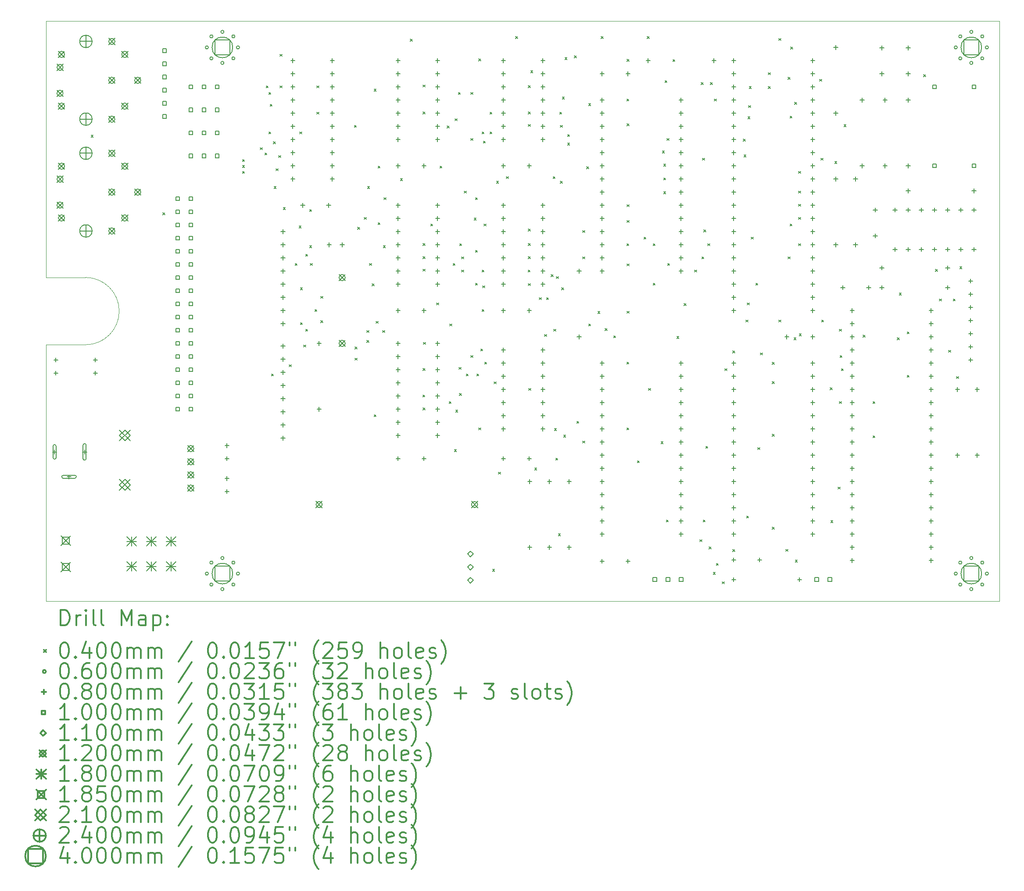
<source format=gbr>
%FSLAX45Y45*%
G04 Gerber Fmt 4.5, Leading zero omitted, Abs format (unit mm)*
G04 Created by KiCad (PCBNEW (5.1.10)-1) date 2022-09-04 00:11:27*
%MOMM*%
%LPD*%
G01*
G04 APERTURE LIST*
%TA.AperFunction,Profile*%
%ADD10C,0.050000*%
%TD*%
%ADD11C,0.200000*%
%ADD12C,0.300000*%
G04 APERTURE END LIST*
D10*
X5080000Y-9806000D02*
X5842000Y-9806000D01*
X5080000Y-8506000D02*
X5842000Y-8506000D01*
X5842000Y-8506000D02*
G75*
G02*
X5842000Y-9806000I0J-650000D01*
G01*
X5080000Y-3556000D02*
X5080000Y-8506000D01*
X5080000Y-14756000D02*
X5080000Y-9806000D01*
X23480000Y-14756000D02*
X5080000Y-14756000D01*
X23480000Y-3556000D02*
X23480000Y-14756000D01*
X5080000Y-3556000D02*
X23480000Y-3556000D01*
D11*
X5949000Y-5758500D02*
X5989000Y-5798500D01*
X5989000Y-5758500D02*
X5949000Y-5798500D01*
X7333300Y-7257100D02*
X7373300Y-7297100D01*
X7373300Y-7257100D02*
X7333300Y-7297100D01*
X8870000Y-6228400D02*
X8910000Y-6268400D01*
X8910000Y-6228400D02*
X8870000Y-6268400D01*
X8870000Y-6342700D02*
X8910000Y-6382700D01*
X8910000Y-6342700D02*
X8870000Y-6382700D01*
X8870000Y-6457000D02*
X8910000Y-6497000D01*
X8910000Y-6457000D02*
X8870000Y-6497000D01*
X9212900Y-5999800D02*
X9252900Y-6039800D01*
X9252900Y-5999800D02*
X9212900Y-6039800D01*
X9301800Y-6101400D02*
X9341800Y-6141400D01*
X9341800Y-6101400D02*
X9301800Y-6141400D01*
X9327200Y-4806000D02*
X9367200Y-4846000D01*
X9367200Y-4806000D02*
X9327200Y-4846000D01*
X9378000Y-4933000D02*
X9418000Y-4973000D01*
X9418000Y-4933000D02*
X9378000Y-4973000D01*
X9378000Y-5695000D02*
X9418000Y-5735000D01*
X9418000Y-5695000D02*
X9378000Y-5735000D01*
X9403400Y-5161600D02*
X9443400Y-5201600D01*
X9443400Y-5161600D02*
X9403400Y-5201600D01*
X9428800Y-10368600D02*
X9468800Y-10408600D01*
X9468800Y-10368600D02*
X9428800Y-10408600D01*
X9466900Y-5885500D02*
X9506900Y-5925500D01*
X9506900Y-5885500D02*
X9466900Y-5925500D01*
X9479600Y-6749100D02*
X9519600Y-6789100D01*
X9519600Y-6749100D02*
X9479600Y-6789100D01*
X9517700Y-6406200D02*
X9557700Y-6446200D01*
X9557700Y-6406200D02*
X9517700Y-6446200D01*
X9568500Y-6152200D02*
X9608500Y-6192200D01*
X9608500Y-6152200D02*
X9568500Y-6192200D01*
X9593900Y-4196400D02*
X9633900Y-4236400D01*
X9633900Y-4196400D02*
X9593900Y-4236400D01*
X9593900Y-4806000D02*
X9633900Y-4846000D01*
X9633900Y-4806000D02*
X9593900Y-4846000D01*
X9657400Y-7155500D02*
X9697400Y-7195500D01*
X9697400Y-7155500D02*
X9657400Y-7195500D01*
X9771700Y-10190800D02*
X9811700Y-10230800D01*
X9811700Y-10190800D02*
X9771700Y-10230800D01*
X9886000Y-8235000D02*
X9926000Y-8275000D01*
X9926000Y-8235000D02*
X9886000Y-8275000D01*
X9962200Y-7511100D02*
X10002200Y-7551100D01*
X10002200Y-7511100D02*
X9962200Y-7551100D01*
X9974900Y-5695000D02*
X10014900Y-5735000D01*
X10014900Y-5695000D02*
X9974900Y-5735000D01*
X9987600Y-8704900D02*
X10027600Y-8744900D01*
X10027600Y-8704900D02*
X9987600Y-8744900D01*
X9987600Y-9378000D02*
X10027600Y-9418000D01*
X10027600Y-9378000D02*
X9987600Y-9418000D01*
X10051100Y-9809800D02*
X10091100Y-9849800D01*
X10091100Y-9809800D02*
X10051100Y-9849800D01*
X10089200Y-8057200D02*
X10129200Y-8097200D01*
X10129200Y-8057200D02*
X10089200Y-8097200D01*
X10089200Y-9505000D02*
X10129200Y-9545000D01*
X10129200Y-9505000D02*
X10089200Y-9545000D01*
X10165400Y-7193600D02*
X10205400Y-7233600D01*
X10205400Y-7193600D02*
X10165400Y-7233600D01*
X10165400Y-7892100D02*
X10205400Y-7932100D01*
X10205400Y-7892100D02*
X10165400Y-7932100D01*
X10178100Y-8235000D02*
X10218100Y-8275000D01*
X10218100Y-8235000D02*
X10178100Y-8275000D01*
X10267000Y-9124000D02*
X10307000Y-9164000D01*
X10307000Y-9124000D02*
X10267000Y-9164000D01*
X10305100Y-4806000D02*
X10345100Y-4846000D01*
X10345100Y-4806000D02*
X10305100Y-4846000D01*
X10305100Y-5314000D02*
X10345100Y-5354000D01*
X10345100Y-5314000D02*
X10305100Y-5354000D01*
X10381300Y-8870000D02*
X10421300Y-8910000D01*
X10421300Y-8870000D02*
X10381300Y-8910000D01*
X10381300Y-9339900D02*
X10421300Y-9379900D01*
X10421300Y-9339900D02*
X10381300Y-9379900D01*
X11029000Y-5568000D02*
X11069000Y-5608000D01*
X11069000Y-5568000D02*
X11029000Y-5608000D01*
X11041700Y-9847900D02*
X11081700Y-9887900D01*
X11081700Y-9847900D02*
X11041700Y-9887900D01*
X11041700Y-10063800D02*
X11081700Y-10103800D01*
X11081700Y-10063800D02*
X11041700Y-10103800D01*
X11092500Y-7536500D02*
X11132500Y-7576500D01*
X11132500Y-7536500D02*
X11092500Y-7576500D01*
X11219500Y-7346000D02*
X11259500Y-7386000D01*
X11259500Y-7346000D02*
X11219500Y-7386000D01*
X11270300Y-9530400D02*
X11310300Y-9570400D01*
X11310300Y-9530400D02*
X11270300Y-9570400D01*
X11270300Y-9720900D02*
X11310300Y-9760900D01*
X11310300Y-9720900D02*
X11270300Y-9760900D01*
X11283000Y-6749100D02*
X11323000Y-6789100D01*
X11323000Y-6749100D02*
X11283000Y-6789100D01*
X11321100Y-8235000D02*
X11361100Y-8275000D01*
X11361100Y-8235000D02*
X11321100Y-8275000D01*
X11371900Y-8628700D02*
X11411900Y-8668700D01*
X11411900Y-8628700D02*
X11371900Y-8668700D01*
X11410000Y-4869500D02*
X11450000Y-4909500D01*
X11450000Y-4869500D02*
X11410000Y-4909500D01*
X11410000Y-11156000D02*
X11450000Y-11196000D01*
X11450000Y-11156000D02*
X11410000Y-11196000D01*
X11448100Y-9352600D02*
X11488100Y-9392600D01*
X11488100Y-9352600D02*
X11448100Y-9392600D01*
X11486200Y-6355400D02*
X11526200Y-6395400D01*
X11526200Y-6355400D02*
X11486200Y-6395400D01*
X11486200Y-7447600D02*
X11526200Y-7487600D01*
X11526200Y-7447600D02*
X11486200Y-7487600D01*
X11575100Y-9530400D02*
X11615100Y-9570400D01*
X11615100Y-9530400D02*
X11575100Y-9570400D01*
X11587800Y-7892100D02*
X11627800Y-7932100D01*
X11627800Y-7892100D02*
X11587800Y-7932100D01*
X11600500Y-6965000D02*
X11640500Y-7005000D01*
X11640500Y-6965000D02*
X11600500Y-7005000D01*
X11918000Y-6596700D02*
X11958000Y-6636700D01*
X11958000Y-6596700D02*
X11918000Y-6636700D01*
X12108500Y-3904300D02*
X12148500Y-3944300D01*
X12148500Y-3904300D02*
X12108500Y-3944300D01*
X12349800Y-10775000D02*
X12389800Y-10815000D01*
X12389800Y-10775000D02*
X12349800Y-10815000D01*
X12354500Y-4788600D02*
X12394500Y-4828600D01*
X12394500Y-4788600D02*
X12354500Y-4828600D01*
X12354500Y-5309300D02*
X12394500Y-5349300D01*
X12394500Y-5309300D02*
X12354500Y-5349300D01*
X12354500Y-7849300D02*
X12394500Y-7889300D01*
X12394500Y-7849300D02*
X12354500Y-7889300D01*
X12354500Y-8103300D02*
X12394500Y-8143300D01*
X12394500Y-8103300D02*
X12354500Y-8143300D01*
X12354500Y-8344600D02*
X12394500Y-8384600D01*
X12394500Y-8344600D02*
X12354500Y-8384600D01*
X12354500Y-10262300D02*
X12394500Y-10302300D01*
X12394500Y-10262300D02*
X12354500Y-10302300D01*
X12354500Y-11024300D02*
X12394500Y-11064300D01*
X12394500Y-11024300D02*
X12354500Y-11064300D01*
X12362500Y-9759000D02*
X12402500Y-9799000D01*
X12402500Y-9759000D02*
X12362500Y-9799000D01*
X12502200Y-7473000D02*
X12542200Y-7513000D01*
X12542200Y-7473000D02*
X12502200Y-7513000D01*
X12616500Y-8997000D02*
X12656500Y-9037000D01*
X12656500Y-8997000D02*
X12616500Y-9037000D01*
X12680000Y-6355400D02*
X12720000Y-6395400D01*
X12720000Y-6355400D02*
X12680000Y-6395400D01*
X12819700Y-5580700D02*
X12859700Y-5620700D01*
X12859700Y-5580700D02*
X12819700Y-5620700D01*
X12857800Y-10902000D02*
X12897800Y-10942000D01*
X12897800Y-10902000D02*
X12857800Y-10942000D01*
X12870500Y-9403400D02*
X12910500Y-9443400D01*
X12910500Y-9403400D02*
X12870500Y-9443400D01*
X12934000Y-8235000D02*
X12974000Y-8275000D01*
X12974000Y-8235000D02*
X12934000Y-8275000D01*
X12959400Y-11829100D02*
X12999400Y-11869100D01*
X12999400Y-11829100D02*
X12959400Y-11869100D01*
X12972100Y-5441000D02*
X13012100Y-5481000D01*
X13012100Y-5441000D02*
X12972100Y-5481000D01*
X12984800Y-11067100D02*
X13024800Y-11107100D01*
X13024800Y-11067100D02*
X12984800Y-11107100D01*
X13035600Y-4933000D02*
X13075600Y-4973000D01*
X13075600Y-4933000D02*
X13035600Y-4973000D01*
X13048300Y-10241600D02*
X13088300Y-10281600D01*
X13088300Y-10241600D02*
X13048300Y-10281600D01*
X13054650Y-10743250D02*
X13094650Y-10783250D01*
X13094650Y-10743250D02*
X13054650Y-10783250D01*
X13061000Y-7854000D02*
X13101000Y-7894000D01*
X13101000Y-7854000D02*
X13061000Y-7894000D01*
X13099100Y-8108000D02*
X13139100Y-8148000D01*
X13139100Y-8108000D02*
X13099100Y-8148000D01*
X13099100Y-8362000D02*
X13139100Y-8402000D01*
X13139100Y-8362000D02*
X13099100Y-8402000D01*
X13149900Y-6838000D02*
X13189900Y-6878000D01*
X13189900Y-6838000D02*
X13149900Y-6878000D01*
X13188000Y-10368600D02*
X13228000Y-10408600D01*
X13228000Y-10368600D02*
X13188000Y-10408600D01*
X13276900Y-4933000D02*
X13316900Y-4973000D01*
X13316900Y-4933000D02*
X13276900Y-4973000D01*
X13276900Y-5822000D02*
X13316900Y-5862000D01*
X13316900Y-5822000D02*
X13276900Y-5862000D01*
X13276900Y-10013000D02*
X13316900Y-10053000D01*
X13316900Y-10013000D02*
X13276900Y-10053000D01*
X13340400Y-7358700D02*
X13380400Y-7398700D01*
X13380400Y-7358700D02*
X13340400Y-7398700D01*
X13365800Y-6965000D02*
X13405800Y-7005000D01*
X13405800Y-6965000D02*
X13365800Y-7005000D01*
X13365800Y-7981000D02*
X13405800Y-8021000D01*
X13405800Y-7981000D02*
X13365800Y-8021000D01*
X13365800Y-8616000D02*
X13405800Y-8656000D01*
X13405800Y-8616000D02*
X13365800Y-8656000D01*
X13391200Y-10368600D02*
X13431200Y-10408600D01*
X13431200Y-10368600D02*
X13391200Y-10408600D01*
X13429300Y-4285300D02*
X13469300Y-4325300D01*
X13469300Y-4285300D02*
X13429300Y-4325300D01*
X13429300Y-11410000D02*
X13469300Y-11450000D01*
X13469300Y-11410000D02*
X13429300Y-11450000D01*
X13467400Y-9886000D02*
X13507400Y-9926000D01*
X13507400Y-9886000D02*
X13467400Y-9926000D01*
X13492800Y-5695000D02*
X13532800Y-5735000D01*
X13532800Y-5695000D02*
X13492800Y-5735000D01*
X13492800Y-8362000D02*
X13532800Y-8402000D01*
X13532800Y-8362000D02*
X13492800Y-8402000D01*
X13492800Y-9124000D02*
X13532800Y-9164000D01*
X13532800Y-9124000D02*
X13492800Y-9164000D01*
X13505500Y-8666800D02*
X13545500Y-8706800D01*
X13545500Y-8666800D02*
X13505500Y-8706800D01*
X13518200Y-5872800D02*
X13558200Y-5912800D01*
X13558200Y-5872800D02*
X13518200Y-5912800D01*
X13530900Y-7473000D02*
X13570900Y-7513000D01*
X13570900Y-7473000D02*
X13530900Y-7513000D01*
X13543600Y-10140000D02*
X13583600Y-10180000D01*
X13583600Y-10140000D02*
X13543600Y-10180000D01*
X13645200Y-5314000D02*
X13685200Y-5354000D01*
X13685200Y-5314000D02*
X13645200Y-5354000D01*
X13645200Y-5695000D02*
X13685200Y-5735000D01*
X13685200Y-5695000D02*
X13645200Y-5735000D01*
X13696000Y-14140500D02*
X13736000Y-14180500D01*
X13736000Y-14140500D02*
X13696000Y-14180500D01*
X13725201Y-10521000D02*
X13765201Y-10561000D01*
X13765201Y-10521000D02*
X13725201Y-10561000D01*
X13772200Y-6647500D02*
X13812200Y-6687500D01*
X13812200Y-6647500D02*
X13772200Y-6687500D01*
X13810300Y-12264701D02*
X13850300Y-12304701D01*
X13850300Y-12264701D02*
X13810300Y-12304701D01*
X13962700Y-6558600D02*
X14002700Y-6598600D01*
X14002700Y-6558600D02*
X13962700Y-6598600D01*
X14140500Y-3853500D02*
X14180500Y-3893500D01*
X14180500Y-3853500D02*
X14140500Y-3893500D01*
X14381800Y-8362000D02*
X14421800Y-8402000D01*
X14421800Y-8362000D02*
X14381800Y-8402000D01*
X14386500Y-4801300D02*
X14426500Y-4841300D01*
X14426500Y-4801300D02*
X14386500Y-4841300D01*
X14386500Y-5309300D02*
X14426500Y-5349300D01*
X14426500Y-5309300D02*
X14386500Y-5349300D01*
X14386500Y-5550600D02*
X14426500Y-5590600D01*
X14426500Y-5550600D02*
X14386500Y-5590600D01*
X14386500Y-7569900D02*
X14426500Y-7609900D01*
X14426500Y-7569900D02*
X14386500Y-7609900D01*
X14386500Y-7849300D02*
X14426500Y-7889300D01*
X14426500Y-7849300D02*
X14386500Y-7889300D01*
X14386500Y-8103300D02*
X14426500Y-8143300D01*
X14426500Y-8103300D02*
X14386500Y-8143300D01*
X14386500Y-8624000D02*
X14426500Y-8664000D01*
X14426500Y-8624000D02*
X14386500Y-8664000D01*
X14394500Y-10648000D02*
X14434500Y-10688000D01*
X14434500Y-10648000D02*
X14394500Y-10688000D01*
X14432600Y-4513900D02*
X14472600Y-4553900D01*
X14472600Y-4513900D02*
X14432600Y-4553900D01*
X14508800Y-12184700D02*
X14548800Y-12224700D01*
X14548800Y-12184700D02*
X14508800Y-12224700D01*
X14597700Y-8895400D02*
X14637700Y-8935400D01*
X14637700Y-8895400D02*
X14597700Y-8935400D01*
X14699300Y-9606600D02*
X14739300Y-9646600D01*
X14739300Y-9606600D02*
X14699300Y-9646600D01*
X14737400Y-8895400D02*
X14777400Y-8935400D01*
X14777400Y-8895400D02*
X14737400Y-8935400D01*
X14826300Y-8450900D02*
X14866300Y-8490900D01*
X14866300Y-8450900D02*
X14826300Y-8490900D01*
X14864400Y-6558600D02*
X14904400Y-6598600D01*
X14904400Y-6558600D02*
X14864400Y-6598600D01*
X14877100Y-9505000D02*
X14917100Y-9545000D01*
X14917100Y-9505000D02*
X14877100Y-9545000D01*
X14889800Y-11422700D02*
X14929800Y-11462700D01*
X14929800Y-11422700D02*
X14889800Y-11462700D01*
X14915200Y-11994200D02*
X14955200Y-12034200D01*
X14955200Y-11994200D02*
X14915200Y-12034200D01*
X14927900Y-8489000D02*
X14967900Y-8529000D01*
X14967900Y-8489000D02*
X14927900Y-8529000D01*
X14966000Y-13454700D02*
X15006000Y-13494700D01*
X15006000Y-13454700D02*
X14966000Y-13494700D01*
X14991400Y-5314000D02*
X15031400Y-5354000D01*
X15031400Y-5314000D02*
X14991400Y-5354000D01*
X15004100Y-5568000D02*
X15044100Y-5608000D01*
X15044100Y-5568000D02*
X15004100Y-5608000D01*
X15004100Y-6647500D02*
X15044100Y-6687500D01*
X15044100Y-6647500D02*
X15004100Y-6687500D01*
X15029500Y-8704900D02*
X15069500Y-8744900D01*
X15069500Y-8704900D02*
X15029500Y-8744900D01*
X15042200Y-5021900D02*
X15082200Y-5061900D01*
X15082200Y-5021900D02*
X15042200Y-5061900D01*
X15067600Y-11549700D02*
X15107600Y-11589700D01*
X15107600Y-11549700D02*
X15067600Y-11589700D01*
X15093000Y-4259900D02*
X15133000Y-4299900D01*
X15133000Y-4259900D02*
X15093000Y-4299900D01*
X15143800Y-5745800D02*
X15183800Y-5785800D01*
X15183800Y-5745800D02*
X15143800Y-5785800D01*
X15143800Y-5910900D02*
X15183800Y-5950900D01*
X15183800Y-5910900D02*
X15143800Y-5950900D01*
X15277150Y-4228150D02*
X15317150Y-4268150D01*
X15317150Y-4228150D02*
X15277150Y-4268150D01*
X15321600Y-11283000D02*
X15361600Y-11323000D01*
X15361600Y-11283000D02*
X15321600Y-11323000D01*
X15435900Y-7600000D02*
X15475900Y-7640000D01*
X15475900Y-7600000D02*
X15435900Y-7640000D01*
X15435900Y-8108000D02*
X15475900Y-8148000D01*
X15475900Y-8108000D02*
X15435900Y-8148000D01*
X15435900Y-11664000D02*
X15475900Y-11704000D01*
X15475900Y-11664000D02*
X15435900Y-11704000D01*
X15512100Y-6368100D02*
X15552100Y-6408100D01*
X15552100Y-6368100D02*
X15512100Y-6408100D01*
X15550200Y-5148900D02*
X15590200Y-5188900D01*
X15590200Y-5148900D02*
X15550200Y-5188900D01*
X15550200Y-9403400D02*
X15590200Y-9443400D01*
X15590200Y-9403400D02*
X15550200Y-9443400D01*
X15728000Y-9162100D02*
X15768000Y-9202100D01*
X15768000Y-9162100D02*
X15728000Y-9202100D01*
X15791500Y-3853500D02*
X15831500Y-3893500D01*
X15831500Y-3853500D02*
X15791500Y-3893500D01*
X15867700Y-9492300D02*
X15907700Y-9532300D01*
X15907700Y-9492300D02*
X15867700Y-9532300D01*
X16032800Y-9632000D02*
X16072800Y-9672000D01*
X16072800Y-9632000D02*
X16032800Y-9672000D01*
X16286800Y-5060000D02*
X16326800Y-5100000D01*
X16326800Y-5060000D02*
X16286800Y-5100000D01*
X16286800Y-7854000D02*
X16326800Y-7894000D01*
X16326800Y-7854000D02*
X16286800Y-7894000D01*
X16286800Y-10140000D02*
X16326800Y-10180000D01*
X16326800Y-10140000D02*
X16286800Y-10180000D01*
X16286800Y-11410000D02*
X16326800Y-11450000D01*
X16326800Y-11410000D02*
X16286800Y-11450000D01*
X16291500Y-4293300D02*
X16331500Y-4333300D01*
X16331500Y-4293300D02*
X16291500Y-4333300D01*
X16291500Y-5537900D02*
X16331500Y-5577900D01*
X16331500Y-5537900D02*
X16291500Y-5577900D01*
X16291500Y-7100000D02*
X16331500Y-7140000D01*
X16331500Y-7100000D02*
X16291500Y-7140000D01*
X16291500Y-7404800D02*
X16331500Y-7444800D01*
X16331500Y-7404800D02*
X16291500Y-7444800D01*
X16291500Y-8243000D02*
X16331500Y-8283000D01*
X16331500Y-8243000D02*
X16291500Y-8283000D01*
X16291500Y-9157400D02*
X16331500Y-9197400D01*
X16331500Y-9157400D02*
X16291500Y-9197400D01*
X16490000Y-12045000D02*
X16530000Y-12085000D01*
X16530000Y-12045000D02*
X16490000Y-12085000D01*
X16617000Y-7727000D02*
X16657000Y-7767000D01*
X16657000Y-7727000D02*
X16617000Y-7767000D01*
X16680500Y-3853500D02*
X16720500Y-3893500D01*
X16720500Y-3853500D02*
X16680500Y-3893500D01*
X16705900Y-10648000D02*
X16745900Y-10688000D01*
X16745900Y-10648000D02*
X16705900Y-10688000D01*
X16794800Y-7854000D02*
X16834800Y-7894000D01*
X16834800Y-7854000D02*
X16794800Y-7894000D01*
X16794800Y-8616000D02*
X16834800Y-8656000D01*
X16834800Y-8616000D02*
X16794800Y-8656000D01*
X16947200Y-11676700D02*
X16987200Y-11716700D01*
X16987200Y-11676700D02*
X16947200Y-11716700D01*
X16972600Y-6063300D02*
X17012600Y-6103300D01*
X17012600Y-6063300D02*
X16972600Y-6103300D01*
X16998000Y-6317300D02*
X17038000Y-6357300D01*
X17038000Y-6317300D02*
X16998000Y-6357300D01*
X16998000Y-6584000D02*
X17038000Y-6624000D01*
X17038000Y-6584000D02*
X16998000Y-6624000D01*
X16998000Y-6850700D02*
X17038000Y-6890700D01*
X17038000Y-6850700D02*
X16998000Y-6890700D01*
X17023400Y-4704400D02*
X17063400Y-4744400D01*
X17063400Y-4704400D02*
X17023400Y-4744400D01*
X17048800Y-13188000D02*
X17088800Y-13228000D01*
X17088800Y-13188000D02*
X17048800Y-13228000D01*
X17061500Y-5822000D02*
X17101500Y-5862000D01*
X17101500Y-5822000D02*
X17061500Y-5862000D01*
X17074200Y-8235000D02*
X17114200Y-8275000D01*
X17114200Y-8235000D02*
X17074200Y-8275000D01*
X17175800Y-4298000D02*
X17215800Y-4338000D01*
X17215800Y-4298000D02*
X17175800Y-4338000D01*
X17252000Y-9644700D02*
X17292000Y-9684700D01*
X17292000Y-9644700D02*
X17252000Y-9684700D01*
X17391700Y-9009700D02*
X17431700Y-9049700D01*
X17431700Y-9009700D02*
X17391700Y-9049700D01*
X17594900Y-8362000D02*
X17634900Y-8402000D01*
X17634900Y-8362000D02*
X17594900Y-8402000D01*
X17696500Y-13569000D02*
X17736500Y-13609000D01*
X17736500Y-13569000D02*
X17696500Y-13609000D01*
X17721900Y-4742500D02*
X17761900Y-4782500D01*
X17761900Y-4742500D02*
X17721900Y-4782500D01*
X17734600Y-8108000D02*
X17774600Y-8148000D01*
X17774600Y-8108000D02*
X17734600Y-8148000D01*
X17747300Y-6203000D02*
X17787300Y-6243000D01*
X17787300Y-6203000D02*
X17747300Y-6243000D01*
X17760000Y-13188000D02*
X17800000Y-13228000D01*
X17800000Y-13188000D02*
X17760000Y-13228000D01*
X17772700Y-7587300D02*
X17812700Y-7627300D01*
X17812700Y-7587300D02*
X17772700Y-7627300D01*
X17810800Y-11765600D02*
X17850800Y-11805600D01*
X17850800Y-11765600D02*
X17810800Y-11805600D01*
X17848900Y-7854000D02*
X17888900Y-7894000D01*
X17888900Y-7854000D02*
X17848900Y-7894000D01*
X17874300Y-13708700D02*
X17914300Y-13748700D01*
X17914300Y-13708700D02*
X17874300Y-13748700D01*
X17899700Y-4742500D02*
X17939700Y-4782500D01*
X17939700Y-4742500D02*
X17899700Y-4782500D01*
X17956200Y-14198300D02*
X17996200Y-14238300D01*
X17996200Y-14198300D02*
X17956200Y-14238300D01*
X17975900Y-5060000D02*
X18015900Y-5100000D01*
X18015900Y-5060000D02*
X17975900Y-5100000D01*
X18014000Y-14026200D02*
X18054000Y-14066200D01*
X18054000Y-14026200D02*
X18014000Y-14066200D01*
X18128300Y-14381800D02*
X18168300Y-14421800D01*
X18168300Y-14381800D02*
X18128300Y-14421800D01*
X18179100Y-10267000D02*
X18219100Y-10307000D01*
X18219100Y-10267000D02*
X18179100Y-10307000D01*
X18331500Y-9924100D02*
X18371500Y-9964100D01*
X18371500Y-9924100D02*
X18331500Y-9964100D01*
X18331500Y-13759500D02*
X18371500Y-13799500D01*
X18371500Y-13759500D02*
X18331500Y-13799500D01*
X18534700Y-5834700D02*
X18574700Y-5874700D01*
X18574700Y-5834700D02*
X18534700Y-5874700D01*
X18547400Y-6139500D02*
X18587400Y-6179500D01*
X18587400Y-6139500D02*
X18547400Y-6179500D01*
X18585500Y-9327200D02*
X18625500Y-9367200D01*
X18625500Y-9327200D02*
X18585500Y-9367200D01*
X18598200Y-13111800D02*
X18638200Y-13151800D01*
X18638200Y-13111800D02*
X18598200Y-13151800D01*
X18610900Y-8997000D02*
X18650900Y-9037000D01*
X18650900Y-8997000D02*
X18610900Y-9037000D01*
X18623600Y-5402900D02*
X18663600Y-5442900D01*
X18663600Y-5402900D02*
X18623600Y-5442900D01*
X18636300Y-5187000D02*
X18676300Y-5227000D01*
X18676300Y-5187000D02*
X18636300Y-5227000D01*
X18649000Y-4818700D02*
X18689000Y-4858700D01*
X18689000Y-4818700D02*
X18649000Y-4858700D01*
X18687100Y-7727000D02*
X18727100Y-7767000D01*
X18727100Y-7727000D02*
X18687100Y-7767000D01*
X18776000Y-8616000D02*
X18816000Y-8656000D01*
X18816000Y-8616000D02*
X18776000Y-8656000D01*
X18814100Y-11791000D02*
X18854100Y-11831000D01*
X18854100Y-11791000D02*
X18814100Y-11831000D01*
X18864900Y-9962200D02*
X18904900Y-10002200D01*
X18904900Y-9962200D02*
X18864900Y-10002200D01*
X19017300Y-4552000D02*
X19057300Y-4592000D01*
X19057300Y-4552000D02*
X19017300Y-4592000D01*
X19017300Y-4818700D02*
X19057300Y-4858700D01*
X19057300Y-4818700D02*
X19017300Y-4858700D01*
X19096999Y-10143499D02*
X19136999Y-10183499D01*
X19136999Y-10143499D02*
X19096999Y-10183499D01*
X19096999Y-10517501D02*
X19136999Y-10557501D01*
X19136999Y-10517501D02*
X19096999Y-10557501D01*
X19096999Y-11533501D02*
X19136999Y-11573501D01*
X19136999Y-11533501D02*
X19096999Y-11573501D01*
X19096999Y-13324201D02*
X19136999Y-13364201D01*
X19136999Y-13324201D02*
X19096999Y-13364201D01*
X19220500Y-3891600D02*
X19260500Y-3931600D01*
X19260500Y-3891600D02*
X19220500Y-3931600D01*
X19220500Y-9327200D02*
X19260500Y-9367200D01*
X19260500Y-9327200D02*
X19220500Y-9367200D01*
X19355500Y-13754800D02*
X19395500Y-13794800D01*
X19395500Y-13754800D02*
X19355500Y-13794800D01*
X19398300Y-4640900D02*
X19438300Y-4680900D01*
X19438300Y-4640900D02*
X19398300Y-4680900D01*
X19398300Y-8108000D02*
X19438300Y-8148000D01*
X19438300Y-8108000D02*
X19398300Y-8148000D01*
X19398300Y-8108000D02*
X19438300Y-8148000D01*
X19438300Y-8108000D02*
X19398300Y-8148000D01*
X19436400Y-5390200D02*
X19476400Y-5430200D01*
X19476400Y-5390200D02*
X19436400Y-5430200D01*
X19436400Y-7473000D02*
X19476400Y-7513000D01*
X19476400Y-7473000D02*
X19436400Y-7513000D01*
X19449100Y-4056700D02*
X19489100Y-4096700D01*
X19489100Y-4056700D02*
X19449100Y-4096700D01*
X19512600Y-9670100D02*
X19552600Y-9710100D01*
X19552600Y-9670100D02*
X19512600Y-9710100D01*
X19525300Y-5123500D02*
X19565300Y-5163500D01*
X19565300Y-5123500D02*
X19525300Y-5163500D01*
X19538000Y-13962700D02*
X19578000Y-14002700D01*
X19578000Y-13962700D02*
X19538000Y-14002700D01*
X19601500Y-6457000D02*
X19641500Y-6497000D01*
X19641500Y-6457000D02*
X19601500Y-6497000D01*
X19601500Y-6838000D02*
X19641500Y-6878000D01*
X19641500Y-6838000D02*
X19601500Y-6878000D01*
X19601500Y-7092000D02*
X19641500Y-7132000D01*
X19641500Y-7092000D02*
X19601500Y-7132000D01*
X19601500Y-7346000D02*
X19641500Y-7386000D01*
X19641500Y-7346000D02*
X19601500Y-7386000D01*
X19601500Y-7854000D02*
X19641500Y-7894000D01*
X19641500Y-7854000D02*
X19601500Y-7894000D01*
X19614200Y-9593900D02*
X19654200Y-9633900D01*
X19654200Y-9593900D02*
X19614200Y-9633900D01*
X20007900Y-4679000D02*
X20047900Y-4719000D01*
X20047900Y-4679000D02*
X20007900Y-4719000D01*
X20033300Y-6203000D02*
X20073300Y-6243000D01*
X20073300Y-6203000D02*
X20033300Y-6243000D01*
X20046000Y-9327200D02*
X20086000Y-9367200D01*
X20086000Y-9327200D02*
X20046000Y-9367200D01*
X20211100Y-10635300D02*
X20251100Y-10675300D01*
X20251100Y-10635300D02*
X20211100Y-10675300D01*
X20223800Y-13200700D02*
X20263800Y-13240700D01*
X20263800Y-13200700D02*
X20223800Y-13240700D01*
X20300000Y-6266500D02*
X20340000Y-6306500D01*
X20340000Y-6266500D02*
X20300000Y-6306500D01*
X20363500Y-12553000D02*
X20403500Y-12593000D01*
X20403500Y-12553000D02*
X20363500Y-12593000D01*
X20388900Y-9505000D02*
X20428900Y-9545000D01*
X20428900Y-9505000D02*
X20388900Y-9545000D01*
X20388900Y-10902000D02*
X20428900Y-10942000D01*
X20428900Y-10902000D02*
X20388900Y-10942000D01*
X20401600Y-10013000D02*
X20441600Y-10053000D01*
X20441600Y-10013000D02*
X20401600Y-10053000D01*
X20427000Y-10267000D02*
X20467000Y-10307000D01*
X20467000Y-10267000D02*
X20427000Y-10307000D01*
X20477800Y-5555300D02*
X20517800Y-5595300D01*
X20517800Y-5555300D02*
X20477800Y-5595300D01*
X20846100Y-9619300D02*
X20886100Y-9659300D01*
X20886100Y-9619300D02*
X20846100Y-9659300D01*
X21036600Y-10902000D02*
X21076600Y-10942000D01*
X21076600Y-10902000D02*
X21036600Y-10942000D01*
X21036600Y-11562400D02*
X21076600Y-11602400D01*
X21076600Y-11562400D02*
X21036600Y-11602400D01*
X21506500Y-9670100D02*
X21546500Y-9710100D01*
X21546500Y-9670100D02*
X21506500Y-9710100D01*
X21544600Y-8806500D02*
X21584600Y-8846500D01*
X21584600Y-8806500D02*
X21544600Y-8846500D01*
X21697000Y-9555800D02*
X21737000Y-9595800D01*
X21737000Y-9555800D02*
X21697000Y-9595800D01*
X21697000Y-10394000D02*
X21737000Y-10434000D01*
X21737000Y-10394000D02*
X21697000Y-10434000D01*
X22014500Y-4590100D02*
X22054500Y-4630100D01*
X22054500Y-4590100D02*
X22014500Y-4630100D01*
X22243100Y-8349300D02*
X22283100Y-8389300D01*
X22283100Y-8349300D02*
X22243100Y-8389300D01*
X22319300Y-8920800D02*
X22359300Y-8960800D01*
X22359300Y-8920800D02*
X22319300Y-8960800D01*
X22497100Y-9911400D02*
X22537100Y-9951400D01*
X22537100Y-9911400D02*
X22497100Y-9951400D01*
X22586000Y-8920800D02*
X22626000Y-8960800D01*
X22626000Y-8920800D02*
X22586000Y-8960800D01*
X22649500Y-10419400D02*
X22689500Y-10459400D01*
X22689500Y-10419400D02*
X22649500Y-10459400D01*
X22713000Y-8298500D02*
X22753000Y-8338500D01*
X22753000Y-8298500D02*
X22713000Y-8338500D01*
X8213600Y-4064000D02*
G75*
G03*
X8213600Y-4064000I-30000J0D01*
G01*
X8213600Y-14224000D02*
G75*
G03*
X8213600Y-14224000I-30000J0D01*
G01*
X8301468Y-3851868D02*
G75*
G03*
X8301468Y-3851868I-30000J0D01*
G01*
X8301468Y-4276132D02*
G75*
G03*
X8301468Y-4276132I-30000J0D01*
G01*
X8301468Y-14011868D02*
G75*
G03*
X8301468Y-14011868I-30000J0D01*
G01*
X8301468Y-14436132D02*
G75*
G03*
X8301468Y-14436132I-30000J0D01*
G01*
X8513600Y-3764000D02*
G75*
G03*
X8513600Y-3764000I-30000J0D01*
G01*
X8513600Y-4364000D02*
G75*
G03*
X8513600Y-4364000I-30000J0D01*
G01*
X8513600Y-13924000D02*
G75*
G03*
X8513600Y-13924000I-30000J0D01*
G01*
X8513600Y-14524000D02*
G75*
G03*
X8513600Y-14524000I-30000J0D01*
G01*
X8725732Y-3851868D02*
G75*
G03*
X8725732Y-3851868I-30000J0D01*
G01*
X8725732Y-4276132D02*
G75*
G03*
X8725732Y-4276132I-30000J0D01*
G01*
X8725732Y-14011868D02*
G75*
G03*
X8725732Y-14011868I-30000J0D01*
G01*
X8725732Y-14436132D02*
G75*
G03*
X8725732Y-14436132I-30000J0D01*
G01*
X8813600Y-4064000D02*
G75*
G03*
X8813600Y-4064000I-30000J0D01*
G01*
X8813600Y-14224000D02*
G75*
G03*
X8813600Y-14224000I-30000J0D01*
G01*
X22666200Y-4064000D02*
G75*
G03*
X22666200Y-4064000I-30000J0D01*
G01*
X22666200Y-14224000D02*
G75*
G03*
X22666200Y-14224000I-30000J0D01*
G01*
X22754068Y-3851868D02*
G75*
G03*
X22754068Y-3851868I-30000J0D01*
G01*
X22754068Y-4276132D02*
G75*
G03*
X22754068Y-4276132I-30000J0D01*
G01*
X22754068Y-14011868D02*
G75*
G03*
X22754068Y-14011868I-30000J0D01*
G01*
X22754068Y-14436132D02*
G75*
G03*
X22754068Y-14436132I-30000J0D01*
G01*
X22966200Y-3764000D02*
G75*
G03*
X22966200Y-3764000I-30000J0D01*
G01*
X22966200Y-4364000D02*
G75*
G03*
X22966200Y-4364000I-30000J0D01*
G01*
X22966200Y-13924000D02*
G75*
G03*
X22966200Y-13924000I-30000J0D01*
G01*
X22966200Y-14524000D02*
G75*
G03*
X22966200Y-14524000I-30000J0D01*
G01*
X23178332Y-3851868D02*
G75*
G03*
X23178332Y-3851868I-30000J0D01*
G01*
X23178332Y-4276132D02*
G75*
G03*
X23178332Y-4276132I-30000J0D01*
G01*
X23178332Y-14011868D02*
G75*
G03*
X23178332Y-14011868I-30000J0D01*
G01*
X23178332Y-14436132D02*
G75*
G03*
X23178332Y-14436132I-30000J0D01*
G01*
X23266200Y-4064000D02*
G75*
G03*
X23266200Y-4064000I-30000J0D01*
G01*
X23266200Y-14224000D02*
G75*
G03*
X23266200Y-14224000I-30000J0D01*
G01*
X5244500Y-11834500D02*
X5244500Y-11914500D01*
X5204500Y-11874500D02*
X5284500Y-11874500D01*
X5214500Y-11764500D02*
X5214500Y-11984500D01*
X5274500Y-11764500D02*
X5274500Y-11984500D01*
X5214500Y-11984500D02*
G75*
G03*
X5274500Y-11984500I30000J0D01*
G01*
X5274500Y-11764500D02*
G75*
G03*
X5214500Y-11764500I-30000J0D01*
G01*
X5270500Y-10056500D02*
X5270500Y-10136500D01*
X5230500Y-10096500D02*
X5310500Y-10096500D01*
X5270500Y-10310500D02*
X5270500Y-10390500D01*
X5230500Y-10350500D02*
X5310500Y-10350500D01*
X5524500Y-12314500D02*
X5524500Y-12394500D01*
X5484500Y-12354500D02*
X5564500Y-12354500D01*
X5414500Y-12384500D02*
X5634500Y-12384500D01*
X5414500Y-12324500D02*
X5634500Y-12324500D01*
X5634500Y-12384500D02*
G75*
G03*
X5634500Y-12324500I0J30000D01*
G01*
X5414500Y-12324500D02*
G75*
G03*
X5414500Y-12384500I0J-30000D01*
G01*
X5824500Y-11834500D02*
X5824500Y-11914500D01*
X5784500Y-11874500D02*
X5864500Y-11874500D01*
X5794500Y-11744500D02*
X5794500Y-12004500D01*
X5854500Y-11744500D02*
X5854500Y-12004500D01*
X5794500Y-12004500D02*
G75*
G03*
X5854500Y-12004500I30000J0D01*
G01*
X5854500Y-11744500D02*
G75*
G03*
X5794500Y-11744500I-30000J0D01*
G01*
X6032500Y-10056500D02*
X6032500Y-10136500D01*
X5992500Y-10096500D02*
X6072500Y-10096500D01*
X6032500Y-10310500D02*
X6032500Y-10390500D01*
X5992500Y-10350500D02*
X6072500Y-10350500D01*
X8572500Y-11711500D02*
X8572500Y-11791500D01*
X8532500Y-11751500D02*
X8612500Y-11751500D01*
X8572500Y-11961500D02*
X8572500Y-12041500D01*
X8532500Y-12001500D02*
X8612500Y-12001500D01*
X8572500Y-12346500D02*
X8572500Y-12426500D01*
X8532500Y-12386500D02*
X8612500Y-12386500D01*
X8572500Y-12596500D02*
X8572500Y-12676500D01*
X8532500Y-12636500D02*
X8612500Y-12636500D01*
X9652000Y-7580000D02*
X9652000Y-7660000D01*
X9612000Y-7620000D02*
X9692000Y-7620000D01*
X9652000Y-7834000D02*
X9652000Y-7914000D01*
X9612000Y-7874000D02*
X9692000Y-7874000D01*
X9652000Y-8088000D02*
X9652000Y-8168000D01*
X9612000Y-8128000D02*
X9692000Y-8128000D01*
X9652000Y-8342000D02*
X9652000Y-8422000D01*
X9612000Y-8382000D02*
X9692000Y-8382000D01*
X9652000Y-8596000D02*
X9652000Y-8676000D01*
X9612000Y-8636000D02*
X9692000Y-8636000D01*
X9652000Y-8850000D02*
X9652000Y-8930000D01*
X9612000Y-8890000D02*
X9692000Y-8890000D01*
X9652000Y-9104000D02*
X9652000Y-9184000D01*
X9612000Y-9144000D02*
X9692000Y-9144000D01*
X9652000Y-9358000D02*
X9652000Y-9438000D01*
X9612000Y-9398000D02*
X9692000Y-9398000D01*
X9652000Y-9789800D02*
X9652000Y-9869800D01*
X9612000Y-9829800D02*
X9692000Y-9829800D01*
X9652000Y-10043800D02*
X9652000Y-10123800D01*
X9612000Y-10083800D02*
X9692000Y-10083800D01*
X9652000Y-10297800D02*
X9652000Y-10377800D01*
X9612000Y-10337800D02*
X9692000Y-10337800D01*
X9652000Y-10551800D02*
X9652000Y-10631800D01*
X9612000Y-10591800D02*
X9692000Y-10591800D01*
X9652000Y-10805800D02*
X9652000Y-10885800D01*
X9612000Y-10845800D02*
X9692000Y-10845800D01*
X9652000Y-11059800D02*
X9652000Y-11139800D01*
X9612000Y-11099800D02*
X9692000Y-11099800D01*
X9652000Y-11313800D02*
X9652000Y-11393800D01*
X9612000Y-11353800D02*
X9692000Y-11353800D01*
X9652000Y-11567800D02*
X9652000Y-11647800D01*
X9612000Y-11607800D02*
X9692000Y-11607800D01*
X9842500Y-4278000D02*
X9842500Y-4358000D01*
X9802500Y-4318000D02*
X9882500Y-4318000D01*
X9842500Y-4532000D02*
X9842500Y-4612000D01*
X9802500Y-4572000D02*
X9882500Y-4572000D01*
X9842500Y-4786000D02*
X9842500Y-4866000D01*
X9802500Y-4826000D02*
X9882500Y-4826000D01*
X9842500Y-5040000D02*
X9842500Y-5120000D01*
X9802500Y-5080000D02*
X9882500Y-5080000D01*
X9842500Y-5294000D02*
X9842500Y-5374000D01*
X9802500Y-5334000D02*
X9882500Y-5334000D01*
X9842500Y-5548000D02*
X9842500Y-5628000D01*
X9802500Y-5588000D02*
X9882500Y-5588000D01*
X9842500Y-5802000D02*
X9842500Y-5882000D01*
X9802500Y-5842000D02*
X9882500Y-5842000D01*
X9842500Y-6056000D02*
X9842500Y-6136000D01*
X9802500Y-6096000D02*
X9882500Y-6096000D01*
X9842500Y-6310000D02*
X9842500Y-6390000D01*
X9802500Y-6350000D02*
X9882500Y-6350000D01*
X9842500Y-6564000D02*
X9842500Y-6644000D01*
X9802500Y-6604000D02*
X9882500Y-6604000D01*
X10033000Y-7072000D02*
X10033000Y-7152000D01*
X9993000Y-7112000D02*
X10073000Y-7112000D01*
X10350500Y-9739000D02*
X10350500Y-9819000D01*
X10310500Y-9779000D02*
X10390500Y-9779000D01*
X10350500Y-11009000D02*
X10350500Y-11089000D01*
X10310500Y-11049000D02*
X10390500Y-11049000D01*
X10533000Y-7072000D02*
X10533000Y-7152000D01*
X10493000Y-7112000D02*
X10573000Y-7112000D01*
X10545000Y-7834000D02*
X10545000Y-7914000D01*
X10505000Y-7874000D02*
X10585000Y-7874000D01*
X10604500Y-4278000D02*
X10604500Y-4358000D01*
X10564500Y-4318000D02*
X10644500Y-4318000D01*
X10604500Y-4532000D02*
X10604500Y-4612000D01*
X10564500Y-4572000D02*
X10644500Y-4572000D01*
X10604500Y-4786000D02*
X10604500Y-4866000D01*
X10564500Y-4826000D02*
X10644500Y-4826000D01*
X10604500Y-5040000D02*
X10604500Y-5120000D01*
X10564500Y-5080000D02*
X10644500Y-5080000D01*
X10604500Y-5294000D02*
X10604500Y-5374000D01*
X10564500Y-5334000D02*
X10644500Y-5334000D01*
X10604500Y-5548000D02*
X10604500Y-5628000D01*
X10564500Y-5588000D02*
X10644500Y-5588000D01*
X10604500Y-5802000D02*
X10604500Y-5882000D01*
X10564500Y-5842000D02*
X10644500Y-5842000D01*
X10604500Y-6056000D02*
X10604500Y-6136000D01*
X10564500Y-6096000D02*
X10644500Y-6096000D01*
X10604500Y-6310000D02*
X10604500Y-6390000D01*
X10564500Y-6350000D02*
X10644500Y-6350000D01*
X10604500Y-6564000D02*
X10604500Y-6644000D01*
X10564500Y-6604000D02*
X10644500Y-6604000D01*
X10795000Y-7834000D02*
X10795000Y-7914000D01*
X10755000Y-7874000D02*
X10835000Y-7874000D01*
X11874500Y-4278000D02*
X11874500Y-4358000D01*
X11834500Y-4318000D02*
X11914500Y-4318000D01*
X11874500Y-4532000D02*
X11874500Y-4612000D01*
X11834500Y-4572000D02*
X11914500Y-4572000D01*
X11874500Y-4786000D02*
X11874500Y-4866000D01*
X11834500Y-4826000D02*
X11914500Y-4826000D01*
X11874500Y-5040000D02*
X11874500Y-5120000D01*
X11834500Y-5080000D02*
X11914500Y-5080000D01*
X11874500Y-5294000D02*
X11874500Y-5374000D01*
X11834500Y-5334000D02*
X11914500Y-5334000D01*
X11874500Y-5548000D02*
X11874500Y-5628000D01*
X11834500Y-5588000D02*
X11914500Y-5588000D01*
X11874500Y-5802000D02*
X11874500Y-5882000D01*
X11834500Y-5842000D02*
X11914500Y-5842000D01*
X11874500Y-6310000D02*
X11874500Y-6390000D01*
X11834500Y-6350000D02*
X11914500Y-6350000D01*
X11874500Y-7072000D02*
X11874500Y-7152000D01*
X11834500Y-7112000D02*
X11914500Y-7112000D01*
X11874500Y-7326000D02*
X11874500Y-7406000D01*
X11834500Y-7366000D02*
X11914500Y-7366000D01*
X11874500Y-7580000D02*
X11874500Y-7660000D01*
X11834500Y-7620000D02*
X11914500Y-7620000D01*
X11874500Y-7834000D02*
X11874500Y-7914000D01*
X11834500Y-7874000D02*
X11914500Y-7874000D01*
X11874500Y-8088000D02*
X11874500Y-8168000D01*
X11834500Y-8128000D02*
X11914500Y-8128000D01*
X11874500Y-8342000D02*
X11874500Y-8422000D01*
X11834500Y-8382000D02*
X11914500Y-8382000D01*
X11874500Y-8596000D02*
X11874500Y-8676000D01*
X11834500Y-8636000D02*
X11914500Y-8636000D01*
X11874500Y-9104000D02*
X11874500Y-9184000D01*
X11834500Y-9144000D02*
X11914500Y-9144000D01*
X11874500Y-9739000D02*
X11874500Y-9819000D01*
X11834500Y-9779000D02*
X11914500Y-9779000D01*
X11874500Y-9993000D02*
X11874500Y-10073000D01*
X11834500Y-10033000D02*
X11914500Y-10033000D01*
X11874500Y-10247000D02*
X11874500Y-10327000D01*
X11834500Y-10287000D02*
X11914500Y-10287000D01*
X11874500Y-10501000D02*
X11874500Y-10581000D01*
X11834500Y-10541000D02*
X11914500Y-10541000D01*
X11874500Y-10755000D02*
X11874500Y-10835000D01*
X11834500Y-10795000D02*
X11914500Y-10795000D01*
X11874500Y-11009000D02*
X11874500Y-11089000D01*
X11834500Y-11049000D02*
X11914500Y-11049000D01*
X11874500Y-11263000D02*
X11874500Y-11343000D01*
X11834500Y-11303000D02*
X11914500Y-11303000D01*
X11874500Y-11517000D02*
X11874500Y-11597000D01*
X11834500Y-11557000D02*
X11914500Y-11557000D01*
X11874500Y-11961500D02*
X11874500Y-12041500D01*
X11834500Y-12001500D02*
X11914500Y-12001500D01*
X12374500Y-6310000D02*
X12374500Y-6390000D01*
X12334500Y-6350000D02*
X12414500Y-6350000D01*
X12374500Y-9104000D02*
X12374500Y-9184000D01*
X12334500Y-9144000D02*
X12414500Y-9144000D01*
X12374500Y-11961500D02*
X12374500Y-12041500D01*
X12334500Y-12001500D02*
X12414500Y-12001500D01*
X12636500Y-4278000D02*
X12636500Y-4358000D01*
X12596500Y-4318000D02*
X12676500Y-4318000D01*
X12636500Y-4532000D02*
X12636500Y-4612000D01*
X12596500Y-4572000D02*
X12676500Y-4572000D01*
X12636500Y-4786000D02*
X12636500Y-4866000D01*
X12596500Y-4826000D02*
X12676500Y-4826000D01*
X12636500Y-5040000D02*
X12636500Y-5120000D01*
X12596500Y-5080000D02*
X12676500Y-5080000D01*
X12636500Y-5294000D02*
X12636500Y-5374000D01*
X12596500Y-5334000D02*
X12676500Y-5334000D01*
X12636500Y-5548000D02*
X12636500Y-5628000D01*
X12596500Y-5588000D02*
X12676500Y-5588000D01*
X12636500Y-5802000D02*
X12636500Y-5882000D01*
X12596500Y-5842000D02*
X12676500Y-5842000D01*
X12636500Y-7072000D02*
X12636500Y-7152000D01*
X12596500Y-7112000D02*
X12676500Y-7112000D01*
X12636500Y-7326000D02*
X12636500Y-7406000D01*
X12596500Y-7366000D02*
X12676500Y-7366000D01*
X12636500Y-7580000D02*
X12636500Y-7660000D01*
X12596500Y-7620000D02*
X12676500Y-7620000D01*
X12636500Y-7834000D02*
X12636500Y-7914000D01*
X12596500Y-7874000D02*
X12676500Y-7874000D01*
X12636500Y-8088000D02*
X12636500Y-8168000D01*
X12596500Y-8128000D02*
X12676500Y-8128000D01*
X12636500Y-8342000D02*
X12636500Y-8422000D01*
X12596500Y-8382000D02*
X12676500Y-8382000D01*
X12636500Y-8596000D02*
X12636500Y-8676000D01*
X12596500Y-8636000D02*
X12676500Y-8636000D01*
X12636500Y-9739000D02*
X12636500Y-9819000D01*
X12596500Y-9779000D02*
X12676500Y-9779000D01*
X12636500Y-9993000D02*
X12636500Y-10073000D01*
X12596500Y-10033000D02*
X12676500Y-10033000D01*
X12636500Y-10247000D02*
X12636500Y-10327000D01*
X12596500Y-10287000D02*
X12676500Y-10287000D01*
X12636500Y-10501000D02*
X12636500Y-10581000D01*
X12596500Y-10541000D02*
X12676500Y-10541000D01*
X12636500Y-10755000D02*
X12636500Y-10835000D01*
X12596500Y-10795000D02*
X12676500Y-10795000D01*
X12636500Y-11009000D02*
X12636500Y-11089000D01*
X12596500Y-11049000D02*
X12676500Y-11049000D01*
X12636500Y-11263000D02*
X12636500Y-11343000D01*
X12596500Y-11303000D02*
X12676500Y-11303000D01*
X12636500Y-11517000D02*
X12636500Y-11597000D01*
X12596500Y-11557000D02*
X12676500Y-11557000D01*
X13906500Y-4278000D02*
X13906500Y-4358000D01*
X13866500Y-4318000D02*
X13946500Y-4318000D01*
X13906500Y-4532000D02*
X13906500Y-4612000D01*
X13866500Y-4572000D02*
X13946500Y-4572000D01*
X13906500Y-4786000D02*
X13906500Y-4866000D01*
X13866500Y-4826000D02*
X13946500Y-4826000D01*
X13906500Y-5040000D02*
X13906500Y-5120000D01*
X13866500Y-5080000D02*
X13946500Y-5080000D01*
X13906500Y-5294000D02*
X13906500Y-5374000D01*
X13866500Y-5334000D02*
X13946500Y-5334000D01*
X13906500Y-5548000D02*
X13906500Y-5628000D01*
X13866500Y-5588000D02*
X13946500Y-5588000D01*
X13906500Y-5802000D02*
X13906500Y-5882000D01*
X13866500Y-5842000D02*
X13946500Y-5842000D01*
X13906500Y-6310000D02*
X13906500Y-6390000D01*
X13866500Y-6350000D02*
X13946500Y-6350000D01*
X13906500Y-7072000D02*
X13906500Y-7152000D01*
X13866500Y-7112000D02*
X13946500Y-7112000D01*
X13906500Y-7326000D02*
X13906500Y-7406000D01*
X13866500Y-7366000D02*
X13946500Y-7366000D01*
X13906500Y-7580000D02*
X13906500Y-7660000D01*
X13866500Y-7620000D02*
X13946500Y-7620000D01*
X13906500Y-7834000D02*
X13906500Y-7914000D01*
X13866500Y-7874000D02*
X13946500Y-7874000D01*
X13906500Y-8088000D02*
X13906500Y-8168000D01*
X13866500Y-8128000D02*
X13946500Y-8128000D01*
X13906500Y-8342000D02*
X13906500Y-8422000D01*
X13866500Y-8382000D02*
X13946500Y-8382000D01*
X13906500Y-8596000D02*
X13906500Y-8676000D01*
X13866500Y-8636000D02*
X13946500Y-8636000D01*
X13906500Y-9104000D02*
X13906500Y-9184000D01*
X13866500Y-9144000D02*
X13946500Y-9144000D01*
X13906500Y-9866000D02*
X13906500Y-9946000D01*
X13866500Y-9906000D02*
X13946500Y-9906000D01*
X13906500Y-10120000D02*
X13906500Y-10200000D01*
X13866500Y-10160000D02*
X13946500Y-10160000D01*
X13906500Y-10374000D02*
X13906500Y-10454000D01*
X13866500Y-10414000D02*
X13946500Y-10414000D01*
X13906500Y-10628000D02*
X13906500Y-10708000D01*
X13866500Y-10668000D02*
X13946500Y-10668000D01*
X13906500Y-10882000D02*
X13906500Y-10962000D01*
X13866500Y-10922000D02*
X13946500Y-10922000D01*
X13906500Y-11136000D02*
X13906500Y-11216000D01*
X13866500Y-11176000D02*
X13946500Y-11176000D01*
X13906500Y-11390000D02*
X13906500Y-11470000D01*
X13866500Y-11430000D02*
X13946500Y-11430000D01*
X13906500Y-11961500D02*
X13906500Y-12041500D01*
X13866500Y-12001500D02*
X13946500Y-12001500D01*
X14406500Y-6310000D02*
X14406500Y-6390000D01*
X14366500Y-6350000D02*
X14446500Y-6350000D01*
X14406500Y-9104000D02*
X14406500Y-9184000D01*
X14366500Y-9144000D02*
X14446500Y-9144000D01*
X14406500Y-11961500D02*
X14406500Y-12041500D01*
X14366500Y-12001500D02*
X14446500Y-12001500D01*
X14414500Y-12406000D02*
X14414500Y-12486000D01*
X14374500Y-12446000D02*
X14454500Y-12446000D01*
X14414500Y-13676000D02*
X14414500Y-13756000D01*
X14374500Y-13716000D02*
X14454500Y-13716000D01*
X14668500Y-4278000D02*
X14668500Y-4358000D01*
X14628500Y-4318000D02*
X14708500Y-4318000D01*
X14668500Y-4532000D02*
X14668500Y-4612000D01*
X14628500Y-4572000D02*
X14708500Y-4572000D01*
X14668500Y-4786000D02*
X14668500Y-4866000D01*
X14628500Y-4826000D02*
X14708500Y-4826000D01*
X14668500Y-5040000D02*
X14668500Y-5120000D01*
X14628500Y-5080000D02*
X14708500Y-5080000D01*
X14668500Y-5294000D02*
X14668500Y-5374000D01*
X14628500Y-5334000D02*
X14708500Y-5334000D01*
X14668500Y-5548000D02*
X14668500Y-5628000D01*
X14628500Y-5588000D02*
X14708500Y-5588000D01*
X14668500Y-5802000D02*
X14668500Y-5882000D01*
X14628500Y-5842000D02*
X14708500Y-5842000D01*
X14668500Y-7072000D02*
X14668500Y-7152000D01*
X14628500Y-7112000D02*
X14708500Y-7112000D01*
X14668500Y-7326000D02*
X14668500Y-7406000D01*
X14628500Y-7366000D02*
X14708500Y-7366000D01*
X14668500Y-7580000D02*
X14668500Y-7660000D01*
X14628500Y-7620000D02*
X14708500Y-7620000D01*
X14668500Y-7834000D02*
X14668500Y-7914000D01*
X14628500Y-7874000D02*
X14708500Y-7874000D01*
X14668500Y-8088000D02*
X14668500Y-8168000D01*
X14628500Y-8128000D02*
X14708500Y-8128000D01*
X14668500Y-8342000D02*
X14668500Y-8422000D01*
X14628500Y-8382000D02*
X14708500Y-8382000D01*
X14668500Y-8596000D02*
X14668500Y-8676000D01*
X14628500Y-8636000D02*
X14708500Y-8636000D01*
X14668500Y-9866000D02*
X14668500Y-9946000D01*
X14628500Y-9906000D02*
X14708500Y-9906000D01*
X14668500Y-10120000D02*
X14668500Y-10200000D01*
X14628500Y-10160000D02*
X14708500Y-10160000D01*
X14668500Y-10374000D02*
X14668500Y-10454000D01*
X14628500Y-10414000D02*
X14708500Y-10414000D01*
X14668500Y-10628000D02*
X14668500Y-10708000D01*
X14628500Y-10668000D02*
X14708500Y-10668000D01*
X14668500Y-10882000D02*
X14668500Y-10962000D01*
X14628500Y-10922000D02*
X14708500Y-10922000D01*
X14668500Y-11136000D02*
X14668500Y-11216000D01*
X14628500Y-11176000D02*
X14708500Y-11176000D01*
X14668500Y-11390000D02*
X14668500Y-11470000D01*
X14628500Y-11430000D02*
X14708500Y-11430000D01*
X14795500Y-12406000D02*
X14795500Y-12486000D01*
X14755500Y-12446000D02*
X14835500Y-12446000D01*
X14795500Y-13676000D02*
X14795500Y-13756000D01*
X14755500Y-13716000D02*
X14835500Y-13716000D01*
X15176500Y-12406000D02*
X15176500Y-12486000D01*
X15136500Y-12446000D02*
X15216500Y-12446000D01*
X15176500Y-13676000D02*
X15176500Y-13756000D01*
X15136500Y-13716000D02*
X15216500Y-13716000D01*
X15367000Y-8342000D02*
X15367000Y-8422000D01*
X15327000Y-8382000D02*
X15407000Y-8382000D01*
X15367000Y-9612000D02*
X15367000Y-9692000D01*
X15327000Y-9652000D02*
X15407000Y-9652000D01*
X15811500Y-4532000D02*
X15811500Y-4612000D01*
X15771500Y-4572000D02*
X15851500Y-4572000D01*
X15811500Y-5040000D02*
X15811500Y-5120000D01*
X15771500Y-5080000D02*
X15851500Y-5080000D01*
X15811500Y-5294000D02*
X15811500Y-5374000D01*
X15771500Y-5334000D02*
X15851500Y-5334000D01*
X15811500Y-5548000D02*
X15811500Y-5628000D01*
X15771500Y-5588000D02*
X15851500Y-5588000D01*
X15811500Y-5802000D02*
X15811500Y-5882000D01*
X15771500Y-5842000D02*
X15851500Y-5842000D01*
X15811500Y-6056000D02*
X15811500Y-6136000D01*
X15771500Y-6096000D02*
X15851500Y-6096000D01*
X15811500Y-6310000D02*
X15811500Y-6390000D01*
X15771500Y-6350000D02*
X15851500Y-6350000D01*
X15811500Y-6564000D02*
X15811500Y-6644000D01*
X15771500Y-6604000D02*
X15851500Y-6604000D01*
X15811500Y-6818000D02*
X15811500Y-6898000D01*
X15771500Y-6858000D02*
X15851500Y-6858000D01*
X15811500Y-7072000D02*
X15811500Y-7152000D01*
X15771500Y-7112000D02*
X15851500Y-7112000D01*
X15811500Y-7326000D02*
X15811500Y-7406000D01*
X15771500Y-7366000D02*
X15851500Y-7366000D01*
X15811500Y-7580000D02*
X15811500Y-7660000D01*
X15771500Y-7620000D02*
X15851500Y-7620000D01*
X15811500Y-7834000D02*
X15811500Y-7914000D01*
X15771500Y-7874000D02*
X15851500Y-7874000D01*
X15811500Y-8088000D02*
X15811500Y-8168000D01*
X15771500Y-8128000D02*
X15851500Y-8128000D01*
X15811500Y-8342000D02*
X15811500Y-8422000D01*
X15771500Y-8382000D02*
X15851500Y-8382000D01*
X15811500Y-10120000D02*
X15811500Y-10200000D01*
X15771500Y-10160000D02*
X15851500Y-10160000D01*
X15811500Y-10374000D02*
X15811500Y-10454000D01*
X15771500Y-10414000D02*
X15851500Y-10414000D01*
X15811500Y-10628000D02*
X15811500Y-10708000D01*
X15771500Y-10668000D02*
X15851500Y-10668000D01*
X15811500Y-10882000D02*
X15811500Y-10962000D01*
X15771500Y-10922000D02*
X15851500Y-10922000D01*
X15811500Y-11136000D02*
X15811500Y-11216000D01*
X15771500Y-11176000D02*
X15851500Y-11176000D01*
X15811500Y-11390000D02*
X15811500Y-11470000D01*
X15771500Y-11430000D02*
X15851500Y-11430000D01*
X15811500Y-11644000D02*
X15811500Y-11724000D01*
X15771500Y-11684000D02*
X15851500Y-11684000D01*
X15811500Y-11898000D02*
X15811500Y-11978000D01*
X15771500Y-11938000D02*
X15851500Y-11938000D01*
X15811500Y-12152000D02*
X15811500Y-12232000D01*
X15771500Y-12192000D02*
X15851500Y-12192000D01*
X15811500Y-12406000D02*
X15811500Y-12486000D01*
X15771500Y-12446000D02*
X15851500Y-12446000D01*
X15811500Y-12660000D02*
X15811500Y-12740000D01*
X15771500Y-12700000D02*
X15851500Y-12700000D01*
X15811500Y-12914000D02*
X15811500Y-12994000D01*
X15771500Y-12954000D02*
X15851500Y-12954000D01*
X15811500Y-13168000D02*
X15811500Y-13248000D01*
X15771500Y-13208000D02*
X15851500Y-13208000D01*
X15811500Y-13422000D02*
X15811500Y-13502000D01*
X15771500Y-13462000D02*
X15851500Y-13462000D01*
X15811500Y-13942700D02*
X15811500Y-14022700D01*
X15771500Y-13982700D02*
X15851500Y-13982700D01*
X16311500Y-4532000D02*
X16311500Y-4612000D01*
X16271500Y-4572000D02*
X16351500Y-4572000D01*
X16311500Y-13942700D02*
X16311500Y-14022700D01*
X16271500Y-13982700D02*
X16351500Y-13982700D01*
X16700500Y-4278000D02*
X16700500Y-4358000D01*
X16660500Y-4318000D02*
X16740500Y-4318000D01*
X17335500Y-5040000D02*
X17335500Y-5120000D01*
X17295500Y-5080000D02*
X17375500Y-5080000D01*
X17335500Y-5294000D02*
X17335500Y-5374000D01*
X17295500Y-5334000D02*
X17375500Y-5334000D01*
X17335500Y-5548000D02*
X17335500Y-5628000D01*
X17295500Y-5588000D02*
X17375500Y-5588000D01*
X17335500Y-5802000D02*
X17335500Y-5882000D01*
X17295500Y-5842000D02*
X17375500Y-5842000D01*
X17335500Y-6056000D02*
X17335500Y-6136000D01*
X17295500Y-6096000D02*
X17375500Y-6096000D01*
X17335500Y-6310000D02*
X17335500Y-6390000D01*
X17295500Y-6350000D02*
X17375500Y-6350000D01*
X17335500Y-6564000D02*
X17335500Y-6644000D01*
X17295500Y-6604000D02*
X17375500Y-6604000D01*
X17335500Y-6818000D02*
X17335500Y-6898000D01*
X17295500Y-6858000D02*
X17375500Y-6858000D01*
X17335500Y-7072000D02*
X17335500Y-7152000D01*
X17295500Y-7112000D02*
X17375500Y-7112000D01*
X17335500Y-7326000D02*
X17335500Y-7406000D01*
X17295500Y-7366000D02*
X17375500Y-7366000D01*
X17335500Y-7580000D02*
X17335500Y-7660000D01*
X17295500Y-7620000D02*
X17375500Y-7620000D01*
X17335500Y-7834000D02*
X17335500Y-7914000D01*
X17295500Y-7874000D02*
X17375500Y-7874000D01*
X17335500Y-8088000D02*
X17335500Y-8168000D01*
X17295500Y-8128000D02*
X17375500Y-8128000D01*
X17335500Y-8342000D02*
X17335500Y-8422000D01*
X17295500Y-8382000D02*
X17375500Y-8382000D01*
X17335500Y-10120000D02*
X17335500Y-10200000D01*
X17295500Y-10160000D02*
X17375500Y-10160000D01*
X17335500Y-10374000D02*
X17335500Y-10454000D01*
X17295500Y-10414000D02*
X17375500Y-10414000D01*
X17335500Y-10628000D02*
X17335500Y-10708000D01*
X17295500Y-10668000D02*
X17375500Y-10668000D01*
X17335500Y-10882000D02*
X17335500Y-10962000D01*
X17295500Y-10922000D02*
X17375500Y-10922000D01*
X17335500Y-11136000D02*
X17335500Y-11216000D01*
X17295500Y-11176000D02*
X17375500Y-11176000D01*
X17335500Y-11390000D02*
X17335500Y-11470000D01*
X17295500Y-11430000D02*
X17375500Y-11430000D01*
X17335500Y-11644000D02*
X17335500Y-11724000D01*
X17295500Y-11684000D02*
X17375500Y-11684000D01*
X17335500Y-11898000D02*
X17335500Y-11978000D01*
X17295500Y-11938000D02*
X17375500Y-11938000D01*
X17335500Y-12152000D02*
X17335500Y-12232000D01*
X17295500Y-12192000D02*
X17375500Y-12192000D01*
X17335500Y-12406000D02*
X17335500Y-12486000D01*
X17295500Y-12446000D02*
X17375500Y-12446000D01*
X17335500Y-12660000D02*
X17335500Y-12740000D01*
X17295500Y-12700000D02*
X17375500Y-12700000D01*
X17335500Y-12914000D02*
X17335500Y-12994000D01*
X17295500Y-12954000D02*
X17375500Y-12954000D01*
X17335500Y-13168000D02*
X17335500Y-13248000D01*
X17295500Y-13208000D02*
X17375500Y-13208000D01*
X17335500Y-13422000D02*
X17335500Y-13502000D01*
X17295500Y-13462000D02*
X17375500Y-13462000D01*
X17970500Y-4278000D02*
X17970500Y-4358000D01*
X17930500Y-4318000D02*
X18010500Y-4318000D01*
X18351500Y-4278000D02*
X18351500Y-4358000D01*
X18311500Y-4318000D02*
X18391500Y-4318000D01*
X18351500Y-4532000D02*
X18351500Y-4612000D01*
X18311500Y-4572000D02*
X18391500Y-4572000D01*
X18351500Y-4786000D02*
X18351500Y-4866000D01*
X18311500Y-4826000D02*
X18391500Y-4826000D01*
X18351500Y-5040000D02*
X18351500Y-5120000D01*
X18311500Y-5080000D02*
X18391500Y-5080000D01*
X18351500Y-5294000D02*
X18351500Y-5374000D01*
X18311500Y-5334000D02*
X18391500Y-5334000D01*
X18351500Y-5548000D02*
X18351500Y-5628000D01*
X18311500Y-5588000D02*
X18391500Y-5588000D01*
X18351500Y-5802000D02*
X18351500Y-5882000D01*
X18311500Y-5842000D02*
X18391500Y-5842000D01*
X18351500Y-6056000D02*
X18351500Y-6136000D01*
X18311500Y-6096000D02*
X18391500Y-6096000D01*
X18351500Y-6310000D02*
X18351500Y-6390000D01*
X18311500Y-6350000D02*
X18391500Y-6350000D01*
X18351500Y-6564000D02*
X18351500Y-6644000D01*
X18311500Y-6604000D02*
X18391500Y-6604000D01*
X18351500Y-6818000D02*
X18351500Y-6898000D01*
X18311500Y-6858000D02*
X18391500Y-6858000D01*
X18351500Y-7072000D02*
X18351500Y-7152000D01*
X18311500Y-7112000D02*
X18391500Y-7112000D01*
X18351500Y-7326000D02*
X18351500Y-7406000D01*
X18311500Y-7366000D02*
X18391500Y-7366000D01*
X18351500Y-7580000D02*
X18351500Y-7660000D01*
X18311500Y-7620000D02*
X18391500Y-7620000D01*
X18351500Y-7834000D02*
X18351500Y-7914000D01*
X18311500Y-7874000D02*
X18391500Y-7874000D01*
X18351500Y-8088000D02*
X18351500Y-8168000D01*
X18311500Y-8128000D02*
X18391500Y-8128000D01*
X18351500Y-8342000D02*
X18351500Y-8422000D01*
X18311500Y-8382000D02*
X18391500Y-8382000D01*
X18351500Y-8596000D02*
X18351500Y-8676000D01*
X18311500Y-8636000D02*
X18391500Y-8636000D01*
X18351500Y-8850000D02*
X18351500Y-8930000D01*
X18311500Y-8890000D02*
X18391500Y-8890000D01*
X18351500Y-9104000D02*
X18351500Y-9184000D01*
X18311500Y-9144000D02*
X18391500Y-9144000D01*
X18351500Y-10120000D02*
X18351500Y-10200000D01*
X18311500Y-10160000D02*
X18391500Y-10160000D01*
X18351500Y-10374000D02*
X18351500Y-10454000D01*
X18311500Y-10414000D02*
X18391500Y-10414000D01*
X18351500Y-10628000D02*
X18351500Y-10708000D01*
X18311500Y-10668000D02*
X18391500Y-10668000D01*
X18351500Y-10882000D02*
X18351500Y-10962000D01*
X18311500Y-10922000D02*
X18391500Y-10922000D01*
X18351500Y-11136000D02*
X18351500Y-11216000D01*
X18311500Y-11176000D02*
X18391500Y-11176000D01*
X18351500Y-11390000D02*
X18351500Y-11470000D01*
X18311500Y-11430000D02*
X18391500Y-11430000D01*
X18351500Y-11644000D02*
X18351500Y-11724000D01*
X18311500Y-11684000D02*
X18391500Y-11684000D01*
X18351500Y-11898000D02*
X18351500Y-11978000D01*
X18311500Y-11938000D02*
X18391500Y-11938000D01*
X18351500Y-12152000D02*
X18351500Y-12232000D01*
X18311500Y-12192000D02*
X18391500Y-12192000D01*
X18351500Y-12406000D02*
X18351500Y-12486000D01*
X18311500Y-12446000D02*
X18391500Y-12446000D01*
X18351500Y-12660000D02*
X18351500Y-12740000D01*
X18311500Y-12700000D02*
X18391500Y-12700000D01*
X18351500Y-12914000D02*
X18351500Y-12994000D01*
X18311500Y-12954000D02*
X18391500Y-12954000D01*
X18351500Y-13168000D02*
X18351500Y-13248000D01*
X18311500Y-13208000D02*
X18391500Y-13208000D01*
X18351500Y-13422000D02*
X18351500Y-13502000D01*
X18311500Y-13462000D02*
X18391500Y-13462000D01*
X18351500Y-13917300D02*
X18351500Y-13997300D01*
X18311500Y-13957300D02*
X18391500Y-13957300D01*
X18351500Y-14298300D02*
X18351500Y-14378300D01*
X18311500Y-14338300D02*
X18391500Y-14338300D01*
X18851500Y-13917300D02*
X18851500Y-13997300D01*
X18811500Y-13957300D02*
X18891500Y-13957300D01*
X19375500Y-9612000D02*
X19375500Y-9692000D01*
X19335500Y-9652000D02*
X19415500Y-9652000D01*
X19621500Y-14298300D02*
X19621500Y-14378300D01*
X19581500Y-14338300D02*
X19661500Y-14338300D01*
X19875500Y-4278000D02*
X19875500Y-4358000D01*
X19835500Y-4318000D02*
X19915500Y-4318000D01*
X19875500Y-4532000D02*
X19875500Y-4612000D01*
X19835500Y-4572000D02*
X19915500Y-4572000D01*
X19875500Y-4786000D02*
X19875500Y-4866000D01*
X19835500Y-4826000D02*
X19915500Y-4826000D01*
X19875500Y-5040000D02*
X19875500Y-5120000D01*
X19835500Y-5080000D02*
X19915500Y-5080000D01*
X19875500Y-5294000D02*
X19875500Y-5374000D01*
X19835500Y-5334000D02*
X19915500Y-5334000D01*
X19875500Y-5548000D02*
X19875500Y-5628000D01*
X19835500Y-5588000D02*
X19915500Y-5588000D01*
X19875500Y-5802000D02*
X19875500Y-5882000D01*
X19835500Y-5842000D02*
X19915500Y-5842000D01*
X19875500Y-6056000D02*
X19875500Y-6136000D01*
X19835500Y-6096000D02*
X19915500Y-6096000D01*
X19875500Y-6310000D02*
X19875500Y-6390000D01*
X19835500Y-6350000D02*
X19915500Y-6350000D01*
X19875500Y-6564000D02*
X19875500Y-6644000D01*
X19835500Y-6604000D02*
X19915500Y-6604000D01*
X19875500Y-6818000D02*
X19875500Y-6898000D01*
X19835500Y-6858000D02*
X19915500Y-6858000D01*
X19875500Y-7072000D02*
X19875500Y-7152000D01*
X19835500Y-7112000D02*
X19915500Y-7112000D01*
X19875500Y-7326000D02*
X19875500Y-7406000D01*
X19835500Y-7366000D02*
X19915500Y-7366000D01*
X19875500Y-7580000D02*
X19875500Y-7660000D01*
X19835500Y-7620000D02*
X19915500Y-7620000D01*
X19875500Y-7834000D02*
X19875500Y-7914000D01*
X19835500Y-7874000D02*
X19915500Y-7874000D01*
X19875500Y-8088000D02*
X19875500Y-8168000D01*
X19835500Y-8128000D02*
X19915500Y-8128000D01*
X19875500Y-8342000D02*
X19875500Y-8422000D01*
X19835500Y-8382000D02*
X19915500Y-8382000D01*
X19875500Y-8596000D02*
X19875500Y-8676000D01*
X19835500Y-8636000D02*
X19915500Y-8636000D01*
X19875500Y-8850000D02*
X19875500Y-8930000D01*
X19835500Y-8890000D02*
X19915500Y-8890000D01*
X19875500Y-9104000D02*
X19875500Y-9184000D01*
X19835500Y-9144000D02*
X19915500Y-9144000D01*
X19875500Y-9612000D02*
X19875500Y-9692000D01*
X19835500Y-9652000D02*
X19915500Y-9652000D01*
X19875500Y-10120000D02*
X19875500Y-10200000D01*
X19835500Y-10160000D02*
X19915500Y-10160000D01*
X19875500Y-10374000D02*
X19875500Y-10454000D01*
X19835500Y-10414000D02*
X19915500Y-10414000D01*
X19875500Y-10628000D02*
X19875500Y-10708000D01*
X19835500Y-10668000D02*
X19915500Y-10668000D01*
X19875500Y-10882000D02*
X19875500Y-10962000D01*
X19835500Y-10922000D02*
X19915500Y-10922000D01*
X19875500Y-11136000D02*
X19875500Y-11216000D01*
X19835500Y-11176000D02*
X19915500Y-11176000D01*
X19875500Y-11390000D02*
X19875500Y-11470000D01*
X19835500Y-11430000D02*
X19915500Y-11430000D01*
X19875500Y-11644000D02*
X19875500Y-11724000D01*
X19835500Y-11684000D02*
X19915500Y-11684000D01*
X19875500Y-11898000D02*
X19875500Y-11978000D01*
X19835500Y-11938000D02*
X19915500Y-11938000D01*
X19875500Y-12152000D02*
X19875500Y-12232000D01*
X19835500Y-12192000D02*
X19915500Y-12192000D01*
X19875500Y-12406000D02*
X19875500Y-12486000D01*
X19835500Y-12446000D02*
X19915500Y-12446000D01*
X19875500Y-12660000D02*
X19875500Y-12740000D01*
X19835500Y-12700000D02*
X19915500Y-12700000D01*
X19875500Y-12914000D02*
X19875500Y-12994000D01*
X19835500Y-12954000D02*
X19915500Y-12954000D01*
X19875500Y-13168000D02*
X19875500Y-13248000D01*
X19835500Y-13208000D02*
X19915500Y-13208000D01*
X19875500Y-13422000D02*
X19875500Y-13502000D01*
X19835500Y-13462000D02*
X19915500Y-13462000D01*
X20320000Y-4024000D02*
X20320000Y-4104000D01*
X20280000Y-4064000D02*
X20360000Y-4064000D01*
X20320000Y-5294000D02*
X20320000Y-5374000D01*
X20280000Y-5334000D02*
X20360000Y-5334000D01*
X20320000Y-6564000D02*
X20320000Y-6644000D01*
X20280000Y-6604000D02*
X20360000Y-6604000D01*
X20320000Y-7834000D02*
X20320000Y-7914000D01*
X20280000Y-7874000D02*
X20360000Y-7874000D01*
X20455000Y-8659500D02*
X20455000Y-8739500D01*
X20415000Y-8699500D02*
X20495000Y-8699500D01*
X20637500Y-9104000D02*
X20637500Y-9184000D01*
X20597500Y-9144000D02*
X20677500Y-9144000D01*
X20637500Y-9358000D02*
X20637500Y-9438000D01*
X20597500Y-9398000D02*
X20677500Y-9398000D01*
X20637500Y-9612000D02*
X20637500Y-9692000D01*
X20597500Y-9652000D02*
X20677500Y-9652000D01*
X20637500Y-9866000D02*
X20637500Y-9946000D01*
X20597500Y-9906000D02*
X20677500Y-9906000D01*
X20637500Y-10120000D02*
X20637500Y-10200000D01*
X20597500Y-10160000D02*
X20677500Y-10160000D01*
X20637500Y-10374000D02*
X20637500Y-10454000D01*
X20597500Y-10414000D02*
X20677500Y-10414000D01*
X20637500Y-10628000D02*
X20637500Y-10708000D01*
X20597500Y-10668000D02*
X20677500Y-10668000D01*
X20637500Y-10882000D02*
X20637500Y-10962000D01*
X20597500Y-10922000D02*
X20677500Y-10922000D01*
X20637500Y-11136000D02*
X20637500Y-11216000D01*
X20597500Y-11176000D02*
X20677500Y-11176000D01*
X20637500Y-11390000D02*
X20637500Y-11470000D01*
X20597500Y-11430000D02*
X20677500Y-11430000D01*
X20637500Y-11644000D02*
X20637500Y-11724000D01*
X20597500Y-11684000D02*
X20677500Y-11684000D01*
X20637500Y-11898000D02*
X20637500Y-11978000D01*
X20597500Y-11938000D02*
X20677500Y-11938000D01*
X20637500Y-12152000D02*
X20637500Y-12232000D01*
X20597500Y-12192000D02*
X20677500Y-12192000D01*
X20637500Y-12406000D02*
X20637500Y-12486000D01*
X20597500Y-12446000D02*
X20677500Y-12446000D01*
X20637500Y-12660000D02*
X20637500Y-12740000D01*
X20597500Y-12700000D02*
X20677500Y-12700000D01*
X20637500Y-12914000D02*
X20637500Y-12994000D01*
X20597500Y-12954000D02*
X20677500Y-12954000D01*
X20637500Y-13168000D02*
X20637500Y-13248000D01*
X20597500Y-13208000D02*
X20677500Y-13208000D01*
X20637500Y-13422000D02*
X20637500Y-13502000D01*
X20597500Y-13462000D02*
X20677500Y-13462000D01*
X20637500Y-13676000D02*
X20637500Y-13756000D01*
X20597500Y-13716000D02*
X20677500Y-13716000D01*
X20637500Y-13930000D02*
X20637500Y-14010000D01*
X20597500Y-13970000D02*
X20677500Y-13970000D01*
X20701000Y-6564000D02*
X20701000Y-6644000D01*
X20661000Y-6604000D02*
X20741000Y-6604000D01*
X20701000Y-7834000D02*
X20701000Y-7914000D01*
X20661000Y-7874000D02*
X20741000Y-7874000D01*
X20828000Y-5040000D02*
X20828000Y-5120000D01*
X20788000Y-5080000D02*
X20868000Y-5080000D01*
X20828000Y-6310000D02*
X20828000Y-6390000D01*
X20788000Y-6350000D02*
X20868000Y-6350000D01*
X20955000Y-8659500D02*
X20955000Y-8739500D01*
X20915000Y-8699500D02*
X20995000Y-8699500D01*
X21082000Y-7160900D02*
X21082000Y-7240900D01*
X21042000Y-7200900D02*
X21122000Y-7200900D01*
X21082000Y-7660900D02*
X21082000Y-7740900D01*
X21042000Y-7700900D02*
X21122000Y-7700900D01*
X21209000Y-4032000D02*
X21209000Y-4112000D01*
X21169000Y-4072000D02*
X21249000Y-4072000D01*
X21209000Y-4532000D02*
X21209000Y-4612000D01*
X21169000Y-4572000D02*
X21249000Y-4572000D01*
X21209000Y-8278500D02*
X21209000Y-8358500D01*
X21169000Y-8318500D02*
X21249000Y-8318500D01*
X21209000Y-8659500D02*
X21209000Y-8739500D01*
X21169000Y-8699500D02*
X21249000Y-8699500D01*
X21272500Y-5040000D02*
X21272500Y-5120000D01*
X21232500Y-5080000D02*
X21312500Y-5080000D01*
X21272500Y-6310000D02*
X21272500Y-6390000D01*
X21232500Y-6350000D02*
X21312500Y-6350000D01*
X21463000Y-7160900D02*
X21463000Y-7240900D01*
X21423000Y-7200900D02*
X21503000Y-7200900D01*
X21463000Y-7922900D02*
X21463000Y-8002900D01*
X21423000Y-7962900D02*
X21503000Y-7962900D01*
X21717000Y-4032000D02*
X21717000Y-4112000D01*
X21677000Y-4072000D02*
X21757000Y-4072000D01*
X21717000Y-4532000D02*
X21717000Y-4612000D01*
X21677000Y-4572000D02*
X21757000Y-4572000D01*
X21717000Y-5040000D02*
X21717000Y-5120000D01*
X21677000Y-5080000D02*
X21757000Y-5080000D01*
X21717000Y-6310000D02*
X21717000Y-6390000D01*
X21677000Y-6350000D02*
X21757000Y-6350000D01*
X21717000Y-6792600D02*
X21717000Y-6872600D01*
X21677000Y-6832600D02*
X21757000Y-6832600D01*
X21717000Y-7160900D02*
X21717000Y-7240900D01*
X21677000Y-7200900D02*
X21757000Y-7200900D01*
X21717000Y-7922900D02*
X21717000Y-8002900D01*
X21677000Y-7962900D02*
X21757000Y-7962900D01*
X21971000Y-7160900D02*
X21971000Y-7240900D01*
X21931000Y-7200900D02*
X22011000Y-7200900D01*
X21971000Y-7922900D02*
X21971000Y-8002900D01*
X21931000Y-7962900D02*
X22011000Y-7962900D01*
X22161500Y-9104000D02*
X22161500Y-9184000D01*
X22121500Y-9144000D02*
X22201500Y-9144000D01*
X22161500Y-9358000D02*
X22161500Y-9438000D01*
X22121500Y-9398000D02*
X22201500Y-9398000D01*
X22161500Y-9612000D02*
X22161500Y-9692000D01*
X22121500Y-9652000D02*
X22201500Y-9652000D01*
X22161500Y-9866000D02*
X22161500Y-9946000D01*
X22121500Y-9906000D02*
X22201500Y-9906000D01*
X22161500Y-10120000D02*
X22161500Y-10200000D01*
X22121500Y-10160000D02*
X22201500Y-10160000D01*
X22161500Y-10374000D02*
X22161500Y-10454000D01*
X22121500Y-10414000D02*
X22201500Y-10414000D01*
X22161500Y-10628000D02*
X22161500Y-10708000D01*
X22121500Y-10668000D02*
X22201500Y-10668000D01*
X22161500Y-10882000D02*
X22161500Y-10962000D01*
X22121500Y-10922000D02*
X22201500Y-10922000D01*
X22161500Y-11136000D02*
X22161500Y-11216000D01*
X22121500Y-11176000D02*
X22201500Y-11176000D01*
X22161500Y-11390000D02*
X22161500Y-11470000D01*
X22121500Y-11430000D02*
X22201500Y-11430000D01*
X22161500Y-11644000D02*
X22161500Y-11724000D01*
X22121500Y-11684000D02*
X22201500Y-11684000D01*
X22161500Y-11898000D02*
X22161500Y-11978000D01*
X22121500Y-11938000D02*
X22201500Y-11938000D01*
X22161500Y-12152000D02*
X22161500Y-12232000D01*
X22121500Y-12192000D02*
X22201500Y-12192000D01*
X22161500Y-12406000D02*
X22161500Y-12486000D01*
X22121500Y-12446000D02*
X22201500Y-12446000D01*
X22161500Y-12660000D02*
X22161500Y-12740000D01*
X22121500Y-12700000D02*
X22201500Y-12700000D01*
X22161500Y-12914000D02*
X22161500Y-12994000D01*
X22121500Y-12954000D02*
X22201500Y-12954000D01*
X22161500Y-13168000D02*
X22161500Y-13248000D01*
X22121500Y-13208000D02*
X22201500Y-13208000D01*
X22161500Y-13422000D02*
X22161500Y-13502000D01*
X22121500Y-13462000D02*
X22201500Y-13462000D01*
X22161500Y-13676000D02*
X22161500Y-13756000D01*
X22121500Y-13716000D02*
X22201500Y-13716000D01*
X22161500Y-13930000D02*
X22161500Y-14010000D01*
X22121500Y-13970000D02*
X22201500Y-13970000D01*
X22225000Y-7160900D02*
X22225000Y-7240900D01*
X22185000Y-7200900D02*
X22265000Y-7200900D01*
X22225000Y-7922900D02*
X22225000Y-8002900D01*
X22185000Y-7962900D02*
X22265000Y-7962900D01*
X22479000Y-7160900D02*
X22479000Y-7240900D01*
X22439000Y-7200900D02*
X22519000Y-7200900D01*
X22479000Y-7922900D02*
X22479000Y-8002900D01*
X22439000Y-7962900D02*
X22519000Y-7962900D01*
X22479000Y-8278500D02*
X22479000Y-8358500D01*
X22439000Y-8318500D02*
X22519000Y-8318500D01*
X22479000Y-8659500D02*
X22479000Y-8739500D01*
X22439000Y-8699500D02*
X22519000Y-8699500D01*
X22669500Y-10628000D02*
X22669500Y-10708000D01*
X22629500Y-10668000D02*
X22709500Y-10668000D01*
X22669500Y-11898000D02*
X22669500Y-11978000D01*
X22629500Y-11938000D02*
X22709500Y-11938000D01*
X22733000Y-7160900D02*
X22733000Y-7240900D01*
X22693000Y-7200900D02*
X22773000Y-7200900D01*
X22733000Y-7922900D02*
X22733000Y-8002900D01*
X22693000Y-7962900D02*
X22773000Y-7962900D01*
X22923500Y-8532500D02*
X22923500Y-8612500D01*
X22883500Y-8572500D02*
X22963500Y-8572500D01*
X22923500Y-8786500D02*
X22923500Y-8866500D01*
X22883500Y-8826500D02*
X22963500Y-8826500D01*
X22923500Y-9040500D02*
X22923500Y-9120500D01*
X22883500Y-9080500D02*
X22963500Y-9080500D01*
X22923500Y-9294500D02*
X22923500Y-9374500D01*
X22883500Y-9334500D02*
X22963500Y-9334500D01*
X22923500Y-9548500D02*
X22923500Y-9628500D01*
X22883500Y-9588500D02*
X22963500Y-9588500D01*
X22923500Y-9802500D02*
X22923500Y-9882500D01*
X22883500Y-9842500D02*
X22963500Y-9842500D01*
X22923500Y-10056500D02*
X22923500Y-10136500D01*
X22883500Y-10096500D02*
X22963500Y-10096500D01*
X22987000Y-6792600D02*
X22987000Y-6872600D01*
X22947000Y-6832600D02*
X23027000Y-6832600D01*
X22987000Y-7160900D02*
X22987000Y-7240900D01*
X22947000Y-7200900D02*
X23027000Y-7200900D01*
X22987000Y-7922900D02*
X22987000Y-8002900D01*
X22947000Y-7962900D02*
X23027000Y-7962900D01*
X23050500Y-10628000D02*
X23050500Y-10708000D01*
X23010500Y-10668000D02*
X23090500Y-10668000D01*
X23050500Y-11898000D02*
X23050500Y-11978000D01*
X23010500Y-11938000D02*
X23090500Y-11938000D01*
X7401356Y-4162856D02*
X7401356Y-4092144D01*
X7330644Y-4092144D01*
X7330644Y-4162856D01*
X7401356Y-4162856D01*
X7401356Y-4416856D02*
X7401356Y-4346144D01*
X7330644Y-4346144D01*
X7330644Y-4416856D01*
X7401356Y-4416856D01*
X7401356Y-4670856D02*
X7401356Y-4600144D01*
X7330644Y-4600144D01*
X7330644Y-4670856D01*
X7401356Y-4670856D01*
X7401356Y-4924856D02*
X7401356Y-4854144D01*
X7330644Y-4854144D01*
X7330644Y-4924856D01*
X7401356Y-4924856D01*
X7401356Y-5178856D02*
X7401356Y-5108144D01*
X7330644Y-5108144D01*
X7330644Y-5178856D01*
X7401356Y-5178856D01*
X7401356Y-5432856D02*
X7401356Y-5362144D01*
X7330644Y-5362144D01*
X7330644Y-5432856D01*
X7401356Y-5432856D01*
X7655356Y-7020356D02*
X7655356Y-6949644D01*
X7584644Y-6949644D01*
X7584644Y-7020356D01*
X7655356Y-7020356D01*
X7655356Y-7274356D02*
X7655356Y-7203644D01*
X7584644Y-7203644D01*
X7584644Y-7274356D01*
X7655356Y-7274356D01*
X7655356Y-7528356D02*
X7655356Y-7457644D01*
X7584644Y-7457644D01*
X7584644Y-7528356D01*
X7655356Y-7528356D01*
X7655356Y-7782356D02*
X7655356Y-7711644D01*
X7584644Y-7711644D01*
X7584644Y-7782356D01*
X7655356Y-7782356D01*
X7655356Y-8036356D02*
X7655356Y-7965644D01*
X7584644Y-7965644D01*
X7584644Y-8036356D01*
X7655356Y-8036356D01*
X7655356Y-8290356D02*
X7655356Y-8219644D01*
X7584644Y-8219644D01*
X7584644Y-8290356D01*
X7655356Y-8290356D01*
X7655356Y-8544356D02*
X7655356Y-8473644D01*
X7584644Y-8473644D01*
X7584644Y-8544356D01*
X7655356Y-8544356D01*
X7655356Y-8798356D02*
X7655356Y-8727644D01*
X7584644Y-8727644D01*
X7584644Y-8798356D01*
X7655356Y-8798356D01*
X7655356Y-9052356D02*
X7655356Y-8981644D01*
X7584644Y-8981644D01*
X7584644Y-9052356D01*
X7655356Y-9052356D01*
X7655356Y-9306356D02*
X7655356Y-9235644D01*
X7584644Y-9235644D01*
X7584644Y-9306356D01*
X7655356Y-9306356D01*
X7655356Y-9560356D02*
X7655356Y-9489644D01*
X7584644Y-9489644D01*
X7584644Y-9560356D01*
X7655356Y-9560356D01*
X7655356Y-9814356D02*
X7655356Y-9743644D01*
X7584644Y-9743644D01*
X7584644Y-9814356D01*
X7655356Y-9814356D01*
X7655356Y-10068356D02*
X7655356Y-9997644D01*
X7584644Y-9997644D01*
X7584644Y-10068356D01*
X7655356Y-10068356D01*
X7655356Y-10322356D02*
X7655356Y-10251644D01*
X7584644Y-10251644D01*
X7584644Y-10322356D01*
X7655356Y-10322356D01*
X7655356Y-10576356D02*
X7655356Y-10505644D01*
X7584644Y-10505644D01*
X7584644Y-10576356D01*
X7655356Y-10576356D01*
X7655356Y-10830356D02*
X7655356Y-10759644D01*
X7584644Y-10759644D01*
X7584644Y-10830356D01*
X7655356Y-10830356D01*
X7655356Y-11084356D02*
X7655356Y-11013644D01*
X7584644Y-11013644D01*
X7584644Y-11084356D01*
X7655356Y-11084356D01*
X7909356Y-4861356D02*
X7909356Y-4790644D01*
X7838644Y-4790644D01*
X7838644Y-4861356D01*
X7909356Y-4861356D01*
X7909356Y-5305856D02*
X7909356Y-5235144D01*
X7838644Y-5235144D01*
X7838644Y-5305856D01*
X7909356Y-5305856D01*
X7909356Y-5750356D02*
X7909356Y-5679644D01*
X7838644Y-5679644D01*
X7838644Y-5750356D01*
X7909356Y-5750356D01*
X7909356Y-6194856D02*
X7909356Y-6124144D01*
X7838644Y-6124144D01*
X7838644Y-6194856D01*
X7909356Y-6194856D01*
X7909356Y-7020356D02*
X7909356Y-6949644D01*
X7838644Y-6949644D01*
X7838644Y-7020356D01*
X7909356Y-7020356D01*
X7909356Y-7274356D02*
X7909356Y-7203644D01*
X7838644Y-7203644D01*
X7838644Y-7274356D01*
X7909356Y-7274356D01*
X7909356Y-7528356D02*
X7909356Y-7457644D01*
X7838644Y-7457644D01*
X7838644Y-7528356D01*
X7909356Y-7528356D01*
X7909356Y-7782356D02*
X7909356Y-7711644D01*
X7838644Y-7711644D01*
X7838644Y-7782356D01*
X7909356Y-7782356D01*
X7909356Y-8036356D02*
X7909356Y-7965644D01*
X7838644Y-7965644D01*
X7838644Y-8036356D01*
X7909356Y-8036356D01*
X7909356Y-8290356D02*
X7909356Y-8219644D01*
X7838644Y-8219644D01*
X7838644Y-8290356D01*
X7909356Y-8290356D01*
X7909356Y-8544356D02*
X7909356Y-8473644D01*
X7838644Y-8473644D01*
X7838644Y-8544356D01*
X7909356Y-8544356D01*
X7909356Y-8798356D02*
X7909356Y-8727644D01*
X7838644Y-8727644D01*
X7838644Y-8798356D01*
X7909356Y-8798356D01*
X7909356Y-9052356D02*
X7909356Y-8981644D01*
X7838644Y-8981644D01*
X7838644Y-9052356D01*
X7909356Y-9052356D01*
X7909356Y-9306356D02*
X7909356Y-9235644D01*
X7838644Y-9235644D01*
X7838644Y-9306356D01*
X7909356Y-9306356D01*
X7909356Y-9560356D02*
X7909356Y-9489644D01*
X7838644Y-9489644D01*
X7838644Y-9560356D01*
X7909356Y-9560356D01*
X7909356Y-9814356D02*
X7909356Y-9743644D01*
X7838644Y-9743644D01*
X7838644Y-9814356D01*
X7909356Y-9814356D01*
X7909356Y-10068356D02*
X7909356Y-9997644D01*
X7838644Y-9997644D01*
X7838644Y-10068356D01*
X7909356Y-10068356D01*
X7909356Y-10322356D02*
X7909356Y-10251644D01*
X7838644Y-10251644D01*
X7838644Y-10322356D01*
X7909356Y-10322356D01*
X7909356Y-10576356D02*
X7909356Y-10505644D01*
X7838644Y-10505644D01*
X7838644Y-10576356D01*
X7909356Y-10576356D01*
X7909356Y-10830356D02*
X7909356Y-10759644D01*
X7838644Y-10759644D01*
X7838644Y-10830356D01*
X7909356Y-10830356D01*
X7909356Y-11084356D02*
X7909356Y-11013644D01*
X7838644Y-11013644D01*
X7838644Y-11084356D01*
X7909356Y-11084356D01*
X8163356Y-4861356D02*
X8163356Y-4790644D01*
X8092644Y-4790644D01*
X8092644Y-4861356D01*
X8163356Y-4861356D01*
X8163356Y-5305856D02*
X8163356Y-5235144D01*
X8092644Y-5235144D01*
X8092644Y-5305856D01*
X8163356Y-5305856D01*
X8163356Y-5750356D02*
X8163356Y-5679644D01*
X8092644Y-5679644D01*
X8092644Y-5750356D01*
X8163356Y-5750356D01*
X8163356Y-6194856D02*
X8163356Y-6124144D01*
X8092644Y-6124144D01*
X8092644Y-6194856D01*
X8163356Y-6194856D01*
X8417356Y-4861356D02*
X8417356Y-4790644D01*
X8346644Y-4790644D01*
X8346644Y-4861356D01*
X8417356Y-4861356D01*
X8417356Y-5305856D02*
X8417356Y-5235144D01*
X8346644Y-5235144D01*
X8346644Y-5305856D01*
X8417356Y-5305856D01*
X8417356Y-5750356D02*
X8417356Y-5679644D01*
X8346644Y-5679644D01*
X8346644Y-5750356D01*
X8417356Y-5750356D01*
X8417356Y-6194856D02*
X8417356Y-6124144D01*
X8346644Y-6124144D01*
X8346644Y-6194856D01*
X8417356Y-6194856D01*
X16862856Y-14373656D02*
X16862856Y-14302944D01*
X16792144Y-14302944D01*
X16792144Y-14373656D01*
X16862856Y-14373656D01*
X17116856Y-14373656D02*
X17116856Y-14302944D01*
X17046144Y-14302944D01*
X17046144Y-14373656D01*
X17116856Y-14373656D01*
X17370856Y-14373656D02*
X17370856Y-14302944D01*
X17300144Y-14302944D01*
X17300144Y-14373656D01*
X17370856Y-14373656D01*
X19987056Y-14373656D02*
X19987056Y-14302944D01*
X19916344Y-14302944D01*
X19916344Y-14373656D01*
X19987056Y-14373656D01*
X20241056Y-14373656D02*
X20241056Y-14302944D01*
X20170344Y-14302944D01*
X20170344Y-14373656D01*
X20241056Y-14373656D01*
X22260356Y-4861356D02*
X22260356Y-4790644D01*
X22189644Y-4790644D01*
X22189644Y-4861356D01*
X22260356Y-4861356D01*
X22260356Y-6385356D02*
X22260356Y-6314644D01*
X22189644Y-6314644D01*
X22189644Y-6385356D01*
X22260356Y-6385356D01*
X23022356Y-4861356D02*
X23022356Y-4790644D01*
X22951644Y-4790644D01*
X22951644Y-4861356D01*
X23022356Y-4861356D01*
X23022356Y-6385356D02*
X23022356Y-6314644D01*
X22951644Y-6314644D01*
X22951644Y-6385356D01*
X23022356Y-6385356D01*
X13271500Y-13898000D02*
X13326500Y-13843000D01*
X13271500Y-13788000D01*
X13216500Y-13843000D01*
X13271500Y-13898000D01*
X13271500Y-14152000D02*
X13326500Y-14097000D01*
X13271500Y-14042000D01*
X13216500Y-14097000D01*
X13271500Y-14152000D01*
X13271500Y-14406000D02*
X13326500Y-14351000D01*
X13271500Y-14296000D01*
X13216500Y-14351000D01*
X13271500Y-14406000D01*
X5290000Y-4389000D02*
X5410000Y-4509000D01*
X5410000Y-4389000D02*
X5290000Y-4509000D01*
X5410000Y-4449000D02*
G75*
G03*
X5410000Y-4449000I-60000J0D01*
G01*
X5290000Y-4889000D02*
X5410000Y-5009000D01*
X5410000Y-4889000D02*
X5290000Y-5009000D01*
X5410000Y-4949000D02*
G75*
G03*
X5410000Y-4949000I-60000J0D01*
G01*
X5290000Y-6548000D02*
X5410000Y-6668000D01*
X5410000Y-6548000D02*
X5290000Y-6668000D01*
X5410000Y-6608000D02*
G75*
G03*
X5410000Y-6608000I-60000J0D01*
G01*
X5290000Y-7048000D02*
X5410000Y-7168000D01*
X5410000Y-7048000D02*
X5290000Y-7168000D01*
X5410000Y-7108000D02*
G75*
G03*
X5410000Y-7108000I-60000J0D01*
G01*
X5320000Y-4139000D02*
X5440000Y-4259000D01*
X5440000Y-4139000D02*
X5320000Y-4259000D01*
X5440000Y-4199000D02*
G75*
G03*
X5440000Y-4199000I-60000J0D01*
G01*
X5320000Y-5139000D02*
X5440000Y-5259000D01*
X5440000Y-5139000D02*
X5320000Y-5259000D01*
X5440000Y-5199000D02*
G75*
G03*
X5440000Y-5199000I-60000J0D01*
G01*
X5320000Y-6298000D02*
X5440000Y-6418000D01*
X5440000Y-6298000D02*
X5320000Y-6418000D01*
X5440000Y-6358000D02*
G75*
G03*
X5440000Y-6358000I-60000J0D01*
G01*
X5320000Y-7298000D02*
X5440000Y-7418000D01*
X5440000Y-7298000D02*
X5320000Y-7418000D01*
X5440000Y-7358000D02*
G75*
G03*
X5440000Y-7358000I-60000J0D01*
G01*
X6290000Y-3889000D02*
X6410000Y-4009000D01*
X6410000Y-3889000D02*
X6290000Y-4009000D01*
X6410000Y-3949000D02*
G75*
G03*
X6410000Y-3949000I-60000J0D01*
G01*
X6290000Y-4639000D02*
X6410000Y-4759000D01*
X6410000Y-4639000D02*
X6290000Y-4759000D01*
X6410000Y-4699000D02*
G75*
G03*
X6410000Y-4699000I-60000J0D01*
G01*
X6290000Y-5389000D02*
X6410000Y-5509000D01*
X6410000Y-5389000D02*
X6290000Y-5509000D01*
X6410000Y-5449000D02*
G75*
G03*
X6410000Y-5449000I-60000J0D01*
G01*
X6290000Y-6048000D02*
X6410000Y-6168000D01*
X6410000Y-6048000D02*
X6290000Y-6168000D01*
X6410000Y-6108000D02*
G75*
G03*
X6410000Y-6108000I-60000J0D01*
G01*
X6290000Y-6798000D02*
X6410000Y-6918000D01*
X6410000Y-6798000D02*
X6290000Y-6918000D01*
X6410000Y-6858000D02*
G75*
G03*
X6410000Y-6858000I-60000J0D01*
G01*
X6290000Y-7548000D02*
X6410000Y-7668000D01*
X6410000Y-7548000D02*
X6290000Y-7668000D01*
X6410000Y-7608000D02*
G75*
G03*
X6410000Y-7608000I-60000J0D01*
G01*
X6540000Y-4139000D02*
X6660000Y-4259000D01*
X6660000Y-4139000D02*
X6540000Y-4259000D01*
X6660000Y-4199000D02*
G75*
G03*
X6660000Y-4199000I-60000J0D01*
G01*
X6540000Y-5139000D02*
X6660000Y-5259000D01*
X6660000Y-5139000D02*
X6540000Y-5259000D01*
X6660000Y-5199000D02*
G75*
G03*
X6660000Y-5199000I-60000J0D01*
G01*
X6540000Y-6298000D02*
X6660000Y-6418000D01*
X6660000Y-6298000D02*
X6540000Y-6418000D01*
X6660000Y-6358000D02*
G75*
G03*
X6660000Y-6358000I-60000J0D01*
G01*
X6540000Y-7298000D02*
X6660000Y-7418000D01*
X6660000Y-7298000D02*
X6540000Y-7418000D01*
X6660000Y-7358000D02*
G75*
G03*
X6660000Y-7358000I-60000J0D01*
G01*
X6790000Y-4639000D02*
X6910000Y-4759000D01*
X6910000Y-4639000D02*
X6790000Y-4759000D01*
X6910000Y-4699000D02*
G75*
G03*
X6910000Y-4699000I-60000J0D01*
G01*
X6790000Y-6798000D02*
X6910000Y-6918000D01*
X6910000Y-6798000D02*
X6790000Y-6918000D01*
X6910000Y-6858000D02*
G75*
G03*
X6910000Y-6858000I-60000J0D01*
G01*
X7814000Y-11751000D02*
X7934000Y-11871000D01*
X7934000Y-11751000D02*
X7814000Y-11871000D01*
X7934000Y-11811000D02*
G75*
G03*
X7934000Y-11811000I-60000J0D01*
G01*
X7814000Y-12005000D02*
X7934000Y-12125000D01*
X7934000Y-12005000D02*
X7814000Y-12125000D01*
X7934000Y-12065000D02*
G75*
G03*
X7934000Y-12065000I-60000J0D01*
G01*
X7814000Y-12259000D02*
X7934000Y-12379000D01*
X7934000Y-12259000D02*
X7814000Y-12379000D01*
X7934000Y-12319000D02*
G75*
G03*
X7934000Y-12319000I-60000J0D01*
G01*
X7814000Y-12513000D02*
X7934000Y-12633000D01*
X7934000Y-12513000D02*
X7814000Y-12633000D01*
X7934000Y-12573000D02*
G75*
G03*
X7934000Y-12573000I-60000J0D01*
G01*
X10290500Y-12830500D02*
X10410500Y-12950500D01*
X10410500Y-12830500D02*
X10290500Y-12950500D01*
X10410500Y-12890500D02*
G75*
G03*
X10410500Y-12890500I-60000J0D01*
G01*
X10735000Y-8449000D02*
X10855000Y-8569000D01*
X10855000Y-8449000D02*
X10735000Y-8569000D01*
X10855000Y-8509000D02*
G75*
G03*
X10855000Y-8509000I-60000J0D01*
G01*
X10735000Y-9719000D02*
X10855000Y-9839000D01*
X10855000Y-9719000D02*
X10735000Y-9839000D01*
X10855000Y-9779000D02*
G75*
G03*
X10855000Y-9779000I-60000J0D01*
G01*
X13290500Y-12830500D02*
X13410500Y-12950500D01*
X13410500Y-12830500D02*
X13290500Y-12950500D01*
X13410500Y-12890500D02*
G75*
G03*
X13410500Y-12890500I-60000J0D01*
G01*
X6641000Y-13511700D02*
X6821000Y-13691700D01*
X6821000Y-13511700D02*
X6641000Y-13691700D01*
X6731000Y-13511700D02*
X6731000Y-13691700D01*
X6641000Y-13601700D02*
X6821000Y-13601700D01*
X6641000Y-13994300D02*
X6821000Y-14174300D01*
X6821000Y-13994300D02*
X6641000Y-14174300D01*
X6731000Y-13994300D02*
X6731000Y-14174300D01*
X6641000Y-14084300D02*
X6821000Y-14084300D01*
X7022000Y-13511700D02*
X7202000Y-13691700D01*
X7202000Y-13511700D02*
X7022000Y-13691700D01*
X7112000Y-13511700D02*
X7112000Y-13691700D01*
X7022000Y-13601700D02*
X7202000Y-13601700D01*
X7022000Y-13994300D02*
X7202000Y-14174300D01*
X7202000Y-13994300D02*
X7022000Y-14174300D01*
X7112000Y-13994300D02*
X7112000Y-14174300D01*
X7022000Y-14084300D02*
X7202000Y-14084300D01*
X7403000Y-13511700D02*
X7583000Y-13691700D01*
X7583000Y-13511700D02*
X7403000Y-13691700D01*
X7493000Y-13511700D02*
X7493000Y-13691700D01*
X7403000Y-13601700D02*
X7583000Y-13601700D01*
X7403000Y-13994300D02*
X7583000Y-14174300D01*
X7583000Y-13994300D02*
X7403000Y-14174300D01*
X7493000Y-13994300D02*
X7493000Y-14174300D01*
X7403000Y-14084300D02*
X7583000Y-14084300D01*
X5368500Y-13496500D02*
X5553500Y-13681500D01*
X5553500Y-13496500D02*
X5368500Y-13681500D01*
X5526408Y-13654408D02*
X5526408Y-13523592D01*
X5395592Y-13523592D01*
X5395592Y-13654408D01*
X5526408Y-13654408D01*
X5368500Y-14004500D02*
X5553500Y-14189500D01*
X5553500Y-14004500D02*
X5368500Y-14189500D01*
X5526408Y-14162408D02*
X5526408Y-14031592D01*
X5395592Y-14031592D01*
X5395592Y-14162408D01*
X5526408Y-14162408D01*
X6499000Y-11452000D02*
X6709000Y-11662000D01*
X6709000Y-11452000D02*
X6499000Y-11662000D01*
X6604000Y-11662000D02*
X6709000Y-11557000D01*
X6604000Y-11452000D01*
X6499000Y-11557000D01*
X6604000Y-11662000D01*
X6499000Y-12404500D02*
X6709000Y-12614500D01*
X6709000Y-12404500D02*
X6499000Y-12614500D01*
X6604000Y-12614500D02*
X6709000Y-12509500D01*
X6604000Y-12404500D01*
X6499000Y-12509500D01*
X6604000Y-12614500D01*
X5850000Y-3829000D02*
X5850000Y-4069000D01*
X5730000Y-3949000D02*
X5970000Y-3949000D01*
X5970000Y-3949000D02*
G75*
G03*
X5970000Y-3949000I-120000J0D01*
G01*
X5850000Y-5329000D02*
X5850000Y-5569000D01*
X5730000Y-5449000D02*
X5970000Y-5449000D01*
X5970000Y-5449000D02*
G75*
G03*
X5970000Y-5449000I-120000J0D01*
G01*
X5850000Y-5988000D02*
X5850000Y-6228000D01*
X5730000Y-6108000D02*
X5970000Y-6108000D01*
X5970000Y-6108000D02*
G75*
G03*
X5970000Y-6108000I-120000J0D01*
G01*
X5850000Y-7488000D02*
X5850000Y-7728000D01*
X5730000Y-7608000D02*
X5970000Y-7608000D01*
X5970000Y-7608000D02*
G75*
G03*
X5970000Y-7608000I-120000J0D01*
G01*
X8625023Y-4205423D02*
X8625023Y-3922577D01*
X8342177Y-3922577D01*
X8342177Y-4205423D01*
X8625023Y-4205423D01*
X8683600Y-4064000D02*
G75*
G03*
X8683600Y-4064000I-200000J0D01*
G01*
X8625023Y-14365423D02*
X8625023Y-14082577D01*
X8342177Y-14082577D01*
X8342177Y-14365423D01*
X8625023Y-14365423D01*
X8683600Y-14224000D02*
G75*
G03*
X8683600Y-14224000I-200000J0D01*
G01*
X23077623Y-4205423D02*
X23077623Y-3922577D01*
X22794777Y-3922577D01*
X22794777Y-4205423D01*
X23077623Y-4205423D01*
X23136200Y-4064000D02*
G75*
G03*
X23136200Y-4064000I-200000J0D01*
G01*
X23077623Y-14365423D02*
X23077623Y-14082577D01*
X22794777Y-14082577D01*
X22794777Y-14365423D01*
X23077623Y-14365423D01*
X23136200Y-14224000D02*
G75*
G03*
X23136200Y-14224000I-200000J0D01*
G01*
D12*
X5363928Y-15224214D02*
X5363928Y-14924214D01*
X5435357Y-14924214D01*
X5478214Y-14938500D01*
X5506786Y-14967071D01*
X5521071Y-14995643D01*
X5535357Y-15052786D01*
X5535357Y-15095643D01*
X5521071Y-15152786D01*
X5506786Y-15181357D01*
X5478214Y-15209929D01*
X5435357Y-15224214D01*
X5363928Y-15224214D01*
X5663928Y-15224214D02*
X5663928Y-15024214D01*
X5663928Y-15081357D02*
X5678214Y-15052786D01*
X5692500Y-15038500D01*
X5721071Y-15024214D01*
X5749643Y-15024214D01*
X5849643Y-15224214D02*
X5849643Y-15024214D01*
X5849643Y-14924214D02*
X5835357Y-14938500D01*
X5849643Y-14952786D01*
X5863928Y-14938500D01*
X5849643Y-14924214D01*
X5849643Y-14952786D01*
X6035357Y-15224214D02*
X6006786Y-15209929D01*
X5992500Y-15181357D01*
X5992500Y-14924214D01*
X6192500Y-15224214D02*
X6163928Y-15209929D01*
X6149643Y-15181357D01*
X6149643Y-14924214D01*
X6535357Y-15224214D02*
X6535357Y-14924214D01*
X6635357Y-15138500D01*
X6735357Y-14924214D01*
X6735357Y-15224214D01*
X7006786Y-15224214D02*
X7006786Y-15067071D01*
X6992500Y-15038500D01*
X6963928Y-15024214D01*
X6906786Y-15024214D01*
X6878214Y-15038500D01*
X7006786Y-15209929D02*
X6978214Y-15224214D01*
X6906786Y-15224214D01*
X6878214Y-15209929D01*
X6863928Y-15181357D01*
X6863928Y-15152786D01*
X6878214Y-15124214D01*
X6906786Y-15109929D01*
X6978214Y-15109929D01*
X7006786Y-15095643D01*
X7149643Y-15024214D02*
X7149643Y-15324214D01*
X7149643Y-15038500D02*
X7178214Y-15024214D01*
X7235357Y-15024214D01*
X7263928Y-15038500D01*
X7278214Y-15052786D01*
X7292500Y-15081357D01*
X7292500Y-15167071D01*
X7278214Y-15195643D01*
X7263928Y-15209929D01*
X7235357Y-15224214D01*
X7178214Y-15224214D01*
X7149643Y-15209929D01*
X7421071Y-15195643D02*
X7435357Y-15209929D01*
X7421071Y-15224214D01*
X7406786Y-15209929D01*
X7421071Y-15195643D01*
X7421071Y-15224214D01*
X7421071Y-15038500D02*
X7435357Y-15052786D01*
X7421071Y-15067071D01*
X7406786Y-15052786D01*
X7421071Y-15038500D01*
X7421071Y-15067071D01*
X5037500Y-15698500D02*
X5077500Y-15738500D01*
X5077500Y-15698500D02*
X5037500Y-15738500D01*
X5421071Y-15554214D02*
X5449643Y-15554214D01*
X5478214Y-15568500D01*
X5492500Y-15582786D01*
X5506786Y-15611357D01*
X5521071Y-15668500D01*
X5521071Y-15739929D01*
X5506786Y-15797071D01*
X5492500Y-15825643D01*
X5478214Y-15839929D01*
X5449643Y-15854214D01*
X5421071Y-15854214D01*
X5392500Y-15839929D01*
X5378214Y-15825643D01*
X5363928Y-15797071D01*
X5349643Y-15739929D01*
X5349643Y-15668500D01*
X5363928Y-15611357D01*
X5378214Y-15582786D01*
X5392500Y-15568500D01*
X5421071Y-15554214D01*
X5649643Y-15825643D02*
X5663928Y-15839929D01*
X5649643Y-15854214D01*
X5635357Y-15839929D01*
X5649643Y-15825643D01*
X5649643Y-15854214D01*
X5921071Y-15654214D02*
X5921071Y-15854214D01*
X5849643Y-15539929D02*
X5778214Y-15754214D01*
X5963928Y-15754214D01*
X6135357Y-15554214D02*
X6163928Y-15554214D01*
X6192500Y-15568500D01*
X6206786Y-15582786D01*
X6221071Y-15611357D01*
X6235357Y-15668500D01*
X6235357Y-15739929D01*
X6221071Y-15797071D01*
X6206786Y-15825643D01*
X6192500Y-15839929D01*
X6163928Y-15854214D01*
X6135357Y-15854214D01*
X6106786Y-15839929D01*
X6092500Y-15825643D01*
X6078214Y-15797071D01*
X6063928Y-15739929D01*
X6063928Y-15668500D01*
X6078214Y-15611357D01*
X6092500Y-15582786D01*
X6106786Y-15568500D01*
X6135357Y-15554214D01*
X6421071Y-15554214D02*
X6449643Y-15554214D01*
X6478214Y-15568500D01*
X6492500Y-15582786D01*
X6506786Y-15611357D01*
X6521071Y-15668500D01*
X6521071Y-15739929D01*
X6506786Y-15797071D01*
X6492500Y-15825643D01*
X6478214Y-15839929D01*
X6449643Y-15854214D01*
X6421071Y-15854214D01*
X6392500Y-15839929D01*
X6378214Y-15825643D01*
X6363928Y-15797071D01*
X6349643Y-15739929D01*
X6349643Y-15668500D01*
X6363928Y-15611357D01*
X6378214Y-15582786D01*
X6392500Y-15568500D01*
X6421071Y-15554214D01*
X6649643Y-15854214D02*
X6649643Y-15654214D01*
X6649643Y-15682786D02*
X6663928Y-15668500D01*
X6692500Y-15654214D01*
X6735357Y-15654214D01*
X6763928Y-15668500D01*
X6778214Y-15697071D01*
X6778214Y-15854214D01*
X6778214Y-15697071D02*
X6792500Y-15668500D01*
X6821071Y-15654214D01*
X6863928Y-15654214D01*
X6892500Y-15668500D01*
X6906786Y-15697071D01*
X6906786Y-15854214D01*
X7049643Y-15854214D02*
X7049643Y-15654214D01*
X7049643Y-15682786D02*
X7063928Y-15668500D01*
X7092500Y-15654214D01*
X7135357Y-15654214D01*
X7163928Y-15668500D01*
X7178214Y-15697071D01*
X7178214Y-15854214D01*
X7178214Y-15697071D02*
X7192500Y-15668500D01*
X7221071Y-15654214D01*
X7263928Y-15654214D01*
X7292500Y-15668500D01*
X7306786Y-15697071D01*
X7306786Y-15854214D01*
X7892500Y-15539929D02*
X7635357Y-15925643D01*
X8278214Y-15554214D02*
X8306786Y-15554214D01*
X8335357Y-15568500D01*
X8349643Y-15582786D01*
X8363928Y-15611357D01*
X8378214Y-15668500D01*
X8378214Y-15739929D01*
X8363928Y-15797071D01*
X8349643Y-15825643D01*
X8335357Y-15839929D01*
X8306786Y-15854214D01*
X8278214Y-15854214D01*
X8249643Y-15839929D01*
X8235357Y-15825643D01*
X8221071Y-15797071D01*
X8206786Y-15739929D01*
X8206786Y-15668500D01*
X8221071Y-15611357D01*
X8235357Y-15582786D01*
X8249643Y-15568500D01*
X8278214Y-15554214D01*
X8506786Y-15825643D02*
X8521071Y-15839929D01*
X8506786Y-15854214D01*
X8492500Y-15839929D01*
X8506786Y-15825643D01*
X8506786Y-15854214D01*
X8706786Y-15554214D02*
X8735357Y-15554214D01*
X8763928Y-15568500D01*
X8778214Y-15582786D01*
X8792500Y-15611357D01*
X8806786Y-15668500D01*
X8806786Y-15739929D01*
X8792500Y-15797071D01*
X8778214Y-15825643D01*
X8763928Y-15839929D01*
X8735357Y-15854214D01*
X8706786Y-15854214D01*
X8678214Y-15839929D01*
X8663928Y-15825643D01*
X8649643Y-15797071D01*
X8635357Y-15739929D01*
X8635357Y-15668500D01*
X8649643Y-15611357D01*
X8663928Y-15582786D01*
X8678214Y-15568500D01*
X8706786Y-15554214D01*
X9092500Y-15854214D02*
X8921071Y-15854214D01*
X9006786Y-15854214D02*
X9006786Y-15554214D01*
X8978214Y-15597071D01*
X8949643Y-15625643D01*
X8921071Y-15639929D01*
X9363928Y-15554214D02*
X9221071Y-15554214D01*
X9206786Y-15697071D01*
X9221071Y-15682786D01*
X9249643Y-15668500D01*
X9321071Y-15668500D01*
X9349643Y-15682786D01*
X9363928Y-15697071D01*
X9378214Y-15725643D01*
X9378214Y-15797071D01*
X9363928Y-15825643D01*
X9349643Y-15839929D01*
X9321071Y-15854214D01*
X9249643Y-15854214D01*
X9221071Y-15839929D01*
X9206786Y-15825643D01*
X9478214Y-15554214D02*
X9678214Y-15554214D01*
X9549643Y-15854214D01*
X9778214Y-15554214D02*
X9778214Y-15611357D01*
X9892500Y-15554214D02*
X9892500Y-15611357D01*
X10335357Y-15968500D02*
X10321071Y-15954214D01*
X10292500Y-15911357D01*
X10278214Y-15882786D01*
X10263928Y-15839929D01*
X10249643Y-15768500D01*
X10249643Y-15711357D01*
X10263928Y-15639929D01*
X10278214Y-15597071D01*
X10292500Y-15568500D01*
X10321071Y-15525643D01*
X10335357Y-15511357D01*
X10435357Y-15582786D02*
X10449643Y-15568500D01*
X10478214Y-15554214D01*
X10549643Y-15554214D01*
X10578214Y-15568500D01*
X10592500Y-15582786D01*
X10606786Y-15611357D01*
X10606786Y-15639929D01*
X10592500Y-15682786D01*
X10421071Y-15854214D01*
X10606786Y-15854214D01*
X10878214Y-15554214D02*
X10735357Y-15554214D01*
X10721071Y-15697071D01*
X10735357Y-15682786D01*
X10763928Y-15668500D01*
X10835357Y-15668500D01*
X10863928Y-15682786D01*
X10878214Y-15697071D01*
X10892500Y-15725643D01*
X10892500Y-15797071D01*
X10878214Y-15825643D01*
X10863928Y-15839929D01*
X10835357Y-15854214D01*
X10763928Y-15854214D01*
X10735357Y-15839929D01*
X10721071Y-15825643D01*
X11035357Y-15854214D02*
X11092500Y-15854214D01*
X11121071Y-15839929D01*
X11135357Y-15825643D01*
X11163928Y-15782786D01*
X11178214Y-15725643D01*
X11178214Y-15611357D01*
X11163928Y-15582786D01*
X11149643Y-15568500D01*
X11121071Y-15554214D01*
X11063928Y-15554214D01*
X11035357Y-15568500D01*
X11021071Y-15582786D01*
X11006786Y-15611357D01*
X11006786Y-15682786D01*
X11021071Y-15711357D01*
X11035357Y-15725643D01*
X11063928Y-15739929D01*
X11121071Y-15739929D01*
X11149643Y-15725643D01*
X11163928Y-15711357D01*
X11178214Y-15682786D01*
X11535357Y-15854214D02*
X11535357Y-15554214D01*
X11663928Y-15854214D02*
X11663928Y-15697071D01*
X11649643Y-15668500D01*
X11621071Y-15654214D01*
X11578214Y-15654214D01*
X11549643Y-15668500D01*
X11535357Y-15682786D01*
X11849643Y-15854214D02*
X11821071Y-15839929D01*
X11806786Y-15825643D01*
X11792500Y-15797071D01*
X11792500Y-15711357D01*
X11806786Y-15682786D01*
X11821071Y-15668500D01*
X11849643Y-15654214D01*
X11892500Y-15654214D01*
X11921071Y-15668500D01*
X11935357Y-15682786D01*
X11949643Y-15711357D01*
X11949643Y-15797071D01*
X11935357Y-15825643D01*
X11921071Y-15839929D01*
X11892500Y-15854214D01*
X11849643Y-15854214D01*
X12121071Y-15854214D02*
X12092500Y-15839929D01*
X12078214Y-15811357D01*
X12078214Y-15554214D01*
X12349643Y-15839929D02*
X12321071Y-15854214D01*
X12263928Y-15854214D01*
X12235357Y-15839929D01*
X12221071Y-15811357D01*
X12221071Y-15697071D01*
X12235357Y-15668500D01*
X12263928Y-15654214D01*
X12321071Y-15654214D01*
X12349643Y-15668500D01*
X12363928Y-15697071D01*
X12363928Y-15725643D01*
X12221071Y-15754214D01*
X12478214Y-15839929D02*
X12506786Y-15854214D01*
X12563928Y-15854214D01*
X12592500Y-15839929D01*
X12606786Y-15811357D01*
X12606786Y-15797071D01*
X12592500Y-15768500D01*
X12563928Y-15754214D01*
X12521071Y-15754214D01*
X12492500Y-15739929D01*
X12478214Y-15711357D01*
X12478214Y-15697071D01*
X12492500Y-15668500D01*
X12521071Y-15654214D01*
X12563928Y-15654214D01*
X12592500Y-15668500D01*
X12706786Y-15968500D02*
X12721071Y-15954214D01*
X12749643Y-15911357D01*
X12763928Y-15882786D01*
X12778214Y-15839929D01*
X12792500Y-15768500D01*
X12792500Y-15711357D01*
X12778214Y-15639929D01*
X12763928Y-15597071D01*
X12749643Y-15568500D01*
X12721071Y-15525643D01*
X12706786Y-15511357D01*
X5077500Y-16114500D02*
G75*
G03*
X5077500Y-16114500I-30000J0D01*
G01*
X5421071Y-15950214D02*
X5449643Y-15950214D01*
X5478214Y-15964500D01*
X5492500Y-15978786D01*
X5506786Y-16007357D01*
X5521071Y-16064500D01*
X5521071Y-16135929D01*
X5506786Y-16193071D01*
X5492500Y-16221643D01*
X5478214Y-16235929D01*
X5449643Y-16250214D01*
X5421071Y-16250214D01*
X5392500Y-16235929D01*
X5378214Y-16221643D01*
X5363928Y-16193071D01*
X5349643Y-16135929D01*
X5349643Y-16064500D01*
X5363928Y-16007357D01*
X5378214Y-15978786D01*
X5392500Y-15964500D01*
X5421071Y-15950214D01*
X5649643Y-16221643D02*
X5663928Y-16235929D01*
X5649643Y-16250214D01*
X5635357Y-16235929D01*
X5649643Y-16221643D01*
X5649643Y-16250214D01*
X5921071Y-15950214D02*
X5863928Y-15950214D01*
X5835357Y-15964500D01*
X5821071Y-15978786D01*
X5792500Y-16021643D01*
X5778214Y-16078786D01*
X5778214Y-16193071D01*
X5792500Y-16221643D01*
X5806786Y-16235929D01*
X5835357Y-16250214D01*
X5892500Y-16250214D01*
X5921071Y-16235929D01*
X5935357Y-16221643D01*
X5949643Y-16193071D01*
X5949643Y-16121643D01*
X5935357Y-16093071D01*
X5921071Y-16078786D01*
X5892500Y-16064500D01*
X5835357Y-16064500D01*
X5806786Y-16078786D01*
X5792500Y-16093071D01*
X5778214Y-16121643D01*
X6135357Y-15950214D02*
X6163928Y-15950214D01*
X6192500Y-15964500D01*
X6206786Y-15978786D01*
X6221071Y-16007357D01*
X6235357Y-16064500D01*
X6235357Y-16135929D01*
X6221071Y-16193071D01*
X6206786Y-16221643D01*
X6192500Y-16235929D01*
X6163928Y-16250214D01*
X6135357Y-16250214D01*
X6106786Y-16235929D01*
X6092500Y-16221643D01*
X6078214Y-16193071D01*
X6063928Y-16135929D01*
X6063928Y-16064500D01*
X6078214Y-16007357D01*
X6092500Y-15978786D01*
X6106786Y-15964500D01*
X6135357Y-15950214D01*
X6421071Y-15950214D02*
X6449643Y-15950214D01*
X6478214Y-15964500D01*
X6492500Y-15978786D01*
X6506786Y-16007357D01*
X6521071Y-16064500D01*
X6521071Y-16135929D01*
X6506786Y-16193071D01*
X6492500Y-16221643D01*
X6478214Y-16235929D01*
X6449643Y-16250214D01*
X6421071Y-16250214D01*
X6392500Y-16235929D01*
X6378214Y-16221643D01*
X6363928Y-16193071D01*
X6349643Y-16135929D01*
X6349643Y-16064500D01*
X6363928Y-16007357D01*
X6378214Y-15978786D01*
X6392500Y-15964500D01*
X6421071Y-15950214D01*
X6649643Y-16250214D02*
X6649643Y-16050214D01*
X6649643Y-16078786D02*
X6663928Y-16064500D01*
X6692500Y-16050214D01*
X6735357Y-16050214D01*
X6763928Y-16064500D01*
X6778214Y-16093071D01*
X6778214Y-16250214D01*
X6778214Y-16093071D02*
X6792500Y-16064500D01*
X6821071Y-16050214D01*
X6863928Y-16050214D01*
X6892500Y-16064500D01*
X6906786Y-16093071D01*
X6906786Y-16250214D01*
X7049643Y-16250214D02*
X7049643Y-16050214D01*
X7049643Y-16078786D02*
X7063928Y-16064500D01*
X7092500Y-16050214D01*
X7135357Y-16050214D01*
X7163928Y-16064500D01*
X7178214Y-16093071D01*
X7178214Y-16250214D01*
X7178214Y-16093071D02*
X7192500Y-16064500D01*
X7221071Y-16050214D01*
X7263928Y-16050214D01*
X7292500Y-16064500D01*
X7306786Y-16093071D01*
X7306786Y-16250214D01*
X7892500Y-15935929D02*
X7635357Y-16321643D01*
X8278214Y-15950214D02*
X8306786Y-15950214D01*
X8335357Y-15964500D01*
X8349643Y-15978786D01*
X8363928Y-16007357D01*
X8378214Y-16064500D01*
X8378214Y-16135929D01*
X8363928Y-16193071D01*
X8349643Y-16221643D01*
X8335357Y-16235929D01*
X8306786Y-16250214D01*
X8278214Y-16250214D01*
X8249643Y-16235929D01*
X8235357Y-16221643D01*
X8221071Y-16193071D01*
X8206786Y-16135929D01*
X8206786Y-16064500D01*
X8221071Y-16007357D01*
X8235357Y-15978786D01*
X8249643Y-15964500D01*
X8278214Y-15950214D01*
X8506786Y-16221643D02*
X8521071Y-16235929D01*
X8506786Y-16250214D01*
X8492500Y-16235929D01*
X8506786Y-16221643D01*
X8506786Y-16250214D01*
X8706786Y-15950214D02*
X8735357Y-15950214D01*
X8763928Y-15964500D01*
X8778214Y-15978786D01*
X8792500Y-16007357D01*
X8806786Y-16064500D01*
X8806786Y-16135929D01*
X8792500Y-16193071D01*
X8778214Y-16221643D01*
X8763928Y-16235929D01*
X8735357Y-16250214D01*
X8706786Y-16250214D01*
X8678214Y-16235929D01*
X8663928Y-16221643D01*
X8649643Y-16193071D01*
X8635357Y-16135929D01*
X8635357Y-16064500D01*
X8649643Y-16007357D01*
X8663928Y-15978786D01*
X8678214Y-15964500D01*
X8706786Y-15950214D01*
X8921071Y-15978786D02*
X8935357Y-15964500D01*
X8963928Y-15950214D01*
X9035357Y-15950214D01*
X9063928Y-15964500D01*
X9078214Y-15978786D01*
X9092500Y-16007357D01*
X9092500Y-16035929D01*
X9078214Y-16078786D01*
X8906786Y-16250214D01*
X9092500Y-16250214D01*
X9192500Y-15950214D02*
X9378214Y-15950214D01*
X9278214Y-16064500D01*
X9321071Y-16064500D01*
X9349643Y-16078786D01*
X9363928Y-16093071D01*
X9378214Y-16121643D01*
X9378214Y-16193071D01*
X9363928Y-16221643D01*
X9349643Y-16235929D01*
X9321071Y-16250214D01*
X9235357Y-16250214D01*
X9206786Y-16235929D01*
X9192500Y-16221643D01*
X9635357Y-15950214D02*
X9578214Y-15950214D01*
X9549643Y-15964500D01*
X9535357Y-15978786D01*
X9506786Y-16021643D01*
X9492500Y-16078786D01*
X9492500Y-16193071D01*
X9506786Y-16221643D01*
X9521071Y-16235929D01*
X9549643Y-16250214D01*
X9606786Y-16250214D01*
X9635357Y-16235929D01*
X9649643Y-16221643D01*
X9663928Y-16193071D01*
X9663928Y-16121643D01*
X9649643Y-16093071D01*
X9635357Y-16078786D01*
X9606786Y-16064500D01*
X9549643Y-16064500D01*
X9521071Y-16078786D01*
X9506786Y-16093071D01*
X9492500Y-16121643D01*
X9778214Y-15950214D02*
X9778214Y-16007357D01*
X9892500Y-15950214D02*
X9892500Y-16007357D01*
X10335357Y-16364500D02*
X10321071Y-16350214D01*
X10292500Y-16307357D01*
X10278214Y-16278786D01*
X10263928Y-16235929D01*
X10249643Y-16164500D01*
X10249643Y-16107357D01*
X10263928Y-16035929D01*
X10278214Y-15993071D01*
X10292500Y-15964500D01*
X10321071Y-15921643D01*
X10335357Y-15907357D01*
X10421071Y-15950214D02*
X10606786Y-15950214D01*
X10506786Y-16064500D01*
X10549643Y-16064500D01*
X10578214Y-16078786D01*
X10592500Y-16093071D01*
X10606786Y-16121643D01*
X10606786Y-16193071D01*
X10592500Y-16221643D01*
X10578214Y-16235929D01*
X10549643Y-16250214D01*
X10463928Y-16250214D01*
X10435357Y-16235929D01*
X10421071Y-16221643D01*
X10721071Y-15978786D02*
X10735357Y-15964500D01*
X10763928Y-15950214D01*
X10835357Y-15950214D01*
X10863928Y-15964500D01*
X10878214Y-15978786D01*
X10892500Y-16007357D01*
X10892500Y-16035929D01*
X10878214Y-16078786D01*
X10706786Y-16250214D01*
X10892500Y-16250214D01*
X11249643Y-16250214D02*
X11249643Y-15950214D01*
X11378214Y-16250214D02*
X11378214Y-16093071D01*
X11363928Y-16064500D01*
X11335357Y-16050214D01*
X11292500Y-16050214D01*
X11263928Y-16064500D01*
X11249643Y-16078786D01*
X11563928Y-16250214D02*
X11535357Y-16235929D01*
X11521071Y-16221643D01*
X11506786Y-16193071D01*
X11506786Y-16107357D01*
X11521071Y-16078786D01*
X11535357Y-16064500D01*
X11563928Y-16050214D01*
X11606786Y-16050214D01*
X11635357Y-16064500D01*
X11649643Y-16078786D01*
X11663928Y-16107357D01*
X11663928Y-16193071D01*
X11649643Y-16221643D01*
X11635357Y-16235929D01*
X11606786Y-16250214D01*
X11563928Y-16250214D01*
X11835357Y-16250214D02*
X11806786Y-16235929D01*
X11792500Y-16207357D01*
X11792500Y-15950214D01*
X12063928Y-16235929D02*
X12035357Y-16250214D01*
X11978214Y-16250214D01*
X11949643Y-16235929D01*
X11935357Y-16207357D01*
X11935357Y-16093071D01*
X11949643Y-16064500D01*
X11978214Y-16050214D01*
X12035357Y-16050214D01*
X12063928Y-16064500D01*
X12078214Y-16093071D01*
X12078214Y-16121643D01*
X11935357Y-16150214D01*
X12192500Y-16235929D02*
X12221071Y-16250214D01*
X12278214Y-16250214D01*
X12306786Y-16235929D01*
X12321071Y-16207357D01*
X12321071Y-16193071D01*
X12306786Y-16164500D01*
X12278214Y-16150214D01*
X12235357Y-16150214D01*
X12206786Y-16135929D01*
X12192500Y-16107357D01*
X12192500Y-16093071D01*
X12206786Y-16064500D01*
X12235357Y-16050214D01*
X12278214Y-16050214D01*
X12306786Y-16064500D01*
X12421071Y-16364500D02*
X12435357Y-16350214D01*
X12463928Y-16307357D01*
X12478214Y-16278786D01*
X12492500Y-16235929D01*
X12506786Y-16164500D01*
X12506786Y-16107357D01*
X12492500Y-16035929D01*
X12478214Y-15993071D01*
X12463928Y-15964500D01*
X12435357Y-15921643D01*
X12421071Y-15907357D01*
X5037500Y-16470500D02*
X5037500Y-16550500D01*
X4997500Y-16510500D02*
X5077500Y-16510500D01*
X5421071Y-16346214D02*
X5449643Y-16346214D01*
X5478214Y-16360500D01*
X5492500Y-16374786D01*
X5506786Y-16403357D01*
X5521071Y-16460500D01*
X5521071Y-16531929D01*
X5506786Y-16589071D01*
X5492500Y-16617643D01*
X5478214Y-16631929D01*
X5449643Y-16646214D01*
X5421071Y-16646214D01*
X5392500Y-16631929D01*
X5378214Y-16617643D01*
X5363928Y-16589071D01*
X5349643Y-16531929D01*
X5349643Y-16460500D01*
X5363928Y-16403357D01*
X5378214Y-16374786D01*
X5392500Y-16360500D01*
X5421071Y-16346214D01*
X5649643Y-16617643D02*
X5663928Y-16631929D01*
X5649643Y-16646214D01*
X5635357Y-16631929D01*
X5649643Y-16617643D01*
X5649643Y-16646214D01*
X5835357Y-16474786D02*
X5806786Y-16460500D01*
X5792500Y-16446214D01*
X5778214Y-16417643D01*
X5778214Y-16403357D01*
X5792500Y-16374786D01*
X5806786Y-16360500D01*
X5835357Y-16346214D01*
X5892500Y-16346214D01*
X5921071Y-16360500D01*
X5935357Y-16374786D01*
X5949643Y-16403357D01*
X5949643Y-16417643D01*
X5935357Y-16446214D01*
X5921071Y-16460500D01*
X5892500Y-16474786D01*
X5835357Y-16474786D01*
X5806786Y-16489071D01*
X5792500Y-16503357D01*
X5778214Y-16531929D01*
X5778214Y-16589071D01*
X5792500Y-16617643D01*
X5806786Y-16631929D01*
X5835357Y-16646214D01*
X5892500Y-16646214D01*
X5921071Y-16631929D01*
X5935357Y-16617643D01*
X5949643Y-16589071D01*
X5949643Y-16531929D01*
X5935357Y-16503357D01*
X5921071Y-16489071D01*
X5892500Y-16474786D01*
X6135357Y-16346214D02*
X6163928Y-16346214D01*
X6192500Y-16360500D01*
X6206786Y-16374786D01*
X6221071Y-16403357D01*
X6235357Y-16460500D01*
X6235357Y-16531929D01*
X6221071Y-16589071D01*
X6206786Y-16617643D01*
X6192500Y-16631929D01*
X6163928Y-16646214D01*
X6135357Y-16646214D01*
X6106786Y-16631929D01*
X6092500Y-16617643D01*
X6078214Y-16589071D01*
X6063928Y-16531929D01*
X6063928Y-16460500D01*
X6078214Y-16403357D01*
X6092500Y-16374786D01*
X6106786Y-16360500D01*
X6135357Y-16346214D01*
X6421071Y-16346214D02*
X6449643Y-16346214D01*
X6478214Y-16360500D01*
X6492500Y-16374786D01*
X6506786Y-16403357D01*
X6521071Y-16460500D01*
X6521071Y-16531929D01*
X6506786Y-16589071D01*
X6492500Y-16617643D01*
X6478214Y-16631929D01*
X6449643Y-16646214D01*
X6421071Y-16646214D01*
X6392500Y-16631929D01*
X6378214Y-16617643D01*
X6363928Y-16589071D01*
X6349643Y-16531929D01*
X6349643Y-16460500D01*
X6363928Y-16403357D01*
X6378214Y-16374786D01*
X6392500Y-16360500D01*
X6421071Y-16346214D01*
X6649643Y-16646214D02*
X6649643Y-16446214D01*
X6649643Y-16474786D02*
X6663928Y-16460500D01*
X6692500Y-16446214D01*
X6735357Y-16446214D01*
X6763928Y-16460500D01*
X6778214Y-16489071D01*
X6778214Y-16646214D01*
X6778214Y-16489071D02*
X6792500Y-16460500D01*
X6821071Y-16446214D01*
X6863928Y-16446214D01*
X6892500Y-16460500D01*
X6906786Y-16489071D01*
X6906786Y-16646214D01*
X7049643Y-16646214D02*
X7049643Y-16446214D01*
X7049643Y-16474786D02*
X7063928Y-16460500D01*
X7092500Y-16446214D01*
X7135357Y-16446214D01*
X7163928Y-16460500D01*
X7178214Y-16489071D01*
X7178214Y-16646214D01*
X7178214Y-16489071D02*
X7192500Y-16460500D01*
X7221071Y-16446214D01*
X7263928Y-16446214D01*
X7292500Y-16460500D01*
X7306786Y-16489071D01*
X7306786Y-16646214D01*
X7892500Y-16331929D02*
X7635357Y-16717643D01*
X8278214Y-16346214D02*
X8306786Y-16346214D01*
X8335357Y-16360500D01*
X8349643Y-16374786D01*
X8363928Y-16403357D01*
X8378214Y-16460500D01*
X8378214Y-16531929D01*
X8363928Y-16589071D01*
X8349643Y-16617643D01*
X8335357Y-16631929D01*
X8306786Y-16646214D01*
X8278214Y-16646214D01*
X8249643Y-16631929D01*
X8235357Y-16617643D01*
X8221071Y-16589071D01*
X8206786Y-16531929D01*
X8206786Y-16460500D01*
X8221071Y-16403357D01*
X8235357Y-16374786D01*
X8249643Y-16360500D01*
X8278214Y-16346214D01*
X8506786Y-16617643D02*
X8521071Y-16631929D01*
X8506786Y-16646214D01*
X8492500Y-16631929D01*
X8506786Y-16617643D01*
X8506786Y-16646214D01*
X8706786Y-16346214D02*
X8735357Y-16346214D01*
X8763928Y-16360500D01*
X8778214Y-16374786D01*
X8792500Y-16403357D01*
X8806786Y-16460500D01*
X8806786Y-16531929D01*
X8792500Y-16589071D01*
X8778214Y-16617643D01*
X8763928Y-16631929D01*
X8735357Y-16646214D01*
X8706786Y-16646214D01*
X8678214Y-16631929D01*
X8663928Y-16617643D01*
X8649643Y-16589071D01*
X8635357Y-16531929D01*
X8635357Y-16460500D01*
X8649643Y-16403357D01*
X8663928Y-16374786D01*
X8678214Y-16360500D01*
X8706786Y-16346214D01*
X8906786Y-16346214D02*
X9092500Y-16346214D01*
X8992500Y-16460500D01*
X9035357Y-16460500D01*
X9063928Y-16474786D01*
X9078214Y-16489071D01*
X9092500Y-16517643D01*
X9092500Y-16589071D01*
X9078214Y-16617643D01*
X9063928Y-16631929D01*
X9035357Y-16646214D01*
X8949643Y-16646214D01*
X8921071Y-16631929D01*
X8906786Y-16617643D01*
X9378214Y-16646214D02*
X9206786Y-16646214D01*
X9292500Y-16646214D02*
X9292500Y-16346214D01*
X9263928Y-16389071D01*
X9235357Y-16417643D01*
X9206786Y-16431929D01*
X9649643Y-16346214D02*
X9506786Y-16346214D01*
X9492500Y-16489071D01*
X9506786Y-16474786D01*
X9535357Y-16460500D01*
X9606786Y-16460500D01*
X9635357Y-16474786D01*
X9649643Y-16489071D01*
X9663928Y-16517643D01*
X9663928Y-16589071D01*
X9649643Y-16617643D01*
X9635357Y-16631929D01*
X9606786Y-16646214D01*
X9535357Y-16646214D01*
X9506786Y-16631929D01*
X9492500Y-16617643D01*
X9778214Y-16346214D02*
X9778214Y-16403357D01*
X9892500Y-16346214D02*
X9892500Y-16403357D01*
X10335357Y-16760500D02*
X10321071Y-16746214D01*
X10292500Y-16703357D01*
X10278214Y-16674786D01*
X10263928Y-16631929D01*
X10249643Y-16560500D01*
X10249643Y-16503357D01*
X10263928Y-16431929D01*
X10278214Y-16389071D01*
X10292500Y-16360500D01*
X10321071Y-16317643D01*
X10335357Y-16303357D01*
X10421071Y-16346214D02*
X10606786Y-16346214D01*
X10506786Y-16460500D01*
X10549643Y-16460500D01*
X10578214Y-16474786D01*
X10592500Y-16489071D01*
X10606786Y-16517643D01*
X10606786Y-16589071D01*
X10592500Y-16617643D01*
X10578214Y-16631929D01*
X10549643Y-16646214D01*
X10463928Y-16646214D01*
X10435357Y-16631929D01*
X10421071Y-16617643D01*
X10778214Y-16474786D02*
X10749643Y-16460500D01*
X10735357Y-16446214D01*
X10721071Y-16417643D01*
X10721071Y-16403357D01*
X10735357Y-16374786D01*
X10749643Y-16360500D01*
X10778214Y-16346214D01*
X10835357Y-16346214D01*
X10863928Y-16360500D01*
X10878214Y-16374786D01*
X10892500Y-16403357D01*
X10892500Y-16417643D01*
X10878214Y-16446214D01*
X10863928Y-16460500D01*
X10835357Y-16474786D01*
X10778214Y-16474786D01*
X10749643Y-16489071D01*
X10735357Y-16503357D01*
X10721071Y-16531929D01*
X10721071Y-16589071D01*
X10735357Y-16617643D01*
X10749643Y-16631929D01*
X10778214Y-16646214D01*
X10835357Y-16646214D01*
X10863928Y-16631929D01*
X10878214Y-16617643D01*
X10892500Y-16589071D01*
X10892500Y-16531929D01*
X10878214Y-16503357D01*
X10863928Y-16489071D01*
X10835357Y-16474786D01*
X10992500Y-16346214D02*
X11178214Y-16346214D01*
X11078214Y-16460500D01*
X11121071Y-16460500D01*
X11149643Y-16474786D01*
X11163928Y-16489071D01*
X11178214Y-16517643D01*
X11178214Y-16589071D01*
X11163928Y-16617643D01*
X11149643Y-16631929D01*
X11121071Y-16646214D01*
X11035357Y-16646214D01*
X11006786Y-16631929D01*
X10992500Y-16617643D01*
X11535357Y-16646214D02*
X11535357Y-16346214D01*
X11663928Y-16646214D02*
X11663928Y-16489071D01*
X11649643Y-16460500D01*
X11621071Y-16446214D01*
X11578214Y-16446214D01*
X11549643Y-16460500D01*
X11535357Y-16474786D01*
X11849643Y-16646214D02*
X11821071Y-16631929D01*
X11806786Y-16617643D01*
X11792500Y-16589071D01*
X11792500Y-16503357D01*
X11806786Y-16474786D01*
X11821071Y-16460500D01*
X11849643Y-16446214D01*
X11892500Y-16446214D01*
X11921071Y-16460500D01*
X11935357Y-16474786D01*
X11949643Y-16503357D01*
X11949643Y-16589071D01*
X11935357Y-16617643D01*
X11921071Y-16631929D01*
X11892500Y-16646214D01*
X11849643Y-16646214D01*
X12121071Y-16646214D02*
X12092500Y-16631929D01*
X12078214Y-16603357D01*
X12078214Y-16346214D01*
X12349643Y-16631929D02*
X12321071Y-16646214D01*
X12263928Y-16646214D01*
X12235357Y-16631929D01*
X12221071Y-16603357D01*
X12221071Y-16489071D01*
X12235357Y-16460500D01*
X12263928Y-16446214D01*
X12321071Y-16446214D01*
X12349643Y-16460500D01*
X12363928Y-16489071D01*
X12363928Y-16517643D01*
X12221071Y-16546214D01*
X12478214Y-16631929D02*
X12506786Y-16646214D01*
X12563928Y-16646214D01*
X12592500Y-16631929D01*
X12606786Y-16603357D01*
X12606786Y-16589071D01*
X12592500Y-16560500D01*
X12563928Y-16546214D01*
X12521071Y-16546214D01*
X12492500Y-16531929D01*
X12478214Y-16503357D01*
X12478214Y-16489071D01*
X12492500Y-16460500D01*
X12521071Y-16446214D01*
X12563928Y-16446214D01*
X12592500Y-16460500D01*
X12963928Y-16531929D02*
X13192500Y-16531929D01*
X13078214Y-16646214D02*
X13078214Y-16417643D01*
X13535357Y-16346214D02*
X13721071Y-16346214D01*
X13621071Y-16460500D01*
X13663928Y-16460500D01*
X13692500Y-16474786D01*
X13706786Y-16489071D01*
X13721071Y-16517643D01*
X13721071Y-16589071D01*
X13706786Y-16617643D01*
X13692500Y-16631929D01*
X13663928Y-16646214D01*
X13578214Y-16646214D01*
X13549643Y-16631929D01*
X13535357Y-16617643D01*
X14063928Y-16631929D02*
X14092500Y-16646214D01*
X14149643Y-16646214D01*
X14178214Y-16631929D01*
X14192500Y-16603357D01*
X14192500Y-16589071D01*
X14178214Y-16560500D01*
X14149643Y-16546214D01*
X14106786Y-16546214D01*
X14078214Y-16531929D01*
X14063928Y-16503357D01*
X14063928Y-16489071D01*
X14078214Y-16460500D01*
X14106786Y-16446214D01*
X14149643Y-16446214D01*
X14178214Y-16460500D01*
X14363928Y-16646214D02*
X14335357Y-16631929D01*
X14321071Y-16603357D01*
X14321071Y-16346214D01*
X14521071Y-16646214D02*
X14492500Y-16631929D01*
X14478214Y-16617643D01*
X14463928Y-16589071D01*
X14463928Y-16503357D01*
X14478214Y-16474786D01*
X14492500Y-16460500D01*
X14521071Y-16446214D01*
X14563928Y-16446214D01*
X14592500Y-16460500D01*
X14606786Y-16474786D01*
X14621071Y-16503357D01*
X14621071Y-16589071D01*
X14606786Y-16617643D01*
X14592500Y-16631929D01*
X14563928Y-16646214D01*
X14521071Y-16646214D01*
X14706786Y-16446214D02*
X14821071Y-16446214D01*
X14749643Y-16346214D02*
X14749643Y-16603357D01*
X14763928Y-16631929D01*
X14792500Y-16646214D01*
X14821071Y-16646214D01*
X14906786Y-16631929D02*
X14935357Y-16646214D01*
X14992500Y-16646214D01*
X15021071Y-16631929D01*
X15035357Y-16603357D01*
X15035357Y-16589071D01*
X15021071Y-16560500D01*
X14992500Y-16546214D01*
X14949643Y-16546214D01*
X14921071Y-16531929D01*
X14906786Y-16503357D01*
X14906786Y-16489071D01*
X14921071Y-16460500D01*
X14949643Y-16446214D01*
X14992500Y-16446214D01*
X15021071Y-16460500D01*
X15135357Y-16760500D02*
X15149643Y-16746214D01*
X15178214Y-16703357D01*
X15192500Y-16674786D01*
X15206786Y-16631929D01*
X15221071Y-16560500D01*
X15221071Y-16503357D01*
X15206786Y-16431929D01*
X15192500Y-16389071D01*
X15178214Y-16360500D01*
X15149643Y-16317643D01*
X15135357Y-16303357D01*
X5062856Y-16941856D02*
X5062856Y-16871144D01*
X4992144Y-16871144D01*
X4992144Y-16941856D01*
X5062856Y-16941856D01*
X5521071Y-17042214D02*
X5349643Y-17042214D01*
X5435357Y-17042214D02*
X5435357Y-16742214D01*
X5406786Y-16785072D01*
X5378214Y-16813643D01*
X5349643Y-16827929D01*
X5649643Y-17013643D02*
X5663928Y-17027929D01*
X5649643Y-17042214D01*
X5635357Y-17027929D01*
X5649643Y-17013643D01*
X5649643Y-17042214D01*
X5849643Y-16742214D02*
X5878214Y-16742214D01*
X5906786Y-16756500D01*
X5921071Y-16770786D01*
X5935357Y-16799357D01*
X5949643Y-16856500D01*
X5949643Y-16927929D01*
X5935357Y-16985072D01*
X5921071Y-17013643D01*
X5906786Y-17027929D01*
X5878214Y-17042214D01*
X5849643Y-17042214D01*
X5821071Y-17027929D01*
X5806786Y-17013643D01*
X5792500Y-16985072D01*
X5778214Y-16927929D01*
X5778214Y-16856500D01*
X5792500Y-16799357D01*
X5806786Y-16770786D01*
X5821071Y-16756500D01*
X5849643Y-16742214D01*
X6135357Y-16742214D02*
X6163928Y-16742214D01*
X6192500Y-16756500D01*
X6206786Y-16770786D01*
X6221071Y-16799357D01*
X6235357Y-16856500D01*
X6235357Y-16927929D01*
X6221071Y-16985072D01*
X6206786Y-17013643D01*
X6192500Y-17027929D01*
X6163928Y-17042214D01*
X6135357Y-17042214D01*
X6106786Y-17027929D01*
X6092500Y-17013643D01*
X6078214Y-16985072D01*
X6063928Y-16927929D01*
X6063928Y-16856500D01*
X6078214Y-16799357D01*
X6092500Y-16770786D01*
X6106786Y-16756500D01*
X6135357Y-16742214D01*
X6421071Y-16742214D02*
X6449643Y-16742214D01*
X6478214Y-16756500D01*
X6492500Y-16770786D01*
X6506786Y-16799357D01*
X6521071Y-16856500D01*
X6521071Y-16927929D01*
X6506786Y-16985072D01*
X6492500Y-17013643D01*
X6478214Y-17027929D01*
X6449643Y-17042214D01*
X6421071Y-17042214D01*
X6392500Y-17027929D01*
X6378214Y-17013643D01*
X6363928Y-16985072D01*
X6349643Y-16927929D01*
X6349643Y-16856500D01*
X6363928Y-16799357D01*
X6378214Y-16770786D01*
X6392500Y-16756500D01*
X6421071Y-16742214D01*
X6649643Y-17042214D02*
X6649643Y-16842214D01*
X6649643Y-16870786D02*
X6663928Y-16856500D01*
X6692500Y-16842214D01*
X6735357Y-16842214D01*
X6763928Y-16856500D01*
X6778214Y-16885072D01*
X6778214Y-17042214D01*
X6778214Y-16885072D02*
X6792500Y-16856500D01*
X6821071Y-16842214D01*
X6863928Y-16842214D01*
X6892500Y-16856500D01*
X6906786Y-16885072D01*
X6906786Y-17042214D01*
X7049643Y-17042214D02*
X7049643Y-16842214D01*
X7049643Y-16870786D02*
X7063928Y-16856500D01*
X7092500Y-16842214D01*
X7135357Y-16842214D01*
X7163928Y-16856500D01*
X7178214Y-16885072D01*
X7178214Y-17042214D01*
X7178214Y-16885072D02*
X7192500Y-16856500D01*
X7221071Y-16842214D01*
X7263928Y-16842214D01*
X7292500Y-16856500D01*
X7306786Y-16885072D01*
X7306786Y-17042214D01*
X7892500Y-16727929D02*
X7635357Y-17113643D01*
X8278214Y-16742214D02*
X8306786Y-16742214D01*
X8335357Y-16756500D01*
X8349643Y-16770786D01*
X8363928Y-16799357D01*
X8378214Y-16856500D01*
X8378214Y-16927929D01*
X8363928Y-16985072D01*
X8349643Y-17013643D01*
X8335357Y-17027929D01*
X8306786Y-17042214D01*
X8278214Y-17042214D01*
X8249643Y-17027929D01*
X8235357Y-17013643D01*
X8221071Y-16985072D01*
X8206786Y-16927929D01*
X8206786Y-16856500D01*
X8221071Y-16799357D01*
X8235357Y-16770786D01*
X8249643Y-16756500D01*
X8278214Y-16742214D01*
X8506786Y-17013643D02*
X8521071Y-17027929D01*
X8506786Y-17042214D01*
X8492500Y-17027929D01*
X8506786Y-17013643D01*
X8506786Y-17042214D01*
X8706786Y-16742214D02*
X8735357Y-16742214D01*
X8763928Y-16756500D01*
X8778214Y-16770786D01*
X8792500Y-16799357D01*
X8806786Y-16856500D01*
X8806786Y-16927929D01*
X8792500Y-16985072D01*
X8778214Y-17013643D01*
X8763928Y-17027929D01*
X8735357Y-17042214D01*
X8706786Y-17042214D01*
X8678214Y-17027929D01*
X8663928Y-17013643D01*
X8649643Y-16985072D01*
X8635357Y-16927929D01*
X8635357Y-16856500D01*
X8649643Y-16799357D01*
X8663928Y-16770786D01*
X8678214Y-16756500D01*
X8706786Y-16742214D01*
X8906786Y-16742214D02*
X9092500Y-16742214D01*
X8992500Y-16856500D01*
X9035357Y-16856500D01*
X9063928Y-16870786D01*
X9078214Y-16885072D01*
X9092500Y-16913643D01*
X9092500Y-16985072D01*
X9078214Y-17013643D01*
X9063928Y-17027929D01*
X9035357Y-17042214D01*
X8949643Y-17042214D01*
X8921071Y-17027929D01*
X8906786Y-17013643D01*
X9235357Y-17042214D02*
X9292500Y-17042214D01*
X9321071Y-17027929D01*
X9335357Y-17013643D01*
X9363928Y-16970786D01*
X9378214Y-16913643D01*
X9378214Y-16799357D01*
X9363928Y-16770786D01*
X9349643Y-16756500D01*
X9321071Y-16742214D01*
X9263928Y-16742214D01*
X9235357Y-16756500D01*
X9221071Y-16770786D01*
X9206786Y-16799357D01*
X9206786Y-16870786D01*
X9221071Y-16899357D01*
X9235357Y-16913643D01*
X9263928Y-16927929D01*
X9321071Y-16927929D01*
X9349643Y-16913643D01*
X9363928Y-16899357D01*
X9378214Y-16870786D01*
X9635357Y-16842214D02*
X9635357Y-17042214D01*
X9563928Y-16727929D02*
X9492500Y-16942214D01*
X9678214Y-16942214D01*
X9778214Y-16742214D02*
X9778214Y-16799357D01*
X9892500Y-16742214D02*
X9892500Y-16799357D01*
X10335357Y-17156500D02*
X10321071Y-17142214D01*
X10292500Y-17099357D01*
X10278214Y-17070786D01*
X10263928Y-17027929D01*
X10249643Y-16956500D01*
X10249643Y-16899357D01*
X10263928Y-16827929D01*
X10278214Y-16785072D01*
X10292500Y-16756500D01*
X10321071Y-16713643D01*
X10335357Y-16699357D01*
X10578214Y-16742214D02*
X10521071Y-16742214D01*
X10492500Y-16756500D01*
X10478214Y-16770786D01*
X10449643Y-16813643D01*
X10435357Y-16870786D01*
X10435357Y-16985072D01*
X10449643Y-17013643D01*
X10463928Y-17027929D01*
X10492500Y-17042214D01*
X10549643Y-17042214D01*
X10578214Y-17027929D01*
X10592500Y-17013643D01*
X10606786Y-16985072D01*
X10606786Y-16913643D01*
X10592500Y-16885072D01*
X10578214Y-16870786D01*
X10549643Y-16856500D01*
X10492500Y-16856500D01*
X10463928Y-16870786D01*
X10449643Y-16885072D01*
X10435357Y-16913643D01*
X10892500Y-17042214D02*
X10721071Y-17042214D01*
X10806786Y-17042214D02*
X10806786Y-16742214D01*
X10778214Y-16785072D01*
X10749643Y-16813643D01*
X10721071Y-16827929D01*
X11249643Y-17042214D02*
X11249643Y-16742214D01*
X11378214Y-17042214D02*
X11378214Y-16885072D01*
X11363928Y-16856500D01*
X11335357Y-16842214D01*
X11292500Y-16842214D01*
X11263928Y-16856500D01*
X11249643Y-16870786D01*
X11563928Y-17042214D02*
X11535357Y-17027929D01*
X11521071Y-17013643D01*
X11506786Y-16985072D01*
X11506786Y-16899357D01*
X11521071Y-16870786D01*
X11535357Y-16856500D01*
X11563928Y-16842214D01*
X11606786Y-16842214D01*
X11635357Y-16856500D01*
X11649643Y-16870786D01*
X11663928Y-16899357D01*
X11663928Y-16985072D01*
X11649643Y-17013643D01*
X11635357Y-17027929D01*
X11606786Y-17042214D01*
X11563928Y-17042214D01*
X11835357Y-17042214D02*
X11806786Y-17027929D01*
X11792500Y-16999357D01*
X11792500Y-16742214D01*
X12063928Y-17027929D02*
X12035357Y-17042214D01*
X11978214Y-17042214D01*
X11949643Y-17027929D01*
X11935357Y-16999357D01*
X11935357Y-16885072D01*
X11949643Y-16856500D01*
X11978214Y-16842214D01*
X12035357Y-16842214D01*
X12063928Y-16856500D01*
X12078214Y-16885072D01*
X12078214Y-16913643D01*
X11935357Y-16942214D01*
X12192500Y-17027929D02*
X12221071Y-17042214D01*
X12278214Y-17042214D01*
X12306786Y-17027929D01*
X12321071Y-16999357D01*
X12321071Y-16985072D01*
X12306786Y-16956500D01*
X12278214Y-16942214D01*
X12235357Y-16942214D01*
X12206786Y-16927929D01*
X12192500Y-16899357D01*
X12192500Y-16885072D01*
X12206786Y-16856500D01*
X12235357Y-16842214D01*
X12278214Y-16842214D01*
X12306786Y-16856500D01*
X12421071Y-17156500D02*
X12435357Y-17142214D01*
X12463928Y-17099357D01*
X12478214Y-17070786D01*
X12492500Y-17027929D01*
X12506786Y-16956500D01*
X12506786Y-16899357D01*
X12492500Y-16827929D01*
X12478214Y-16785072D01*
X12463928Y-16756500D01*
X12435357Y-16713643D01*
X12421071Y-16699357D01*
X5022500Y-17357500D02*
X5077500Y-17302500D01*
X5022500Y-17247500D01*
X4967500Y-17302500D01*
X5022500Y-17357500D01*
X5521071Y-17438214D02*
X5349643Y-17438214D01*
X5435357Y-17438214D02*
X5435357Y-17138214D01*
X5406786Y-17181072D01*
X5378214Y-17209643D01*
X5349643Y-17223929D01*
X5649643Y-17409643D02*
X5663928Y-17423929D01*
X5649643Y-17438214D01*
X5635357Y-17423929D01*
X5649643Y-17409643D01*
X5649643Y-17438214D01*
X5949643Y-17438214D02*
X5778214Y-17438214D01*
X5863928Y-17438214D02*
X5863928Y-17138214D01*
X5835357Y-17181072D01*
X5806786Y-17209643D01*
X5778214Y-17223929D01*
X6135357Y-17138214D02*
X6163928Y-17138214D01*
X6192500Y-17152500D01*
X6206786Y-17166786D01*
X6221071Y-17195357D01*
X6235357Y-17252500D01*
X6235357Y-17323929D01*
X6221071Y-17381072D01*
X6206786Y-17409643D01*
X6192500Y-17423929D01*
X6163928Y-17438214D01*
X6135357Y-17438214D01*
X6106786Y-17423929D01*
X6092500Y-17409643D01*
X6078214Y-17381072D01*
X6063928Y-17323929D01*
X6063928Y-17252500D01*
X6078214Y-17195357D01*
X6092500Y-17166786D01*
X6106786Y-17152500D01*
X6135357Y-17138214D01*
X6421071Y-17138214D02*
X6449643Y-17138214D01*
X6478214Y-17152500D01*
X6492500Y-17166786D01*
X6506786Y-17195357D01*
X6521071Y-17252500D01*
X6521071Y-17323929D01*
X6506786Y-17381072D01*
X6492500Y-17409643D01*
X6478214Y-17423929D01*
X6449643Y-17438214D01*
X6421071Y-17438214D01*
X6392500Y-17423929D01*
X6378214Y-17409643D01*
X6363928Y-17381072D01*
X6349643Y-17323929D01*
X6349643Y-17252500D01*
X6363928Y-17195357D01*
X6378214Y-17166786D01*
X6392500Y-17152500D01*
X6421071Y-17138214D01*
X6649643Y-17438214D02*
X6649643Y-17238214D01*
X6649643Y-17266786D02*
X6663928Y-17252500D01*
X6692500Y-17238214D01*
X6735357Y-17238214D01*
X6763928Y-17252500D01*
X6778214Y-17281072D01*
X6778214Y-17438214D01*
X6778214Y-17281072D02*
X6792500Y-17252500D01*
X6821071Y-17238214D01*
X6863928Y-17238214D01*
X6892500Y-17252500D01*
X6906786Y-17281072D01*
X6906786Y-17438214D01*
X7049643Y-17438214D02*
X7049643Y-17238214D01*
X7049643Y-17266786D02*
X7063928Y-17252500D01*
X7092500Y-17238214D01*
X7135357Y-17238214D01*
X7163928Y-17252500D01*
X7178214Y-17281072D01*
X7178214Y-17438214D01*
X7178214Y-17281072D02*
X7192500Y-17252500D01*
X7221071Y-17238214D01*
X7263928Y-17238214D01*
X7292500Y-17252500D01*
X7306786Y-17281072D01*
X7306786Y-17438214D01*
X7892500Y-17123929D02*
X7635357Y-17509643D01*
X8278214Y-17138214D02*
X8306786Y-17138214D01*
X8335357Y-17152500D01*
X8349643Y-17166786D01*
X8363928Y-17195357D01*
X8378214Y-17252500D01*
X8378214Y-17323929D01*
X8363928Y-17381072D01*
X8349643Y-17409643D01*
X8335357Y-17423929D01*
X8306786Y-17438214D01*
X8278214Y-17438214D01*
X8249643Y-17423929D01*
X8235357Y-17409643D01*
X8221071Y-17381072D01*
X8206786Y-17323929D01*
X8206786Y-17252500D01*
X8221071Y-17195357D01*
X8235357Y-17166786D01*
X8249643Y-17152500D01*
X8278214Y-17138214D01*
X8506786Y-17409643D02*
X8521071Y-17423929D01*
X8506786Y-17438214D01*
X8492500Y-17423929D01*
X8506786Y-17409643D01*
X8506786Y-17438214D01*
X8706786Y-17138214D02*
X8735357Y-17138214D01*
X8763928Y-17152500D01*
X8778214Y-17166786D01*
X8792500Y-17195357D01*
X8806786Y-17252500D01*
X8806786Y-17323929D01*
X8792500Y-17381072D01*
X8778214Y-17409643D01*
X8763928Y-17423929D01*
X8735357Y-17438214D01*
X8706786Y-17438214D01*
X8678214Y-17423929D01*
X8663928Y-17409643D01*
X8649643Y-17381072D01*
X8635357Y-17323929D01*
X8635357Y-17252500D01*
X8649643Y-17195357D01*
X8663928Y-17166786D01*
X8678214Y-17152500D01*
X8706786Y-17138214D01*
X9063928Y-17238214D02*
X9063928Y-17438214D01*
X8992500Y-17123929D02*
X8921071Y-17338214D01*
X9106786Y-17338214D01*
X9192500Y-17138214D02*
X9378214Y-17138214D01*
X9278214Y-17252500D01*
X9321071Y-17252500D01*
X9349643Y-17266786D01*
X9363928Y-17281072D01*
X9378214Y-17309643D01*
X9378214Y-17381072D01*
X9363928Y-17409643D01*
X9349643Y-17423929D01*
X9321071Y-17438214D01*
X9235357Y-17438214D01*
X9206786Y-17423929D01*
X9192500Y-17409643D01*
X9478214Y-17138214D02*
X9663928Y-17138214D01*
X9563928Y-17252500D01*
X9606786Y-17252500D01*
X9635357Y-17266786D01*
X9649643Y-17281072D01*
X9663928Y-17309643D01*
X9663928Y-17381072D01*
X9649643Y-17409643D01*
X9635357Y-17423929D01*
X9606786Y-17438214D01*
X9521071Y-17438214D01*
X9492500Y-17423929D01*
X9478214Y-17409643D01*
X9778214Y-17138214D02*
X9778214Y-17195357D01*
X9892500Y-17138214D02*
X9892500Y-17195357D01*
X10335357Y-17552500D02*
X10321071Y-17538214D01*
X10292500Y-17495357D01*
X10278214Y-17466786D01*
X10263928Y-17423929D01*
X10249643Y-17352500D01*
X10249643Y-17295357D01*
X10263928Y-17223929D01*
X10278214Y-17181072D01*
X10292500Y-17152500D01*
X10321071Y-17109643D01*
X10335357Y-17095357D01*
X10421071Y-17138214D02*
X10606786Y-17138214D01*
X10506786Y-17252500D01*
X10549643Y-17252500D01*
X10578214Y-17266786D01*
X10592500Y-17281072D01*
X10606786Y-17309643D01*
X10606786Y-17381072D01*
X10592500Y-17409643D01*
X10578214Y-17423929D01*
X10549643Y-17438214D01*
X10463928Y-17438214D01*
X10435357Y-17423929D01*
X10421071Y-17409643D01*
X10963928Y-17438214D02*
X10963928Y-17138214D01*
X11092500Y-17438214D02*
X11092500Y-17281072D01*
X11078214Y-17252500D01*
X11049643Y-17238214D01*
X11006786Y-17238214D01*
X10978214Y-17252500D01*
X10963928Y-17266786D01*
X11278214Y-17438214D02*
X11249643Y-17423929D01*
X11235357Y-17409643D01*
X11221071Y-17381072D01*
X11221071Y-17295357D01*
X11235357Y-17266786D01*
X11249643Y-17252500D01*
X11278214Y-17238214D01*
X11321071Y-17238214D01*
X11349643Y-17252500D01*
X11363928Y-17266786D01*
X11378214Y-17295357D01*
X11378214Y-17381072D01*
X11363928Y-17409643D01*
X11349643Y-17423929D01*
X11321071Y-17438214D01*
X11278214Y-17438214D01*
X11549643Y-17438214D02*
X11521071Y-17423929D01*
X11506786Y-17395357D01*
X11506786Y-17138214D01*
X11778214Y-17423929D02*
X11749643Y-17438214D01*
X11692500Y-17438214D01*
X11663928Y-17423929D01*
X11649643Y-17395357D01*
X11649643Y-17281072D01*
X11663928Y-17252500D01*
X11692500Y-17238214D01*
X11749643Y-17238214D01*
X11778214Y-17252500D01*
X11792500Y-17281072D01*
X11792500Y-17309643D01*
X11649643Y-17338214D01*
X11906786Y-17423929D02*
X11935357Y-17438214D01*
X11992500Y-17438214D01*
X12021071Y-17423929D01*
X12035357Y-17395357D01*
X12035357Y-17381072D01*
X12021071Y-17352500D01*
X11992500Y-17338214D01*
X11949643Y-17338214D01*
X11921071Y-17323929D01*
X11906786Y-17295357D01*
X11906786Y-17281072D01*
X11921071Y-17252500D01*
X11949643Y-17238214D01*
X11992500Y-17238214D01*
X12021071Y-17252500D01*
X12135357Y-17552500D02*
X12149643Y-17538214D01*
X12178214Y-17495357D01*
X12192500Y-17466786D01*
X12206786Y-17423929D01*
X12221071Y-17352500D01*
X12221071Y-17295357D01*
X12206786Y-17223929D01*
X12192500Y-17181072D01*
X12178214Y-17152500D01*
X12149643Y-17109643D01*
X12135357Y-17095357D01*
X4957500Y-17638500D02*
X5077500Y-17758500D01*
X5077500Y-17638500D02*
X4957500Y-17758500D01*
X5077500Y-17698500D02*
G75*
G03*
X5077500Y-17698500I-60000J0D01*
G01*
X5521071Y-17834214D02*
X5349643Y-17834214D01*
X5435357Y-17834214D02*
X5435357Y-17534214D01*
X5406786Y-17577072D01*
X5378214Y-17605643D01*
X5349643Y-17619929D01*
X5649643Y-17805643D02*
X5663928Y-17819929D01*
X5649643Y-17834214D01*
X5635357Y-17819929D01*
X5649643Y-17805643D01*
X5649643Y-17834214D01*
X5778214Y-17562786D02*
X5792500Y-17548500D01*
X5821071Y-17534214D01*
X5892500Y-17534214D01*
X5921071Y-17548500D01*
X5935357Y-17562786D01*
X5949643Y-17591357D01*
X5949643Y-17619929D01*
X5935357Y-17662786D01*
X5763928Y-17834214D01*
X5949643Y-17834214D01*
X6135357Y-17534214D02*
X6163928Y-17534214D01*
X6192500Y-17548500D01*
X6206786Y-17562786D01*
X6221071Y-17591357D01*
X6235357Y-17648500D01*
X6235357Y-17719929D01*
X6221071Y-17777072D01*
X6206786Y-17805643D01*
X6192500Y-17819929D01*
X6163928Y-17834214D01*
X6135357Y-17834214D01*
X6106786Y-17819929D01*
X6092500Y-17805643D01*
X6078214Y-17777072D01*
X6063928Y-17719929D01*
X6063928Y-17648500D01*
X6078214Y-17591357D01*
X6092500Y-17562786D01*
X6106786Y-17548500D01*
X6135357Y-17534214D01*
X6421071Y-17534214D02*
X6449643Y-17534214D01*
X6478214Y-17548500D01*
X6492500Y-17562786D01*
X6506786Y-17591357D01*
X6521071Y-17648500D01*
X6521071Y-17719929D01*
X6506786Y-17777072D01*
X6492500Y-17805643D01*
X6478214Y-17819929D01*
X6449643Y-17834214D01*
X6421071Y-17834214D01*
X6392500Y-17819929D01*
X6378214Y-17805643D01*
X6363928Y-17777072D01*
X6349643Y-17719929D01*
X6349643Y-17648500D01*
X6363928Y-17591357D01*
X6378214Y-17562786D01*
X6392500Y-17548500D01*
X6421071Y-17534214D01*
X6649643Y-17834214D02*
X6649643Y-17634214D01*
X6649643Y-17662786D02*
X6663928Y-17648500D01*
X6692500Y-17634214D01*
X6735357Y-17634214D01*
X6763928Y-17648500D01*
X6778214Y-17677072D01*
X6778214Y-17834214D01*
X6778214Y-17677072D02*
X6792500Y-17648500D01*
X6821071Y-17634214D01*
X6863928Y-17634214D01*
X6892500Y-17648500D01*
X6906786Y-17677072D01*
X6906786Y-17834214D01*
X7049643Y-17834214D02*
X7049643Y-17634214D01*
X7049643Y-17662786D02*
X7063928Y-17648500D01*
X7092500Y-17634214D01*
X7135357Y-17634214D01*
X7163928Y-17648500D01*
X7178214Y-17677072D01*
X7178214Y-17834214D01*
X7178214Y-17677072D02*
X7192500Y-17648500D01*
X7221071Y-17634214D01*
X7263928Y-17634214D01*
X7292500Y-17648500D01*
X7306786Y-17677072D01*
X7306786Y-17834214D01*
X7892500Y-17519929D02*
X7635357Y-17905643D01*
X8278214Y-17534214D02*
X8306786Y-17534214D01*
X8335357Y-17548500D01*
X8349643Y-17562786D01*
X8363928Y-17591357D01*
X8378214Y-17648500D01*
X8378214Y-17719929D01*
X8363928Y-17777072D01*
X8349643Y-17805643D01*
X8335357Y-17819929D01*
X8306786Y-17834214D01*
X8278214Y-17834214D01*
X8249643Y-17819929D01*
X8235357Y-17805643D01*
X8221071Y-17777072D01*
X8206786Y-17719929D01*
X8206786Y-17648500D01*
X8221071Y-17591357D01*
X8235357Y-17562786D01*
X8249643Y-17548500D01*
X8278214Y-17534214D01*
X8506786Y-17805643D02*
X8521071Y-17819929D01*
X8506786Y-17834214D01*
X8492500Y-17819929D01*
X8506786Y-17805643D01*
X8506786Y-17834214D01*
X8706786Y-17534214D02*
X8735357Y-17534214D01*
X8763928Y-17548500D01*
X8778214Y-17562786D01*
X8792500Y-17591357D01*
X8806786Y-17648500D01*
X8806786Y-17719929D01*
X8792500Y-17777072D01*
X8778214Y-17805643D01*
X8763928Y-17819929D01*
X8735357Y-17834214D01*
X8706786Y-17834214D01*
X8678214Y-17819929D01*
X8663928Y-17805643D01*
X8649643Y-17777072D01*
X8635357Y-17719929D01*
X8635357Y-17648500D01*
X8649643Y-17591357D01*
X8663928Y-17562786D01*
X8678214Y-17548500D01*
X8706786Y-17534214D01*
X9063928Y-17634214D02*
X9063928Y-17834214D01*
X8992500Y-17519929D02*
X8921071Y-17734214D01*
X9106786Y-17734214D01*
X9192500Y-17534214D02*
X9392500Y-17534214D01*
X9263928Y-17834214D01*
X9492500Y-17562786D02*
X9506786Y-17548500D01*
X9535357Y-17534214D01*
X9606786Y-17534214D01*
X9635357Y-17548500D01*
X9649643Y-17562786D01*
X9663928Y-17591357D01*
X9663928Y-17619929D01*
X9649643Y-17662786D01*
X9478214Y-17834214D01*
X9663928Y-17834214D01*
X9778214Y-17534214D02*
X9778214Y-17591357D01*
X9892500Y-17534214D02*
X9892500Y-17591357D01*
X10335357Y-17948500D02*
X10321071Y-17934214D01*
X10292500Y-17891357D01*
X10278214Y-17862786D01*
X10263928Y-17819929D01*
X10249643Y-17748500D01*
X10249643Y-17691357D01*
X10263928Y-17619929D01*
X10278214Y-17577072D01*
X10292500Y-17548500D01*
X10321071Y-17505643D01*
X10335357Y-17491357D01*
X10435357Y-17562786D02*
X10449643Y-17548500D01*
X10478214Y-17534214D01*
X10549643Y-17534214D01*
X10578214Y-17548500D01*
X10592500Y-17562786D01*
X10606786Y-17591357D01*
X10606786Y-17619929D01*
X10592500Y-17662786D01*
X10421071Y-17834214D01*
X10606786Y-17834214D01*
X10778214Y-17662786D02*
X10749643Y-17648500D01*
X10735357Y-17634214D01*
X10721071Y-17605643D01*
X10721071Y-17591357D01*
X10735357Y-17562786D01*
X10749643Y-17548500D01*
X10778214Y-17534214D01*
X10835357Y-17534214D01*
X10863928Y-17548500D01*
X10878214Y-17562786D01*
X10892500Y-17591357D01*
X10892500Y-17605643D01*
X10878214Y-17634214D01*
X10863928Y-17648500D01*
X10835357Y-17662786D01*
X10778214Y-17662786D01*
X10749643Y-17677072D01*
X10735357Y-17691357D01*
X10721071Y-17719929D01*
X10721071Y-17777072D01*
X10735357Y-17805643D01*
X10749643Y-17819929D01*
X10778214Y-17834214D01*
X10835357Y-17834214D01*
X10863928Y-17819929D01*
X10878214Y-17805643D01*
X10892500Y-17777072D01*
X10892500Y-17719929D01*
X10878214Y-17691357D01*
X10863928Y-17677072D01*
X10835357Y-17662786D01*
X11249643Y-17834214D02*
X11249643Y-17534214D01*
X11378214Y-17834214D02*
X11378214Y-17677072D01*
X11363928Y-17648500D01*
X11335357Y-17634214D01*
X11292500Y-17634214D01*
X11263928Y-17648500D01*
X11249643Y-17662786D01*
X11563928Y-17834214D02*
X11535357Y-17819929D01*
X11521071Y-17805643D01*
X11506786Y-17777072D01*
X11506786Y-17691357D01*
X11521071Y-17662786D01*
X11535357Y-17648500D01*
X11563928Y-17634214D01*
X11606786Y-17634214D01*
X11635357Y-17648500D01*
X11649643Y-17662786D01*
X11663928Y-17691357D01*
X11663928Y-17777072D01*
X11649643Y-17805643D01*
X11635357Y-17819929D01*
X11606786Y-17834214D01*
X11563928Y-17834214D01*
X11835357Y-17834214D02*
X11806786Y-17819929D01*
X11792500Y-17791357D01*
X11792500Y-17534214D01*
X12063928Y-17819929D02*
X12035357Y-17834214D01*
X11978214Y-17834214D01*
X11949643Y-17819929D01*
X11935357Y-17791357D01*
X11935357Y-17677072D01*
X11949643Y-17648500D01*
X11978214Y-17634214D01*
X12035357Y-17634214D01*
X12063928Y-17648500D01*
X12078214Y-17677072D01*
X12078214Y-17705643D01*
X11935357Y-17734214D01*
X12192500Y-17819929D02*
X12221071Y-17834214D01*
X12278214Y-17834214D01*
X12306786Y-17819929D01*
X12321071Y-17791357D01*
X12321071Y-17777072D01*
X12306786Y-17748500D01*
X12278214Y-17734214D01*
X12235357Y-17734214D01*
X12206786Y-17719929D01*
X12192500Y-17691357D01*
X12192500Y-17677072D01*
X12206786Y-17648500D01*
X12235357Y-17634214D01*
X12278214Y-17634214D01*
X12306786Y-17648500D01*
X12421071Y-17948500D02*
X12435357Y-17934214D01*
X12463928Y-17891357D01*
X12478214Y-17862786D01*
X12492500Y-17819929D01*
X12506786Y-17748500D01*
X12506786Y-17691357D01*
X12492500Y-17619929D01*
X12478214Y-17577072D01*
X12463928Y-17548500D01*
X12435357Y-17505643D01*
X12421071Y-17491357D01*
X4897500Y-18004500D02*
X5077500Y-18184500D01*
X5077500Y-18004500D02*
X4897500Y-18184500D01*
X4987500Y-18004500D02*
X4987500Y-18184500D01*
X4897500Y-18094500D02*
X5077500Y-18094500D01*
X5521071Y-18230214D02*
X5349643Y-18230214D01*
X5435357Y-18230214D02*
X5435357Y-17930214D01*
X5406786Y-17973072D01*
X5378214Y-18001643D01*
X5349643Y-18015929D01*
X5649643Y-18201643D02*
X5663928Y-18215929D01*
X5649643Y-18230214D01*
X5635357Y-18215929D01*
X5649643Y-18201643D01*
X5649643Y-18230214D01*
X5835357Y-18058786D02*
X5806786Y-18044500D01*
X5792500Y-18030214D01*
X5778214Y-18001643D01*
X5778214Y-17987357D01*
X5792500Y-17958786D01*
X5806786Y-17944500D01*
X5835357Y-17930214D01*
X5892500Y-17930214D01*
X5921071Y-17944500D01*
X5935357Y-17958786D01*
X5949643Y-17987357D01*
X5949643Y-18001643D01*
X5935357Y-18030214D01*
X5921071Y-18044500D01*
X5892500Y-18058786D01*
X5835357Y-18058786D01*
X5806786Y-18073072D01*
X5792500Y-18087357D01*
X5778214Y-18115929D01*
X5778214Y-18173072D01*
X5792500Y-18201643D01*
X5806786Y-18215929D01*
X5835357Y-18230214D01*
X5892500Y-18230214D01*
X5921071Y-18215929D01*
X5935357Y-18201643D01*
X5949643Y-18173072D01*
X5949643Y-18115929D01*
X5935357Y-18087357D01*
X5921071Y-18073072D01*
X5892500Y-18058786D01*
X6135357Y-17930214D02*
X6163928Y-17930214D01*
X6192500Y-17944500D01*
X6206786Y-17958786D01*
X6221071Y-17987357D01*
X6235357Y-18044500D01*
X6235357Y-18115929D01*
X6221071Y-18173072D01*
X6206786Y-18201643D01*
X6192500Y-18215929D01*
X6163928Y-18230214D01*
X6135357Y-18230214D01*
X6106786Y-18215929D01*
X6092500Y-18201643D01*
X6078214Y-18173072D01*
X6063928Y-18115929D01*
X6063928Y-18044500D01*
X6078214Y-17987357D01*
X6092500Y-17958786D01*
X6106786Y-17944500D01*
X6135357Y-17930214D01*
X6421071Y-17930214D02*
X6449643Y-17930214D01*
X6478214Y-17944500D01*
X6492500Y-17958786D01*
X6506786Y-17987357D01*
X6521071Y-18044500D01*
X6521071Y-18115929D01*
X6506786Y-18173072D01*
X6492500Y-18201643D01*
X6478214Y-18215929D01*
X6449643Y-18230214D01*
X6421071Y-18230214D01*
X6392500Y-18215929D01*
X6378214Y-18201643D01*
X6363928Y-18173072D01*
X6349643Y-18115929D01*
X6349643Y-18044500D01*
X6363928Y-17987357D01*
X6378214Y-17958786D01*
X6392500Y-17944500D01*
X6421071Y-17930214D01*
X6649643Y-18230214D02*
X6649643Y-18030214D01*
X6649643Y-18058786D02*
X6663928Y-18044500D01*
X6692500Y-18030214D01*
X6735357Y-18030214D01*
X6763928Y-18044500D01*
X6778214Y-18073072D01*
X6778214Y-18230214D01*
X6778214Y-18073072D02*
X6792500Y-18044500D01*
X6821071Y-18030214D01*
X6863928Y-18030214D01*
X6892500Y-18044500D01*
X6906786Y-18073072D01*
X6906786Y-18230214D01*
X7049643Y-18230214D02*
X7049643Y-18030214D01*
X7049643Y-18058786D02*
X7063928Y-18044500D01*
X7092500Y-18030214D01*
X7135357Y-18030214D01*
X7163928Y-18044500D01*
X7178214Y-18073072D01*
X7178214Y-18230214D01*
X7178214Y-18073072D02*
X7192500Y-18044500D01*
X7221071Y-18030214D01*
X7263928Y-18030214D01*
X7292500Y-18044500D01*
X7306786Y-18073072D01*
X7306786Y-18230214D01*
X7892500Y-17915929D02*
X7635357Y-18301643D01*
X8278214Y-17930214D02*
X8306786Y-17930214D01*
X8335357Y-17944500D01*
X8349643Y-17958786D01*
X8363928Y-17987357D01*
X8378214Y-18044500D01*
X8378214Y-18115929D01*
X8363928Y-18173072D01*
X8349643Y-18201643D01*
X8335357Y-18215929D01*
X8306786Y-18230214D01*
X8278214Y-18230214D01*
X8249643Y-18215929D01*
X8235357Y-18201643D01*
X8221071Y-18173072D01*
X8206786Y-18115929D01*
X8206786Y-18044500D01*
X8221071Y-17987357D01*
X8235357Y-17958786D01*
X8249643Y-17944500D01*
X8278214Y-17930214D01*
X8506786Y-18201643D02*
X8521071Y-18215929D01*
X8506786Y-18230214D01*
X8492500Y-18215929D01*
X8506786Y-18201643D01*
X8506786Y-18230214D01*
X8706786Y-17930214D02*
X8735357Y-17930214D01*
X8763928Y-17944500D01*
X8778214Y-17958786D01*
X8792500Y-17987357D01*
X8806786Y-18044500D01*
X8806786Y-18115929D01*
X8792500Y-18173072D01*
X8778214Y-18201643D01*
X8763928Y-18215929D01*
X8735357Y-18230214D01*
X8706786Y-18230214D01*
X8678214Y-18215929D01*
X8663928Y-18201643D01*
X8649643Y-18173072D01*
X8635357Y-18115929D01*
X8635357Y-18044500D01*
X8649643Y-17987357D01*
X8663928Y-17958786D01*
X8678214Y-17944500D01*
X8706786Y-17930214D01*
X8906786Y-17930214D02*
X9106786Y-17930214D01*
X8978214Y-18230214D01*
X9278214Y-17930214D02*
X9306786Y-17930214D01*
X9335357Y-17944500D01*
X9349643Y-17958786D01*
X9363928Y-17987357D01*
X9378214Y-18044500D01*
X9378214Y-18115929D01*
X9363928Y-18173072D01*
X9349643Y-18201643D01*
X9335357Y-18215929D01*
X9306786Y-18230214D01*
X9278214Y-18230214D01*
X9249643Y-18215929D01*
X9235357Y-18201643D01*
X9221071Y-18173072D01*
X9206786Y-18115929D01*
X9206786Y-18044500D01*
X9221071Y-17987357D01*
X9235357Y-17958786D01*
X9249643Y-17944500D01*
X9278214Y-17930214D01*
X9521071Y-18230214D02*
X9578214Y-18230214D01*
X9606786Y-18215929D01*
X9621071Y-18201643D01*
X9649643Y-18158786D01*
X9663928Y-18101643D01*
X9663928Y-17987357D01*
X9649643Y-17958786D01*
X9635357Y-17944500D01*
X9606786Y-17930214D01*
X9549643Y-17930214D01*
X9521071Y-17944500D01*
X9506786Y-17958786D01*
X9492500Y-17987357D01*
X9492500Y-18058786D01*
X9506786Y-18087357D01*
X9521071Y-18101643D01*
X9549643Y-18115929D01*
X9606786Y-18115929D01*
X9635357Y-18101643D01*
X9649643Y-18087357D01*
X9663928Y-18058786D01*
X9778214Y-17930214D02*
X9778214Y-17987357D01*
X9892500Y-17930214D02*
X9892500Y-17987357D01*
X10335357Y-18344500D02*
X10321071Y-18330214D01*
X10292500Y-18287357D01*
X10278214Y-18258786D01*
X10263928Y-18215929D01*
X10249643Y-18144500D01*
X10249643Y-18087357D01*
X10263928Y-18015929D01*
X10278214Y-17973072D01*
X10292500Y-17944500D01*
X10321071Y-17901643D01*
X10335357Y-17887357D01*
X10578214Y-17930214D02*
X10521071Y-17930214D01*
X10492500Y-17944500D01*
X10478214Y-17958786D01*
X10449643Y-18001643D01*
X10435357Y-18058786D01*
X10435357Y-18173072D01*
X10449643Y-18201643D01*
X10463928Y-18215929D01*
X10492500Y-18230214D01*
X10549643Y-18230214D01*
X10578214Y-18215929D01*
X10592500Y-18201643D01*
X10606786Y-18173072D01*
X10606786Y-18101643D01*
X10592500Y-18073072D01*
X10578214Y-18058786D01*
X10549643Y-18044500D01*
X10492500Y-18044500D01*
X10463928Y-18058786D01*
X10449643Y-18073072D01*
X10435357Y-18101643D01*
X10963928Y-18230214D02*
X10963928Y-17930214D01*
X11092500Y-18230214D02*
X11092500Y-18073072D01*
X11078214Y-18044500D01*
X11049643Y-18030214D01*
X11006786Y-18030214D01*
X10978214Y-18044500D01*
X10963928Y-18058786D01*
X11278214Y-18230214D02*
X11249643Y-18215929D01*
X11235357Y-18201643D01*
X11221071Y-18173072D01*
X11221071Y-18087357D01*
X11235357Y-18058786D01*
X11249643Y-18044500D01*
X11278214Y-18030214D01*
X11321071Y-18030214D01*
X11349643Y-18044500D01*
X11363928Y-18058786D01*
X11378214Y-18087357D01*
X11378214Y-18173072D01*
X11363928Y-18201643D01*
X11349643Y-18215929D01*
X11321071Y-18230214D01*
X11278214Y-18230214D01*
X11549643Y-18230214D02*
X11521071Y-18215929D01*
X11506786Y-18187357D01*
X11506786Y-17930214D01*
X11778214Y-18215929D02*
X11749643Y-18230214D01*
X11692500Y-18230214D01*
X11663928Y-18215929D01*
X11649643Y-18187357D01*
X11649643Y-18073072D01*
X11663928Y-18044500D01*
X11692500Y-18030214D01*
X11749643Y-18030214D01*
X11778214Y-18044500D01*
X11792500Y-18073072D01*
X11792500Y-18101643D01*
X11649643Y-18130214D01*
X11906786Y-18215929D02*
X11935357Y-18230214D01*
X11992500Y-18230214D01*
X12021071Y-18215929D01*
X12035357Y-18187357D01*
X12035357Y-18173072D01*
X12021071Y-18144500D01*
X11992500Y-18130214D01*
X11949643Y-18130214D01*
X11921071Y-18115929D01*
X11906786Y-18087357D01*
X11906786Y-18073072D01*
X11921071Y-18044500D01*
X11949643Y-18030214D01*
X11992500Y-18030214D01*
X12021071Y-18044500D01*
X12135357Y-18344500D02*
X12149643Y-18330214D01*
X12178214Y-18287357D01*
X12192500Y-18258786D01*
X12206786Y-18215929D01*
X12221071Y-18144500D01*
X12221071Y-18087357D01*
X12206786Y-18015929D01*
X12192500Y-17973072D01*
X12178214Y-17944500D01*
X12149643Y-17901643D01*
X12135357Y-17887357D01*
X4892500Y-18398000D02*
X5077500Y-18583000D01*
X5077500Y-18398000D02*
X4892500Y-18583000D01*
X5050408Y-18555908D02*
X5050408Y-18425092D01*
X4919592Y-18425092D01*
X4919592Y-18555908D01*
X5050408Y-18555908D01*
X5521071Y-18626214D02*
X5349643Y-18626214D01*
X5435357Y-18626214D02*
X5435357Y-18326214D01*
X5406786Y-18369072D01*
X5378214Y-18397643D01*
X5349643Y-18411929D01*
X5649643Y-18597643D02*
X5663928Y-18611929D01*
X5649643Y-18626214D01*
X5635357Y-18611929D01*
X5649643Y-18597643D01*
X5649643Y-18626214D01*
X5835357Y-18454786D02*
X5806786Y-18440500D01*
X5792500Y-18426214D01*
X5778214Y-18397643D01*
X5778214Y-18383357D01*
X5792500Y-18354786D01*
X5806786Y-18340500D01*
X5835357Y-18326214D01*
X5892500Y-18326214D01*
X5921071Y-18340500D01*
X5935357Y-18354786D01*
X5949643Y-18383357D01*
X5949643Y-18397643D01*
X5935357Y-18426214D01*
X5921071Y-18440500D01*
X5892500Y-18454786D01*
X5835357Y-18454786D01*
X5806786Y-18469072D01*
X5792500Y-18483357D01*
X5778214Y-18511929D01*
X5778214Y-18569072D01*
X5792500Y-18597643D01*
X5806786Y-18611929D01*
X5835357Y-18626214D01*
X5892500Y-18626214D01*
X5921071Y-18611929D01*
X5935357Y-18597643D01*
X5949643Y-18569072D01*
X5949643Y-18511929D01*
X5935357Y-18483357D01*
X5921071Y-18469072D01*
X5892500Y-18454786D01*
X6221071Y-18326214D02*
X6078214Y-18326214D01*
X6063928Y-18469072D01*
X6078214Y-18454786D01*
X6106786Y-18440500D01*
X6178214Y-18440500D01*
X6206786Y-18454786D01*
X6221071Y-18469072D01*
X6235357Y-18497643D01*
X6235357Y-18569072D01*
X6221071Y-18597643D01*
X6206786Y-18611929D01*
X6178214Y-18626214D01*
X6106786Y-18626214D01*
X6078214Y-18611929D01*
X6063928Y-18597643D01*
X6421071Y-18326214D02*
X6449643Y-18326214D01*
X6478214Y-18340500D01*
X6492500Y-18354786D01*
X6506786Y-18383357D01*
X6521071Y-18440500D01*
X6521071Y-18511929D01*
X6506786Y-18569072D01*
X6492500Y-18597643D01*
X6478214Y-18611929D01*
X6449643Y-18626214D01*
X6421071Y-18626214D01*
X6392500Y-18611929D01*
X6378214Y-18597643D01*
X6363928Y-18569072D01*
X6349643Y-18511929D01*
X6349643Y-18440500D01*
X6363928Y-18383357D01*
X6378214Y-18354786D01*
X6392500Y-18340500D01*
X6421071Y-18326214D01*
X6649643Y-18626214D02*
X6649643Y-18426214D01*
X6649643Y-18454786D02*
X6663928Y-18440500D01*
X6692500Y-18426214D01*
X6735357Y-18426214D01*
X6763928Y-18440500D01*
X6778214Y-18469072D01*
X6778214Y-18626214D01*
X6778214Y-18469072D02*
X6792500Y-18440500D01*
X6821071Y-18426214D01*
X6863928Y-18426214D01*
X6892500Y-18440500D01*
X6906786Y-18469072D01*
X6906786Y-18626214D01*
X7049643Y-18626214D02*
X7049643Y-18426214D01*
X7049643Y-18454786D02*
X7063928Y-18440500D01*
X7092500Y-18426214D01*
X7135357Y-18426214D01*
X7163928Y-18440500D01*
X7178214Y-18469072D01*
X7178214Y-18626214D01*
X7178214Y-18469072D02*
X7192500Y-18440500D01*
X7221071Y-18426214D01*
X7263928Y-18426214D01*
X7292500Y-18440500D01*
X7306786Y-18469072D01*
X7306786Y-18626214D01*
X7892500Y-18311929D02*
X7635357Y-18697643D01*
X8278214Y-18326214D02*
X8306786Y-18326214D01*
X8335357Y-18340500D01*
X8349643Y-18354786D01*
X8363928Y-18383357D01*
X8378214Y-18440500D01*
X8378214Y-18511929D01*
X8363928Y-18569072D01*
X8349643Y-18597643D01*
X8335357Y-18611929D01*
X8306786Y-18626214D01*
X8278214Y-18626214D01*
X8249643Y-18611929D01*
X8235357Y-18597643D01*
X8221071Y-18569072D01*
X8206786Y-18511929D01*
X8206786Y-18440500D01*
X8221071Y-18383357D01*
X8235357Y-18354786D01*
X8249643Y-18340500D01*
X8278214Y-18326214D01*
X8506786Y-18597643D02*
X8521071Y-18611929D01*
X8506786Y-18626214D01*
X8492500Y-18611929D01*
X8506786Y-18597643D01*
X8506786Y-18626214D01*
X8706786Y-18326214D02*
X8735357Y-18326214D01*
X8763928Y-18340500D01*
X8778214Y-18354786D01*
X8792500Y-18383357D01*
X8806786Y-18440500D01*
X8806786Y-18511929D01*
X8792500Y-18569072D01*
X8778214Y-18597643D01*
X8763928Y-18611929D01*
X8735357Y-18626214D01*
X8706786Y-18626214D01*
X8678214Y-18611929D01*
X8663928Y-18597643D01*
X8649643Y-18569072D01*
X8635357Y-18511929D01*
X8635357Y-18440500D01*
X8649643Y-18383357D01*
X8663928Y-18354786D01*
X8678214Y-18340500D01*
X8706786Y-18326214D01*
X8906786Y-18326214D02*
X9106786Y-18326214D01*
X8978214Y-18626214D01*
X9206786Y-18354786D02*
X9221071Y-18340500D01*
X9249643Y-18326214D01*
X9321071Y-18326214D01*
X9349643Y-18340500D01*
X9363928Y-18354786D01*
X9378214Y-18383357D01*
X9378214Y-18411929D01*
X9363928Y-18454786D01*
X9192500Y-18626214D01*
X9378214Y-18626214D01*
X9549643Y-18454786D02*
X9521071Y-18440500D01*
X9506786Y-18426214D01*
X9492500Y-18397643D01*
X9492500Y-18383357D01*
X9506786Y-18354786D01*
X9521071Y-18340500D01*
X9549643Y-18326214D01*
X9606786Y-18326214D01*
X9635357Y-18340500D01*
X9649643Y-18354786D01*
X9663928Y-18383357D01*
X9663928Y-18397643D01*
X9649643Y-18426214D01*
X9635357Y-18440500D01*
X9606786Y-18454786D01*
X9549643Y-18454786D01*
X9521071Y-18469072D01*
X9506786Y-18483357D01*
X9492500Y-18511929D01*
X9492500Y-18569072D01*
X9506786Y-18597643D01*
X9521071Y-18611929D01*
X9549643Y-18626214D01*
X9606786Y-18626214D01*
X9635357Y-18611929D01*
X9649643Y-18597643D01*
X9663928Y-18569072D01*
X9663928Y-18511929D01*
X9649643Y-18483357D01*
X9635357Y-18469072D01*
X9606786Y-18454786D01*
X9778214Y-18326214D02*
X9778214Y-18383357D01*
X9892500Y-18326214D02*
X9892500Y-18383357D01*
X10335357Y-18740500D02*
X10321071Y-18726214D01*
X10292500Y-18683357D01*
X10278214Y-18654786D01*
X10263928Y-18611929D01*
X10249643Y-18540500D01*
X10249643Y-18483357D01*
X10263928Y-18411929D01*
X10278214Y-18369072D01*
X10292500Y-18340500D01*
X10321071Y-18297643D01*
X10335357Y-18283357D01*
X10435357Y-18354786D02*
X10449643Y-18340500D01*
X10478214Y-18326214D01*
X10549643Y-18326214D01*
X10578214Y-18340500D01*
X10592500Y-18354786D01*
X10606786Y-18383357D01*
X10606786Y-18411929D01*
X10592500Y-18454786D01*
X10421071Y-18626214D01*
X10606786Y-18626214D01*
X10963928Y-18626214D02*
X10963928Y-18326214D01*
X11092500Y-18626214D02*
X11092500Y-18469072D01*
X11078214Y-18440500D01*
X11049643Y-18426214D01*
X11006786Y-18426214D01*
X10978214Y-18440500D01*
X10963928Y-18454786D01*
X11278214Y-18626214D02*
X11249643Y-18611929D01*
X11235357Y-18597643D01*
X11221071Y-18569072D01*
X11221071Y-18483357D01*
X11235357Y-18454786D01*
X11249643Y-18440500D01*
X11278214Y-18426214D01*
X11321071Y-18426214D01*
X11349643Y-18440500D01*
X11363928Y-18454786D01*
X11378214Y-18483357D01*
X11378214Y-18569072D01*
X11363928Y-18597643D01*
X11349643Y-18611929D01*
X11321071Y-18626214D01*
X11278214Y-18626214D01*
X11549643Y-18626214D02*
X11521071Y-18611929D01*
X11506786Y-18583357D01*
X11506786Y-18326214D01*
X11778214Y-18611929D02*
X11749643Y-18626214D01*
X11692500Y-18626214D01*
X11663928Y-18611929D01*
X11649643Y-18583357D01*
X11649643Y-18469072D01*
X11663928Y-18440500D01*
X11692500Y-18426214D01*
X11749643Y-18426214D01*
X11778214Y-18440500D01*
X11792500Y-18469072D01*
X11792500Y-18497643D01*
X11649643Y-18526214D01*
X11906786Y-18611929D02*
X11935357Y-18626214D01*
X11992500Y-18626214D01*
X12021071Y-18611929D01*
X12035357Y-18583357D01*
X12035357Y-18569072D01*
X12021071Y-18540500D01*
X11992500Y-18526214D01*
X11949643Y-18526214D01*
X11921071Y-18511929D01*
X11906786Y-18483357D01*
X11906786Y-18469072D01*
X11921071Y-18440500D01*
X11949643Y-18426214D01*
X11992500Y-18426214D01*
X12021071Y-18440500D01*
X12135357Y-18740500D02*
X12149643Y-18726214D01*
X12178214Y-18683357D01*
X12192500Y-18654786D01*
X12206786Y-18611929D01*
X12221071Y-18540500D01*
X12221071Y-18483357D01*
X12206786Y-18411929D01*
X12192500Y-18369072D01*
X12178214Y-18340500D01*
X12149643Y-18297643D01*
X12135357Y-18283357D01*
X4867500Y-18781500D02*
X5077500Y-18991500D01*
X5077500Y-18781500D02*
X4867500Y-18991500D01*
X4972500Y-18991500D02*
X5077500Y-18886500D01*
X4972500Y-18781500D01*
X4867500Y-18886500D01*
X4972500Y-18991500D01*
X5349643Y-18750786D02*
X5363928Y-18736500D01*
X5392500Y-18722214D01*
X5463928Y-18722214D01*
X5492500Y-18736500D01*
X5506786Y-18750786D01*
X5521071Y-18779357D01*
X5521071Y-18807929D01*
X5506786Y-18850786D01*
X5335357Y-19022214D01*
X5521071Y-19022214D01*
X5649643Y-18993643D02*
X5663928Y-19007929D01*
X5649643Y-19022214D01*
X5635357Y-19007929D01*
X5649643Y-18993643D01*
X5649643Y-19022214D01*
X5949643Y-19022214D02*
X5778214Y-19022214D01*
X5863928Y-19022214D02*
X5863928Y-18722214D01*
X5835357Y-18765072D01*
X5806786Y-18793643D01*
X5778214Y-18807929D01*
X6135357Y-18722214D02*
X6163928Y-18722214D01*
X6192500Y-18736500D01*
X6206786Y-18750786D01*
X6221071Y-18779357D01*
X6235357Y-18836500D01*
X6235357Y-18907929D01*
X6221071Y-18965072D01*
X6206786Y-18993643D01*
X6192500Y-19007929D01*
X6163928Y-19022214D01*
X6135357Y-19022214D01*
X6106786Y-19007929D01*
X6092500Y-18993643D01*
X6078214Y-18965072D01*
X6063928Y-18907929D01*
X6063928Y-18836500D01*
X6078214Y-18779357D01*
X6092500Y-18750786D01*
X6106786Y-18736500D01*
X6135357Y-18722214D01*
X6421071Y-18722214D02*
X6449643Y-18722214D01*
X6478214Y-18736500D01*
X6492500Y-18750786D01*
X6506786Y-18779357D01*
X6521071Y-18836500D01*
X6521071Y-18907929D01*
X6506786Y-18965072D01*
X6492500Y-18993643D01*
X6478214Y-19007929D01*
X6449643Y-19022214D01*
X6421071Y-19022214D01*
X6392500Y-19007929D01*
X6378214Y-18993643D01*
X6363928Y-18965072D01*
X6349643Y-18907929D01*
X6349643Y-18836500D01*
X6363928Y-18779357D01*
X6378214Y-18750786D01*
X6392500Y-18736500D01*
X6421071Y-18722214D01*
X6649643Y-19022214D02*
X6649643Y-18822214D01*
X6649643Y-18850786D02*
X6663928Y-18836500D01*
X6692500Y-18822214D01*
X6735357Y-18822214D01*
X6763928Y-18836500D01*
X6778214Y-18865072D01*
X6778214Y-19022214D01*
X6778214Y-18865072D02*
X6792500Y-18836500D01*
X6821071Y-18822214D01*
X6863928Y-18822214D01*
X6892500Y-18836500D01*
X6906786Y-18865072D01*
X6906786Y-19022214D01*
X7049643Y-19022214D02*
X7049643Y-18822214D01*
X7049643Y-18850786D02*
X7063928Y-18836500D01*
X7092500Y-18822214D01*
X7135357Y-18822214D01*
X7163928Y-18836500D01*
X7178214Y-18865072D01*
X7178214Y-19022214D01*
X7178214Y-18865072D02*
X7192500Y-18836500D01*
X7221071Y-18822214D01*
X7263928Y-18822214D01*
X7292500Y-18836500D01*
X7306786Y-18865072D01*
X7306786Y-19022214D01*
X7892500Y-18707929D02*
X7635357Y-19093643D01*
X8278214Y-18722214D02*
X8306786Y-18722214D01*
X8335357Y-18736500D01*
X8349643Y-18750786D01*
X8363928Y-18779357D01*
X8378214Y-18836500D01*
X8378214Y-18907929D01*
X8363928Y-18965072D01*
X8349643Y-18993643D01*
X8335357Y-19007929D01*
X8306786Y-19022214D01*
X8278214Y-19022214D01*
X8249643Y-19007929D01*
X8235357Y-18993643D01*
X8221071Y-18965072D01*
X8206786Y-18907929D01*
X8206786Y-18836500D01*
X8221071Y-18779357D01*
X8235357Y-18750786D01*
X8249643Y-18736500D01*
X8278214Y-18722214D01*
X8506786Y-18993643D02*
X8521071Y-19007929D01*
X8506786Y-19022214D01*
X8492500Y-19007929D01*
X8506786Y-18993643D01*
X8506786Y-19022214D01*
X8706786Y-18722214D02*
X8735357Y-18722214D01*
X8763928Y-18736500D01*
X8778214Y-18750786D01*
X8792500Y-18779357D01*
X8806786Y-18836500D01*
X8806786Y-18907929D01*
X8792500Y-18965072D01*
X8778214Y-18993643D01*
X8763928Y-19007929D01*
X8735357Y-19022214D01*
X8706786Y-19022214D01*
X8678214Y-19007929D01*
X8663928Y-18993643D01*
X8649643Y-18965072D01*
X8635357Y-18907929D01*
X8635357Y-18836500D01*
X8649643Y-18779357D01*
X8663928Y-18750786D01*
X8678214Y-18736500D01*
X8706786Y-18722214D01*
X8978214Y-18850786D02*
X8949643Y-18836500D01*
X8935357Y-18822214D01*
X8921071Y-18793643D01*
X8921071Y-18779357D01*
X8935357Y-18750786D01*
X8949643Y-18736500D01*
X8978214Y-18722214D01*
X9035357Y-18722214D01*
X9063928Y-18736500D01*
X9078214Y-18750786D01*
X9092500Y-18779357D01*
X9092500Y-18793643D01*
X9078214Y-18822214D01*
X9063928Y-18836500D01*
X9035357Y-18850786D01*
X8978214Y-18850786D01*
X8949643Y-18865072D01*
X8935357Y-18879357D01*
X8921071Y-18907929D01*
X8921071Y-18965072D01*
X8935357Y-18993643D01*
X8949643Y-19007929D01*
X8978214Y-19022214D01*
X9035357Y-19022214D01*
X9063928Y-19007929D01*
X9078214Y-18993643D01*
X9092500Y-18965072D01*
X9092500Y-18907929D01*
X9078214Y-18879357D01*
X9063928Y-18865072D01*
X9035357Y-18850786D01*
X9206786Y-18750786D02*
X9221071Y-18736500D01*
X9249643Y-18722214D01*
X9321071Y-18722214D01*
X9349643Y-18736500D01*
X9363928Y-18750786D01*
X9378214Y-18779357D01*
X9378214Y-18807929D01*
X9363928Y-18850786D01*
X9192500Y-19022214D01*
X9378214Y-19022214D01*
X9478214Y-18722214D02*
X9678214Y-18722214D01*
X9549643Y-19022214D01*
X9778214Y-18722214D02*
X9778214Y-18779357D01*
X9892500Y-18722214D02*
X9892500Y-18779357D01*
X10335357Y-19136500D02*
X10321071Y-19122214D01*
X10292500Y-19079357D01*
X10278214Y-19050786D01*
X10263928Y-19007929D01*
X10249643Y-18936500D01*
X10249643Y-18879357D01*
X10263928Y-18807929D01*
X10278214Y-18765072D01*
X10292500Y-18736500D01*
X10321071Y-18693643D01*
X10335357Y-18679357D01*
X10435357Y-18750786D02*
X10449643Y-18736500D01*
X10478214Y-18722214D01*
X10549643Y-18722214D01*
X10578214Y-18736500D01*
X10592500Y-18750786D01*
X10606786Y-18779357D01*
X10606786Y-18807929D01*
X10592500Y-18850786D01*
X10421071Y-19022214D01*
X10606786Y-19022214D01*
X10963928Y-19022214D02*
X10963928Y-18722214D01*
X11092500Y-19022214D02*
X11092500Y-18865072D01*
X11078214Y-18836500D01*
X11049643Y-18822214D01*
X11006786Y-18822214D01*
X10978214Y-18836500D01*
X10963928Y-18850786D01*
X11278214Y-19022214D02*
X11249643Y-19007929D01*
X11235357Y-18993643D01*
X11221071Y-18965072D01*
X11221071Y-18879357D01*
X11235357Y-18850786D01*
X11249643Y-18836500D01*
X11278214Y-18822214D01*
X11321071Y-18822214D01*
X11349643Y-18836500D01*
X11363928Y-18850786D01*
X11378214Y-18879357D01*
X11378214Y-18965072D01*
X11363928Y-18993643D01*
X11349643Y-19007929D01*
X11321071Y-19022214D01*
X11278214Y-19022214D01*
X11549643Y-19022214D02*
X11521071Y-19007929D01*
X11506786Y-18979357D01*
X11506786Y-18722214D01*
X11778214Y-19007929D02*
X11749643Y-19022214D01*
X11692500Y-19022214D01*
X11663928Y-19007929D01*
X11649643Y-18979357D01*
X11649643Y-18865072D01*
X11663928Y-18836500D01*
X11692500Y-18822214D01*
X11749643Y-18822214D01*
X11778214Y-18836500D01*
X11792500Y-18865072D01*
X11792500Y-18893643D01*
X11649643Y-18922214D01*
X11906786Y-19007929D02*
X11935357Y-19022214D01*
X11992500Y-19022214D01*
X12021071Y-19007929D01*
X12035357Y-18979357D01*
X12035357Y-18965072D01*
X12021071Y-18936500D01*
X11992500Y-18922214D01*
X11949643Y-18922214D01*
X11921071Y-18907929D01*
X11906786Y-18879357D01*
X11906786Y-18865072D01*
X11921071Y-18836500D01*
X11949643Y-18822214D01*
X11992500Y-18822214D01*
X12021071Y-18836500D01*
X12135357Y-19136500D02*
X12149643Y-19122214D01*
X12178214Y-19079357D01*
X12192500Y-19050786D01*
X12206786Y-19007929D01*
X12221071Y-18936500D01*
X12221071Y-18879357D01*
X12206786Y-18807929D01*
X12192500Y-18765072D01*
X12178214Y-18736500D01*
X12149643Y-18693643D01*
X12135357Y-18679357D01*
X4957500Y-19162500D02*
X4957500Y-19402500D01*
X4837500Y-19282500D02*
X5077500Y-19282500D01*
X5077500Y-19282500D02*
G75*
G03*
X5077500Y-19282500I-120000J0D01*
G01*
X5349643Y-19146786D02*
X5363928Y-19132500D01*
X5392500Y-19118214D01*
X5463928Y-19118214D01*
X5492500Y-19132500D01*
X5506786Y-19146786D01*
X5521071Y-19175357D01*
X5521071Y-19203929D01*
X5506786Y-19246786D01*
X5335357Y-19418214D01*
X5521071Y-19418214D01*
X5649643Y-19389643D02*
X5663928Y-19403929D01*
X5649643Y-19418214D01*
X5635357Y-19403929D01*
X5649643Y-19389643D01*
X5649643Y-19418214D01*
X5921071Y-19218214D02*
X5921071Y-19418214D01*
X5849643Y-19103929D02*
X5778214Y-19318214D01*
X5963928Y-19318214D01*
X6135357Y-19118214D02*
X6163928Y-19118214D01*
X6192500Y-19132500D01*
X6206786Y-19146786D01*
X6221071Y-19175357D01*
X6235357Y-19232500D01*
X6235357Y-19303929D01*
X6221071Y-19361072D01*
X6206786Y-19389643D01*
X6192500Y-19403929D01*
X6163928Y-19418214D01*
X6135357Y-19418214D01*
X6106786Y-19403929D01*
X6092500Y-19389643D01*
X6078214Y-19361072D01*
X6063928Y-19303929D01*
X6063928Y-19232500D01*
X6078214Y-19175357D01*
X6092500Y-19146786D01*
X6106786Y-19132500D01*
X6135357Y-19118214D01*
X6421071Y-19118214D02*
X6449643Y-19118214D01*
X6478214Y-19132500D01*
X6492500Y-19146786D01*
X6506786Y-19175357D01*
X6521071Y-19232500D01*
X6521071Y-19303929D01*
X6506786Y-19361072D01*
X6492500Y-19389643D01*
X6478214Y-19403929D01*
X6449643Y-19418214D01*
X6421071Y-19418214D01*
X6392500Y-19403929D01*
X6378214Y-19389643D01*
X6363928Y-19361072D01*
X6349643Y-19303929D01*
X6349643Y-19232500D01*
X6363928Y-19175357D01*
X6378214Y-19146786D01*
X6392500Y-19132500D01*
X6421071Y-19118214D01*
X6649643Y-19418214D02*
X6649643Y-19218214D01*
X6649643Y-19246786D02*
X6663928Y-19232500D01*
X6692500Y-19218214D01*
X6735357Y-19218214D01*
X6763928Y-19232500D01*
X6778214Y-19261072D01*
X6778214Y-19418214D01*
X6778214Y-19261072D02*
X6792500Y-19232500D01*
X6821071Y-19218214D01*
X6863928Y-19218214D01*
X6892500Y-19232500D01*
X6906786Y-19261072D01*
X6906786Y-19418214D01*
X7049643Y-19418214D02*
X7049643Y-19218214D01*
X7049643Y-19246786D02*
X7063928Y-19232500D01*
X7092500Y-19218214D01*
X7135357Y-19218214D01*
X7163928Y-19232500D01*
X7178214Y-19261072D01*
X7178214Y-19418214D01*
X7178214Y-19261072D02*
X7192500Y-19232500D01*
X7221071Y-19218214D01*
X7263928Y-19218214D01*
X7292500Y-19232500D01*
X7306786Y-19261072D01*
X7306786Y-19418214D01*
X7892500Y-19103929D02*
X7635357Y-19489643D01*
X8278214Y-19118214D02*
X8306786Y-19118214D01*
X8335357Y-19132500D01*
X8349643Y-19146786D01*
X8363928Y-19175357D01*
X8378214Y-19232500D01*
X8378214Y-19303929D01*
X8363928Y-19361072D01*
X8349643Y-19389643D01*
X8335357Y-19403929D01*
X8306786Y-19418214D01*
X8278214Y-19418214D01*
X8249643Y-19403929D01*
X8235357Y-19389643D01*
X8221071Y-19361072D01*
X8206786Y-19303929D01*
X8206786Y-19232500D01*
X8221071Y-19175357D01*
X8235357Y-19146786D01*
X8249643Y-19132500D01*
X8278214Y-19118214D01*
X8506786Y-19389643D02*
X8521071Y-19403929D01*
X8506786Y-19418214D01*
X8492500Y-19403929D01*
X8506786Y-19389643D01*
X8506786Y-19418214D01*
X8706786Y-19118214D02*
X8735357Y-19118214D01*
X8763928Y-19132500D01*
X8778214Y-19146786D01*
X8792500Y-19175357D01*
X8806786Y-19232500D01*
X8806786Y-19303929D01*
X8792500Y-19361072D01*
X8778214Y-19389643D01*
X8763928Y-19403929D01*
X8735357Y-19418214D01*
X8706786Y-19418214D01*
X8678214Y-19403929D01*
X8663928Y-19389643D01*
X8649643Y-19361072D01*
X8635357Y-19303929D01*
X8635357Y-19232500D01*
X8649643Y-19175357D01*
X8663928Y-19146786D01*
X8678214Y-19132500D01*
X8706786Y-19118214D01*
X8949643Y-19418214D02*
X9006786Y-19418214D01*
X9035357Y-19403929D01*
X9049643Y-19389643D01*
X9078214Y-19346786D01*
X9092500Y-19289643D01*
X9092500Y-19175357D01*
X9078214Y-19146786D01*
X9063928Y-19132500D01*
X9035357Y-19118214D01*
X8978214Y-19118214D01*
X8949643Y-19132500D01*
X8935357Y-19146786D01*
X8921071Y-19175357D01*
X8921071Y-19246786D01*
X8935357Y-19275357D01*
X8949643Y-19289643D01*
X8978214Y-19303929D01*
X9035357Y-19303929D01*
X9063928Y-19289643D01*
X9078214Y-19275357D01*
X9092500Y-19246786D01*
X9349643Y-19218214D02*
X9349643Y-19418214D01*
X9278214Y-19103929D02*
X9206786Y-19318214D01*
X9392500Y-19318214D01*
X9649643Y-19118214D02*
X9506786Y-19118214D01*
X9492500Y-19261072D01*
X9506786Y-19246786D01*
X9535357Y-19232500D01*
X9606786Y-19232500D01*
X9635357Y-19246786D01*
X9649643Y-19261072D01*
X9663928Y-19289643D01*
X9663928Y-19361072D01*
X9649643Y-19389643D01*
X9635357Y-19403929D01*
X9606786Y-19418214D01*
X9535357Y-19418214D01*
X9506786Y-19403929D01*
X9492500Y-19389643D01*
X9778214Y-19118214D02*
X9778214Y-19175357D01*
X9892500Y-19118214D02*
X9892500Y-19175357D01*
X10335357Y-19532500D02*
X10321071Y-19518214D01*
X10292500Y-19475357D01*
X10278214Y-19446786D01*
X10263928Y-19403929D01*
X10249643Y-19332500D01*
X10249643Y-19275357D01*
X10263928Y-19203929D01*
X10278214Y-19161072D01*
X10292500Y-19132500D01*
X10321071Y-19089643D01*
X10335357Y-19075357D01*
X10578214Y-19218214D02*
X10578214Y-19418214D01*
X10506786Y-19103929D02*
X10435357Y-19318214D01*
X10621071Y-19318214D01*
X10963928Y-19418214D02*
X10963928Y-19118214D01*
X11092500Y-19418214D02*
X11092500Y-19261072D01*
X11078214Y-19232500D01*
X11049643Y-19218214D01*
X11006786Y-19218214D01*
X10978214Y-19232500D01*
X10963928Y-19246786D01*
X11278214Y-19418214D02*
X11249643Y-19403929D01*
X11235357Y-19389643D01*
X11221071Y-19361072D01*
X11221071Y-19275357D01*
X11235357Y-19246786D01*
X11249643Y-19232500D01*
X11278214Y-19218214D01*
X11321071Y-19218214D01*
X11349643Y-19232500D01*
X11363928Y-19246786D01*
X11378214Y-19275357D01*
X11378214Y-19361072D01*
X11363928Y-19389643D01*
X11349643Y-19403929D01*
X11321071Y-19418214D01*
X11278214Y-19418214D01*
X11549643Y-19418214D02*
X11521071Y-19403929D01*
X11506786Y-19375357D01*
X11506786Y-19118214D01*
X11778214Y-19403929D02*
X11749643Y-19418214D01*
X11692500Y-19418214D01*
X11663928Y-19403929D01*
X11649643Y-19375357D01*
X11649643Y-19261072D01*
X11663928Y-19232500D01*
X11692500Y-19218214D01*
X11749643Y-19218214D01*
X11778214Y-19232500D01*
X11792500Y-19261072D01*
X11792500Y-19289643D01*
X11649643Y-19318214D01*
X11906786Y-19403929D02*
X11935357Y-19418214D01*
X11992500Y-19418214D01*
X12021071Y-19403929D01*
X12035357Y-19375357D01*
X12035357Y-19361072D01*
X12021071Y-19332500D01*
X11992500Y-19318214D01*
X11949643Y-19318214D01*
X11921071Y-19303929D01*
X11906786Y-19275357D01*
X11906786Y-19261072D01*
X11921071Y-19232500D01*
X11949643Y-19218214D01*
X11992500Y-19218214D01*
X12021071Y-19232500D01*
X12135357Y-19532500D02*
X12149643Y-19518214D01*
X12178214Y-19475357D01*
X12192500Y-19446786D01*
X12206786Y-19403929D01*
X12221071Y-19332500D01*
X12221071Y-19275357D01*
X12206786Y-19203929D01*
X12192500Y-19161072D01*
X12178214Y-19132500D01*
X12149643Y-19089643D01*
X12135357Y-19075357D01*
X5018923Y-19819923D02*
X5018923Y-19537077D01*
X4736077Y-19537077D01*
X4736077Y-19819923D01*
X5018923Y-19819923D01*
X5077500Y-19678500D02*
G75*
G03*
X5077500Y-19678500I-200000J0D01*
G01*
X5492500Y-19614214D02*
X5492500Y-19814214D01*
X5421071Y-19499929D02*
X5349643Y-19714214D01*
X5535357Y-19714214D01*
X5649643Y-19785643D02*
X5663928Y-19799929D01*
X5649643Y-19814214D01*
X5635357Y-19799929D01*
X5649643Y-19785643D01*
X5649643Y-19814214D01*
X5849643Y-19514214D02*
X5878214Y-19514214D01*
X5906786Y-19528500D01*
X5921071Y-19542786D01*
X5935357Y-19571357D01*
X5949643Y-19628500D01*
X5949643Y-19699929D01*
X5935357Y-19757072D01*
X5921071Y-19785643D01*
X5906786Y-19799929D01*
X5878214Y-19814214D01*
X5849643Y-19814214D01*
X5821071Y-19799929D01*
X5806786Y-19785643D01*
X5792500Y-19757072D01*
X5778214Y-19699929D01*
X5778214Y-19628500D01*
X5792500Y-19571357D01*
X5806786Y-19542786D01*
X5821071Y-19528500D01*
X5849643Y-19514214D01*
X6135357Y-19514214D02*
X6163928Y-19514214D01*
X6192500Y-19528500D01*
X6206786Y-19542786D01*
X6221071Y-19571357D01*
X6235357Y-19628500D01*
X6235357Y-19699929D01*
X6221071Y-19757072D01*
X6206786Y-19785643D01*
X6192500Y-19799929D01*
X6163928Y-19814214D01*
X6135357Y-19814214D01*
X6106786Y-19799929D01*
X6092500Y-19785643D01*
X6078214Y-19757072D01*
X6063928Y-19699929D01*
X6063928Y-19628500D01*
X6078214Y-19571357D01*
X6092500Y-19542786D01*
X6106786Y-19528500D01*
X6135357Y-19514214D01*
X6421071Y-19514214D02*
X6449643Y-19514214D01*
X6478214Y-19528500D01*
X6492500Y-19542786D01*
X6506786Y-19571357D01*
X6521071Y-19628500D01*
X6521071Y-19699929D01*
X6506786Y-19757072D01*
X6492500Y-19785643D01*
X6478214Y-19799929D01*
X6449643Y-19814214D01*
X6421071Y-19814214D01*
X6392500Y-19799929D01*
X6378214Y-19785643D01*
X6363928Y-19757072D01*
X6349643Y-19699929D01*
X6349643Y-19628500D01*
X6363928Y-19571357D01*
X6378214Y-19542786D01*
X6392500Y-19528500D01*
X6421071Y-19514214D01*
X6649643Y-19814214D02*
X6649643Y-19614214D01*
X6649643Y-19642786D02*
X6663928Y-19628500D01*
X6692500Y-19614214D01*
X6735357Y-19614214D01*
X6763928Y-19628500D01*
X6778214Y-19657072D01*
X6778214Y-19814214D01*
X6778214Y-19657072D02*
X6792500Y-19628500D01*
X6821071Y-19614214D01*
X6863928Y-19614214D01*
X6892500Y-19628500D01*
X6906786Y-19657072D01*
X6906786Y-19814214D01*
X7049643Y-19814214D02*
X7049643Y-19614214D01*
X7049643Y-19642786D02*
X7063928Y-19628500D01*
X7092500Y-19614214D01*
X7135357Y-19614214D01*
X7163928Y-19628500D01*
X7178214Y-19657072D01*
X7178214Y-19814214D01*
X7178214Y-19657072D02*
X7192500Y-19628500D01*
X7221071Y-19614214D01*
X7263928Y-19614214D01*
X7292500Y-19628500D01*
X7306786Y-19657072D01*
X7306786Y-19814214D01*
X7892500Y-19499929D02*
X7635357Y-19885643D01*
X8278214Y-19514214D02*
X8306786Y-19514214D01*
X8335357Y-19528500D01*
X8349643Y-19542786D01*
X8363928Y-19571357D01*
X8378214Y-19628500D01*
X8378214Y-19699929D01*
X8363928Y-19757072D01*
X8349643Y-19785643D01*
X8335357Y-19799929D01*
X8306786Y-19814214D01*
X8278214Y-19814214D01*
X8249643Y-19799929D01*
X8235357Y-19785643D01*
X8221071Y-19757072D01*
X8206786Y-19699929D01*
X8206786Y-19628500D01*
X8221071Y-19571357D01*
X8235357Y-19542786D01*
X8249643Y-19528500D01*
X8278214Y-19514214D01*
X8506786Y-19785643D02*
X8521071Y-19799929D01*
X8506786Y-19814214D01*
X8492500Y-19799929D01*
X8506786Y-19785643D01*
X8506786Y-19814214D01*
X8806786Y-19814214D02*
X8635357Y-19814214D01*
X8721071Y-19814214D02*
X8721071Y-19514214D01*
X8692500Y-19557072D01*
X8663928Y-19585643D01*
X8635357Y-19599929D01*
X9078214Y-19514214D02*
X8935357Y-19514214D01*
X8921071Y-19657072D01*
X8935357Y-19642786D01*
X8963928Y-19628500D01*
X9035357Y-19628500D01*
X9063928Y-19642786D01*
X9078214Y-19657072D01*
X9092500Y-19685643D01*
X9092500Y-19757072D01*
X9078214Y-19785643D01*
X9063928Y-19799929D01*
X9035357Y-19814214D01*
X8963928Y-19814214D01*
X8935357Y-19799929D01*
X8921071Y-19785643D01*
X9192500Y-19514214D02*
X9392500Y-19514214D01*
X9263928Y-19814214D01*
X9649643Y-19514214D02*
X9506786Y-19514214D01*
X9492500Y-19657072D01*
X9506786Y-19642786D01*
X9535357Y-19628500D01*
X9606786Y-19628500D01*
X9635357Y-19642786D01*
X9649643Y-19657072D01*
X9663928Y-19685643D01*
X9663928Y-19757072D01*
X9649643Y-19785643D01*
X9635357Y-19799929D01*
X9606786Y-19814214D01*
X9535357Y-19814214D01*
X9506786Y-19799929D01*
X9492500Y-19785643D01*
X9778214Y-19514214D02*
X9778214Y-19571357D01*
X9892500Y-19514214D02*
X9892500Y-19571357D01*
X10335357Y-19928500D02*
X10321071Y-19914214D01*
X10292500Y-19871357D01*
X10278214Y-19842786D01*
X10263928Y-19799929D01*
X10249643Y-19728500D01*
X10249643Y-19671357D01*
X10263928Y-19599929D01*
X10278214Y-19557072D01*
X10292500Y-19528500D01*
X10321071Y-19485643D01*
X10335357Y-19471357D01*
X10578214Y-19614214D02*
X10578214Y-19814214D01*
X10506786Y-19499929D02*
X10435357Y-19714214D01*
X10621071Y-19714214D01*
X10963928Y-19814214D02*
X10963928Y-19514214D01*
X11092500Y-19814214D02*
X11092500Y-19657072D01*
X11078214Y-19628500D01*
X11049643Y-19614214D01*
X11006786Y-19614214D01*
X10978214Y-19628500D01*
X10963928Y-19642786D01*
X11278214Y-19814214D02*
X11249643Y-19799929D01*
X11235357Y-19785643D01*
X11221071Y-19757072D01*
X11221071Y-19671357D01*
X11235357Y-19642786D01*
X11249643Y-19628500D01*
X11278214Y-19614214D01*
X11321071Y-19614214D01*
X11349643Y-19628500D01*
X11363928Y-19642786D01*
X11378214Y-19671357D01*
X11378214Y-19757072D01*
X11363928Y-19785643D01*
X11349643Y-19799929D01*
X11321071Y-19814214D01*
X11278214Y-19814214D01*
X11549643Y-19814214D02*
X11521071Y-19799929D01*
X11506786Y-19771357D01*
X11506786Y-19514214D01*
X11778214Y-19799929D02*
X11749643Y-19814214D01*
X11692500Y-19814214D01*
X11663928Y-19799929D01*
X11649643Y-19771357D01*
X11649643Y-19657072D01*
X11663928Y-19628500D01*
X11692500Y-19614214D01*
X11749643Y-19614214D01*
X11778214Y-19628500D01*
X11792500Y-19657072D01*
X11792500Y-19685643D01*
X11649643Y-19714214D01*
X11906786Y-19799929D02*
X11935357Y-19814214D01*
X11992500Y-19814214D01*
X12021071Y-19799929D01*
X12035357Y-19771357D01*
X12035357Y-19757072D01*
X12021071Y-19728500D01*
X11992500Y-19714214D01*
X11949643Y-19714214D01*
X11921071Y-19699929D01*
X11906786Y-19671357D01*
X11906786Y-19657072D01*
X11921071Y-19628500D01*
X11949643Y-19614214D01*
X11992500Y-19614214D01*
X12021071Y-19628500D01*
X12135357Y-19928500D02*
X12149643Y-19914214D01*
X12178214Y-19871357D01*
X12192500Y-19842786D01*
X12206786Y-19799929D01*
X12221071Y-19728500D01*
X12221071Y-19671357D01*
X12206786Y-19599929D01*
X12192500Y-19557072D01*
X12178214Y-19528500D01*
X12149643Y-19485643D01*
X12135357Y-19471357D01*
M02*

</source>
